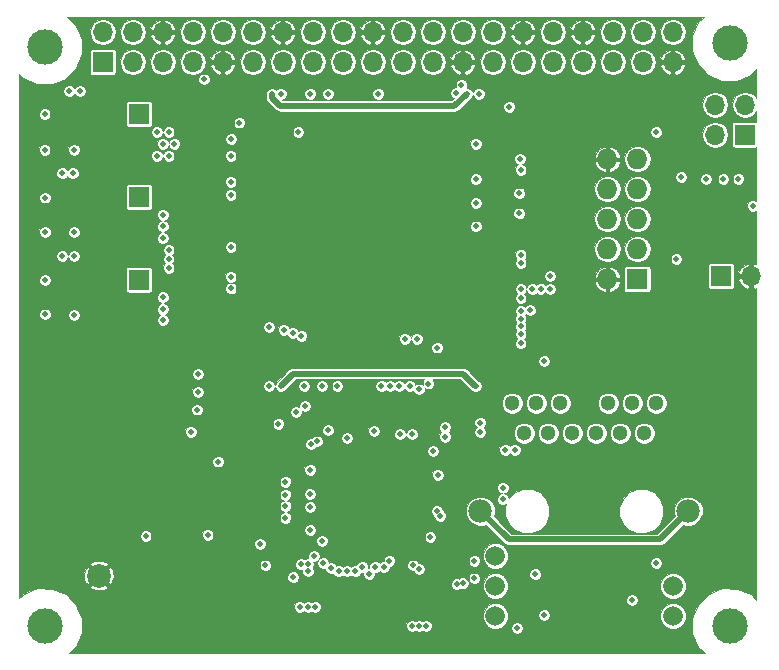
<source format=gbr>
G04 #@! TF.FileFunction,Copper,L2,Inr,Plane*
%FSLAX45Y45*%
G04 Gerber Fmt 4.5, Leading zero omitted, Abs format (unit mm)*
G04 Created by KiCad (PCBNEW 4.0.7) date 07/31/18 15:54:45*
%MOMM*%
%LPD*%
G01*
G04 APERTURE LIST*
%ADD10C,0.100000*%
%ADD11C,2.000000*%
%ADD12R,1.700000X1.700000*%
%ADD13O,1.700000X1.700000*%
%ADD14R,1.727200X1.727200*%
%ADD15O,1.727200X1.727200*%
%ADD16C,3.000000*%
%ADD17C,1.300000*%
%ADD18C,1.670000*%
%ADD19C,1.970000*%
%ADD20C,0.500000*%
%ADD21C,0.500000*%
G04 APERTURE END LIST*
D10*
D11*
X8660000Y-10905000D03*
D12*
X9000000Y-7700000D03*
X9000000Y-8400000D03*
X9000000Y-7000000D03*
X13926000Y-8370000D03*
D13*
X14180000Y-8370000D03*
D12*
X8692000Y-6559000D03*
D13*
X8692000Y-6305000D03*
X8946000Y-6559000D03*
X8946000Y-6305000D03*
X9200000Y-6559000D03*
X9200000Y-6305000D03*
X9454000Y-6559000D03*
X9454000Y-6305000D03*
X9708000Y-6559000D03*
X9708000Y-6305000D03*
X9962000Y-6559000D03*
X9962000Y-6305000D03*
X10216000Y-6559000D03*
X10216000Y-6305000D03*
X10470000Y-6559000D03*
X10470000Y-6305000D03*
X10724000Y-6559000D03*
X10724000Y-6305000D03*
X10978000Y-6559000D03*
X10978000Y-6305000D03*
X11232000Y-6559000D03*
X11232000Y-6305000D03*
X11486000Y-6559000D03*
X11486000Y-6305000D03*
X11740000Y-6559000D03*
X11740000Y-6305000D03*
X11994000Y-6559000D03*
X11994000Y-6305000D03*
X12248000Y-6559000D03*
X12248000Y-6305000D03*
X12502000Y-6559000D03*
X12502000Y-6305000D03*
X12756000Y-6559000D03*
X12756000Y-6305000D03*
X13010000Y-6559000D03*
X13010000Y-6305000D03*
X13264000Y-6559000D03*
X13264000Y-6305000D03*
X13518000Y-6559000D03*
X13518000Y-6305000D03*
D12*
X14131000Y-7172000D03*
D13*
X13877000Y-7172000D03*
X14131000Y-6918000D03*
X13877000Y-6918000D03*
D14*
X13219000Y-8397000D03*
D15*
X12965000Y-8397000D03*
X13219000Y-8143000D03*
X12965000Y-8143000D03*
X13219000Y-7889000D03*
X12965000Y-7889000D03*
X13219000Y-7635000D03*
X12965000Y-7635000D03*
X13219000Y-7381000D03*
X12965000Y-7381000D03*
D16*
X8200000Y-6430000D03*
X14000000Y-6400000D03*
X8200000Y-11330000D03*
X14000000Y-11330000D03*
D17*
X13278000Y-9700000D03*
X13075000Y-9700000D03*
X12872000Y-9700000D03*
X12668000Y-9700000D03*
X12465000Y-9700000D03*
X12262000Y-9700000D03*
X13380000Y-9446000D03*
X13177000Y-9446000D03*
X12974000Y-9446000D03*
X12566000Y-9446000D03*
X12363000Y-9446000D03*
X12160000Y-9446000D03*
D18*
X13522000Y-10995000D03*
X13522000Y-11249000D03*
X12018000Y-10741000D03*
X12018000Y-10995000D03*
X12018000Y-11249000D03*
D19*
X11891000Y-10360000D03*
X13649000Y-10360000D03*
D20*
X11570000Y-10200000D03*
X13970000Y-10540000D03*
X10775000Y-6777501D03*
X10674754Y-6777210D03*
X10875000Y-6777501D03*
X13510000Y-7775000D03*
X14180000Y-7955000D03*
X13950000Y-8100000D03*
X13820000Y-8100000D03*
X13590000Y-8000000D03*
X13835000Y-8230000D03*
X10070000Y-11000000D03*
X8200000Y-9295000D03*
X8200000Y-9000000D03*
X8450000Y-10480000D03*
X8450000Y-9880000D03*
X9215000Y-6895000D03*
X12520000Y-9840000D03*
X13420000Y-9700000D03*
X11430000Y-10650000D03*
X8110000Y-8570000D03*
X8105000Y-7175000D03*
X8105000Y-7875000D03*
X8300000Y-8545000D03*
X8300000Y-7150000D03*
X8300000Y-7850000D03*
X8100000Y-7800000D03*
X8100000Y-8500000D03*
X8100000Y-7100000D03*
X8300000Y-8700000D03*
X8300000Y-8400000D03*
X8300000Y-8000000D03*
X8300000Y-7700000D03*
X8250000Y-6800000D03*
X8300000Y-7000000D03*
X8300000Y-7300000D03*
X9509999Y-10230000D03*
X9415001Y-10570000D03*
X10090000Y-10420000D03*
X11450000Y-8900000D03*
X12430000Y-7870000D03*
X12305000Y-7870000D03*
X10100000Y-7950000D03*
X10150000Y-8000000D03*
X10200000Y-8050000D03*
X10700000Y-8350000D03*
X11300000Y-8350000D03*
X11300000Y-7750000D03*
X10700000Y-7750000D03*
X11000000Y-7750000D03*
X11000000Y-8350000D03*
X11300000Y-8050000D03*
X10700001Y-8050000D03*
X11000000Y-8050000D03*
X10100000Y-7724999D03*
X10100000Y-8150000D03*
X10375000Y-8975000D03*
X10100000Y-7600000D03*
X10100000Y-8525000D03*
X10100000Y-8430000D03*
X10100000Y-7350000D03*
X9850000Y-6920000D03*
X10100000Y-7225000D03*
X10145000Y-7145000D03*
X10450000Y-7150000D03*
X10600000Y-7150000D03*
X10725000Y-6825000D03*
X10825000Y-6825000D03*
X12300000Y-8100000D03*
X12450000Y-8100000D03*
X11000000Y-7150000D03*
X11750000Y-7150000D03*
X11650000Y-7150000D03*
X11850000Y-7150000D03*
X10900000Y-9300000D03*
X11900000Y-8525000D03*
X11900000Y-8225000D03*
X11900000Y-7665000D03*
X11900000Y-7850000D03*
X11925000Y-8925000D03*
X11875000Y-8975000D03*
X11725000Y-8975000D03*
X10180000Y-8975000D03*
X10625000Y-8975000D03*
X10475000Y-8975000D03*
X11175000Y-8975000D03*
X10925000Y-8975000D03*
X11025000Y-8974998D03*
X10980000Y-9300000D03*
X11910000Y-7420000D03*
X12340000Y-9200000D03*
X11111875Y-10331875D03*
X10928125Y-10331875D03*
X10928125Y-10148125D03*
X11111875Y-10148125D03*
X12430000Y-11240000D03*
X12355000Y-10895000D03*
X13175000Y-11115000D03*
X9550000Y-6705000D03*
X14195000Y-7775000D03*
X13590000Y-7529999D03*
X13550000Y-8225000D03*
X9437500Y-9687500D03*
X10070000Y-10820000D03*
X11430000Y-11330000D03*
X11310000Y-11330000D03*
X11370000Y-11330000D03*
X9300000Y-7250000D03*
X9250000Y-7350000D03*
X9150000Y-7350000D03*
X9250000Y-7150000D03*
X9150000Y-7150000D03*
X9200000Y-7250000D03*
X10360000Y-11170000D03*
X10490000Y-11170000D03*
X10430000Y-11170000D03*
X9580000Y-10560000D03*
X9055000Y-10570000D03*
X9670000Y-9940000D03*
X13380000Y-7150000D03*
X9775000Y-7679999D03*
X9775000Y-8475000D03*
X9775000Y-8125000D03*
X9775000Y-7350000D03*
X10600000Y-6825000D03*
X12225001Y-7375000D03*
X11125000Y-9300000D03*
X10550000Y-9300000D03*
X12220000Y-7840000D03*
X12230000Y-8260000D03*
X12230000Y-8480000D03*
X11025000Y-6825000D03*
X10025000Y-10635000D03*
X8500000Y-6803000D03*
X8410000Y-6803000D03*
X8200000Y-6999828D03*
X8205000Y-7705000D03*
X8205000Y-8405000D03*
X8350000Y-7500000D03*
X8437500Y-7500000D03*
X8350000Y-8200000D03*
X8450000Y-8200000D03*
X12230000Y-8665001D03*
X11000001Y-10830000D03*
X10240000Y-10420000D03*
X10240000Y-10320000D03*
X10240000Y-10220000D03*
X10240000Y-10110000D03*
X10305000Y-10920000D03*
X12480000Y-8370000D03*
X10480000Y-10740000D03*
X12480000Y-8480000D03*
X10760000Y-10870000D03*
X12230000Y-8860005D03*
X10559999Y-10800000D03*
X12400000Y-8476000D03*
X10624195Y-10844195D03*
X12330000Y-8480000D03*
X12310000Y-8660000D03*
X10690000Y-10870000D03*
X13380000Y-10800000D03*
X12200000Y-11350000D03*
X13800000Y-7550000D03*
X11840000Y-10930000D03*
X11840000Y-10780000D03*
X10180000Y-9620000D03*
X9200000Y-8743000D03*
X9250000Y-8150000D03*
X9250000Y-8225000D03*
X9250000Y-8300000D03*
X9200000Y-8550000D03*
X9200000Y-8650000D03*
X12430000Y-9090000D03*
X12135000Y-6935000D03*
X10330000Y-9520000D03*
X10405000Y-9470000D03*
X11890000Y-9610000D03*
X11890000Y-9690000D03*
X10680001Y-9300000D03*
X9775000Y-7569999D03*
X11685000Y-6820000D03*
X12230000Y-7470000D03*
X12230000Y-8555000D03*
X9780001Y-7209999D03*
X10100000Y-8800000D03*
X9775000Y-8375000D03*
X10200000Y-6825000D03*
X10450000Y-6825000D03*
X10400000Y-9300000D03*
X11525000Y-8975000D03*
X12220000Y-7670000D03*
X12230000Y-8190000D03*
X9200000Y-7850000D03*
X9200000Y-8050000D03*
X9200000Y-7950000D03*
X10125000Y-6824999D03*
X11775000Y-6825000D03*
X10200000Y-9300000D03*
X11850000Y-9300000D03*
X9850000Y-7070000D03*
X8205000Y-7995000D03*
X8200000Y-7300000D03*
X8205000Y-8695000D03*
X12080000Y-10160000D03*
X12080000Y-10260000D03*
X12100000Y-9840000D03*
X12180000Y-9840000D03*
X11200000Y-9299999D03*
X11250000Y-8900000D03*
X11350000Y-8900000D03*
X11690000Y-10980000D03*
X11740000Y-10970000D03*
X11120000Y-10780004D03*
X11529240Y-10052772D03*
X11520000Y-10360000D03*
X11550000Y-10400000D03*
X11590000Y-9650000D03*
X11590000Y-9730000D03*
X10889849Y-10830836D03*
X10990000Y-9680000D03*
X10505000Y-9770000D03*
X10455000Y-9795000D03*
X10450000Y-10325000D03*
X10450000Y-10010000D03*
X11210000Y-9710000D03*
X11467411Y-10579462D03*
X11320000Y-10820000D03*
X11370000Y-10850000D03*
X11490000Y-9850000D03*
X8450000Y-8000000D03*
X8450000Y-7300000D03*
X8450000Y-8700000D03*
X12230000Y-8795004D03*
X10830000Y-10870001D03*
X10550000Y-10610000D03*
X11290000Y-9300000D03*
X11370000Y-9330001D03*
X10600000Y-9675000D03*
X11072374Y-10830474D03*
X11450000Y-9280000D03*
X14075000Y-7545000D03*
X13948000Y-7548000D03*
X11850000Y-7550000D03*
X11850000Y-7950000D03*
X11850000Y-7750000D03*
X11850000Y-7250000D03*
X10950000Y-10889999D03*
X12230000Y-8730003D03*
X10760000Y-9740000D03*
X10449430Y-10518575D03*
X10369999Y-10810000D03*
X10430000Y-10810000D03*
X10430000Y-10870000D03*
X10445000Y-10215000D03*
X11310000Y-9710000D03*
X12230000Y-8940000D03*
X11875000Y-6825000D03*
X10100000Y-9300000D03*
X10350000Y-7150000D03*
X11050000Y-9300000D03*
X9500000Y-9200000D03*
X10225000Y-8825000D03*
X9500000Y-9350000D03*
X10300000Y-8850000D03*
X9490000Y-9500000D03*
X10375000Y-8875000D03*
X11730000Y-6750000D03*
D21*
X11850000Y-9300000D02*
X11847000Y-9300000D01*
X11847000Y-9300000D02*
X11742000Y-9195000D01*
X11742000Y-9195000D02*
X10305000Y-9195000D01*
X10305000Y-9195000D02*
X10200000Y-9300000D01*
X11775000Y-6825000D02*
X11670000Y-6930000D01*
X11670000Y-6930000D02*
X10194646Y-6930000D01*
X10125000Y-6860354D02*
X10125000Y-6824999D01*
X10194646Y-6930000D02*
X10125000Y-6860354D01*
X12131000Y-10600000D02*
X13409000Y-10600000D01*
X13409000Y-10600000D02*
X13649000Y-10360000D01*
X11891000Y-10360000D02*
X12131000Y-10600000D01*
D10*
G36*
X13733112Y-6221334D02*
X13685055Y-6337068D01*
X13684945Y-6462382D01*
X13732800Y-6578200D01*
X13821334Y-6666888D01*
X13937068Y-6714945D01*
X14062382Y-6715054D01*
X14178200Y-6667200D01*
X14225000Y-6620481D01*
X14225000Y-6861265D01*
X14210937Y-6840218D01*
X14175250Y-6816373D01*
X14133155Y-6808000D01*
X14128845Y-6808000D01*
X14086750Y-6816373D01*
X14051063Y-6840218D01*
X14027218Y-6875905D01*
X14018845Y-6918000D01*
X14027218Y-6960095D01*
X14051063Y-6995782D01*
X14086750Y-7019627D01*
X14128845Y-7028000D01*
X14133155Y-7028000D01*
X14175250Y-7019627D01*
X14210937Y-6995782D01*
X14225000Y-6974734D01*
X14225000Y-7063333D01*
X14216000Y-7061510D01*
X14046000Y-7061510D01*
X14036736Y-7063253D01*
X14028227Y-7068729D01*
X14022518Y-7077083D01*
X14020510Y-7087000D01*
X14020510Y-7257000D01*
X14022253Y-7266264D01*
X14027729Y-7274773D01*
X14036083Y-7280481D01*
X14046000Y-7282490D01*
X14216000Y-7282490D01*
X14225000Y-7280796D01*
X14225000Y-7734280D01*
X14223360Y-7732637D01*
X14204989Y-7725009D01*
X14185098Y-7724991D01*
X14166714Y-7732587D01*
X14152637Y-7746640D01*
X14145009Y-7765011D01*
X14144991Y-7784902D01*
X14152587Y-7803286D01*
X14166640Y-7817363D01*
X14185011Y-7824991D01*
X14204902Y-7825009D01*
X14223286Y-7817413D01*
X14225000Y-7815701D01*
X14225000Y-8270156D01*
X14211862Y-8264716D01*
X14195000Y-8267340D01*
X14195000Y-8355000D01*
X14197000Y-8355000D01*
X14197000Y-8385000D01*
X14195000Y-8385000D01*
X14195000Y-8472660D01*
X14211862Y-8475284D01*
X14225000Y-8469844D01*
X14225000Y-11109527D01*
X14178666Y-11063112D01*
X14062932Y-11015055D01*
X13937617Y-11014946D01*
X13821800Y-11062800D01*
X13733112Y-11151334D01*
X13685055Y-11267068D01*
X13684945Y-11392382D01*
X13732800Y-11508200D01*
X13789501Y-11565000D01*
X8410456Y-11565000D01*
X8466888Y-11508666D01*
X8514945Y-11392932D01*
X8514991Y-11339902D01*
X11259991Y-11339902D01*
X11267587Y-11358286D01*
X11281640Y-11372363D01*
X11300011Y-11379991D01*
X11319902Y-11380009D01*
X11338286Y-11372413D01*
X11339991Y-11370711D01*
X11341640Y-11372363D01*
X11360011Y-11379991D01*
X11379902Y-11380009D01*
X11398286Y-11372413D01*
X11399991Y-11370711D01*
X11401640Y-11372363D01*
X11420011Y-11379991D01*
X11439902Y-11380009D01*
X11458286Y-11372413D01*
X11470818Y-11359902D01*
X12149991Y-11359902D01*
X12157587Y-11378286D01*
X12171640Y-11392363D01*
X12190011Y-11399991D01*
X12209902Y-11400009D01*
X12228286Y-11392413D01*
X12242363Y-11378360D01*
X12249991Y-11359989D01*
X12250009Y-11340098D01*
X12242413Y-11321714D01*
X12228360Y-11307637D01*
X12209989Y-11300009D01*
X12190098Y-11299991D01*
X12171714Y-11307587D01*
X12157637Y-11321640D01*
X12150009Y-11340011D01*
X12149991Y-11359902D01*
X11470818Y-11359902D01*
X11472363Y-11358360D01*
X11479991Y-11339989D01*
X11480009Y-11320098D01*
X11472413Y-11301714D01*
X11458360Y-11287637D01*
X11439989Y-11280009D01*
X11420098Y-11279991D01*
X11401714Y-11287587D01*
X11400009Y-11289289D01*
X11398360Y-11287637D01*
X11379989Y-11280009D01*
X11360098Y-11279991D01*
X11341714Y-11287587D01*
X11340009Y-11289289D01*
X11338360Y-11287637D01*
X11319989Y-11280009D01*
X11300098Y-11279991D01*
X11281714Y-11287587D01*
X11267637Y-11301640D01*
X11260009Y-11320011D01*
X11259991Y-11339902D01*
X8514991Y-11339902D01*
X8515052Y-11270487D01*
X11909481Y-11270487D01*
X11925965Y-11310380D01*
X11956459Y-11340928D01*
X11996323Y-11357481D01*
X12039487Y-11357519D01*
X12079380Y-11341035D01*
X12109928Y-11310540D01*
X12126481Y-11270677D01*
X12126499Y-11249902D01*
X12379991Y-11249902D01*
X12387587Y-11268286D01*
X12401640Y-11282363D01*
X12420011Y-11289991D01*
X12439902Y-11290009D01*
X12458286Y-11282413D01*
X12470232Y-11270487D01*
X13413481Y-11270487D01*
X13429965Y-11310380D01*
X13460459Y-11340928D01*
X13500323Y-11357481D01*
X13543487Y-11357519D01*
X13583380Y-11341035D01*
X13613928Y-11310540D01*
X13630481Y-11270677D01*
X13630519Y-11227513D01*
X13614035Y-11187620D01*
X13583540Y-11157072D01*
X13543677Y-11140519D01*
X13500513Y-11140481D01*
X13460620Y-11156965D01*
X13430072Y-11187459D01*
X13413519Y-11227323D01*
X13413481Y-11270487D01*
X12470232Y-11270487D01*
X12472363Y-11268360D01*
X12479991Y-11249989D01*
X12480009Y-11230098D01*
X12472413Y-11211714D01*
X12458360Y-11197637D01*
X12439989Y-11190009D01*
X12420098Y-11189991D01*
X12401714Y-11197587D01*
X12387637Y-11211640D01*
X12380009Y-11230011D01*
X12379991Y-11249902D01*
X12126499Y-11249902D01*
X12126519Y-11227513D01*
X12110035Y-11187620D01*
X12079540Y-11157072D01*
X12039677Y-11140519D01*
X11996513Y-11140481D01*
X11956620Y-11156965D01*
X11926072Y-11187459D01*
X11909519Y-11227323D01*
X11909481Y-11270487D01*
X8515052Y-11270487D01*
X8515055Y-11267617D01*
X8478811Y-11179902D01*
X10309991Y-11179902D01*
X10317587Y-11198286D01*
X10331640Y-11212363D01*
X10350011Y-11219991D01*
X10369902Y-11220009D01*
X10388286Y-11212413D01*
X10394999Y-11205711D01*
X10401640Y-11212363D01*
X10420011Y-11219991D01*
X10439902Y-11220009D01*
X10458286Y-11212413D01*
X10459991Y-11210711D01*
X10461640Y-11212363D01*
X10480011Y-11219991D01*
X10499902Y-11220009D01*
X10518286Y-11212413D01*
X10532363Y-11198360D01*
X10539991Y-11179989D01*
X10540009Y-11160098D01*
X10532413Y-11141714D01*
X10518360Y-11127637D01*
X10511774Y-11124902D01*
X13124991Y-11124902D01*
X13132587Y-11143286D01*
X13146640Y-11157363D01*
X13165011Y-11164991D01*
X13184902Y-11165009D01*
X13203286Y-11157413D01*
X13217363Y-11143360D01*
X13224991Y-11124989D01*
X13225009Y-11105098D01*
X13217413Y-11086714D01*
X13203360Y-11072637D01*
X13184989Y-11065009D01*
X13165098Y-11064991D01*
X13146714Y-11072587D01*
X13132637Y-11086640D01*
X13125009Y-11105011D01*
X13124991Y-11124902D01*
X10511774Y-11124902D01*
X10499989Y-11120009D01*
X10480098Y-11119991D01*
X10461714Y-11127587D01*
X10460009Y-11129289D01*
X10458360Y-11127637D01*
X10439989Y-11120009D01*
X10420098Y-11119991D01*
X10401714Y-11127587D01*
X10395001Y-11134289D01*
X10388360Y-11127637D01*
X10369989Y-11120009D01*
X10350098Y-11119991D01*
X10331714Y-11127587D01*
X10317637Y-11141640D01*
X10310009Y-11160011D01*
X10309991Y-11179902D01*
X8478811Y-11179902D01*
X8467200Y-11151800D01*
X8378666Y-11063112D01*
X8262932Y-11015055D01*
X8137617Y-11014946D01*
X8021800Y-11062800D01*
X7985000Y-11099536D01*
X7985000Y-11000648D01*
X8585565Y-11000648D01*
X8597743Y-11016209D01*
X8645040Y-11031568D01*
X8694614Y-11027658D01*
X8722257Y-11016209D01*
X8734435Y-11000648D01*
X8723689Y-10989902D01*
X11639991Y-10989902D01*
X11647587Y-11008286D01*
X11661640Y-11022363D01*
X11680011Y-11029991D01*
X11699902Y-11030009D01*
X11718286Y-11022413D01*
X11723443Y-11017264D01*
X11730011Y-11019991D01*
X11749902Y-11020009D01*
X11758424Y-11016487D01*
X11909481Y-11016487D01*
X11925965Y-11056380D01*
X11956459Y-11086928D01*
X11996323Y-11103481D01*
X12039487Y-11103519D01*
X12079380Y-11087035D01*
X12109928Y-11056541D01*
X12126481Y-11016677D01*
X12126481Y-11016487D01*
X13413481Y-11016487D01*
X13429965Y-11056380D01*
X13460459Y-11086928D01*
X13500323Y-11103481D01*
X13543487Y-11103519D01*
X13583380Y-11087035D01*
X13613928Y-11056541D01*
X13630481Y-11016677D01*
X13630519Y-10973513D01*
X13614035Y-10933620D01*
X13583540Y-10903072D01*
X13543677Y-10886519D01*
X13500513Y-10886481D01*
X13460620Y-10902965D01*
X13430072Y-10933460D01*
X13413519Y-10973323D01*
X13413481Y-11016487D01*
X12126481Y-11016487D01*
X12126519Y-10973513D01*
X12110035Y-10933620D01*
X12081368Y-10904902D01*
X12304991Y-10904902D01*
X12312587Y-10923286D01*
X12326640Y-10937363D01*
X12345011Y-10944991D01*
X12364902Y-10945009D01*
X12383286Y-10937413D01*
X12397363Y-10923360D01*
X12404991Y-10904989D01*
X12405009Y-10885098D01*
X12397413Y-10866714D01*
X12383360Y-10852637D01*
X12364989Y-10845009D01*
X12345098Y-10844991D01*
X12326714Y-10852587D01*
X12312637Y-10866640D01*
X12305009Y-10885011D01*
X12304991Y-10904902D01*
X12081368Y-10904902D01*
X12079540Y-10903072D01*
X12039677Y-10886519D01*
X11996513Y-10886481D01*
X11956620Y-10902965D01*
X11926072Y-10933460D01*
X11909519Y-10973323D01*
X11909481Y-11016487D01*
X11758424Y-11016487D01*
X11768286Y-11012413D01*
X11782363Y-10998360D01*
X11789991Y-10979989D01*
X11790009Y-10960098D01*
X11782413Y-10941714D01*
X11780604Y-10939902D01*
X11789991Y-10939902D01*
X11797587Y-10958286D01*
X11811640Y-10972363D01*
X11830011Y-10979991D01*
X11849902Y-10980009D01*
X11868286Y-10972413D01*
X11882363Y-10958360D01*
X11889991Y-10939989D01*
X11890009Y-10920098D01*
X11882413Y-10901714D01*
X11868360Y-10887637D01*
X11849989Y-10880009D01*
X11830098Y-10879991D01*
X11811714Y-10887587D01*
X11797637Y-10901640D01*
X11790009Y-10920011D01*
X11789991Y-10939902D01*
X11780604Y-10939902D01*
X11768360Y-10927637D01*
X11749989Y-10920009D01*
X11730098Y-10919991D01*
X11711714Y-10927587D01*
X11706557Y-10932736D01*
X11699989Y-10930009D01*
X11680098Y-10929991D01*
X11661714Y-10937587D01*
X11647637Y-10951640D01*
X11640009Y-10970011D01*
X11639991Y-10989902D01*
X8723689Y-10989902D01*
X8660000Y-10926213D01*
X8585565Y-11000648D01*
X7985000Y-11000648D01*
X7985000Y-10890040D01*
X8533432Y-10890040D01*
X8537342Y-10939614D01*
X8548792Y-10967257D01*
X8564352Y-10979435D01*
X8638787Y-10905000D01*
X8681213Y-10905000D01*
X8755648Y-10979435D01*
X8771209Y-10967257D01*
X8783339Y-10929902D01*
X10254992Y-10929902D01*
X10262588Y-10948286D01*
X10276641Y-10962363D01*
X10295011Y-10969991D01*
X10314902Y-10970009D01*
X10333286Y-10962413D01*
X10347364Y-10948360D01*
X10354992Y-10929989D01*
X10355009Y-10910098D01*
X10347413Y-10891714D01*
X10333360Y-10877637D01*
X10314990Y-10870009D01*
X10295098Y-10869991D01*
X10276715Y-10877587D01*
X10262637Y-10891640D01*
X10255009Y-10910011D01*
X10254992Y-10929902D01*
X8783339Y-10929902D01*
X8786568Y-10919960D01*
X8782658Y-10870386D01*
X8771209Y-10842743D01*
X8755648Y-10830565D01*
X8681213Y-10905000D01*
X8638787Y-10905000D01*
X8564352Y-10830565D01*
X8548792Y-10842743D01*
X8533432Y-10890040D01*
X7985000Y-10890040D01*
X7985000Y-10809352D01*
X8585565Y-10809352D01*
X8660000Y-10883787D01*
X8713885Y-10829902D01*
X10019991Y-10829902D01*
X10027587Y-10848286D01*
X10041640Y-10862363D01*
X10060011Y-10869991D01*
X10079902Y-10870009D01*
X10098286Y-10862413D01*
X10112363Y-10848360D01*
X10119991Y-10829989D01*
X10120000Y-10819902D01*
X10319991Y-10819902D01*
X10327587Y-10838286D01*
X10341640Y-10852363D01*
X10360010Y-10859991D01*
X10379901Y-10860009D01*
X10380032Y-10859955D01*
X10380009Y-10860011D01*
X10379991Y-10879902D01*
X10387587Y-10898286D01*
X10401640Y-10912363D01*
X10420011Y-10919991D01*
X10439902Y-10920009D01*
X10458286Y-10912413D01*
X10472363Y-10898360D01*
X10479991Y-10879989D01*
X10480009Y-10860098D01*
X10472413Y-10841714D01*
X10470711Y-10840009D01*
X10472363Y-10838360D01*
X10479991Y-10819989D01*
X10480009Y-10800098D01*
X10475835Y-10789996D01*
X10489902Y-10790009D01*
X10508286Y-10782413D01*
X10516616Y-10774097D01*
X10510008Y-10790011D01*
X10509991Y-10809902D01*
X10517587Y-10828286D01*
X10531640Y-10842363D01*
X10550010Y-10849991D01*
X10569901Y-10850009D01*
X10574191Y-10848236D01*
X10574186Y-10854097D01*
X10581782Y-10872481D01*
X10595835Y-10886558D01*
X10614206Y-10894186D01*
X10634097Y-10894204D01*
X10644179Y-10890038D01*
X10647587Y-10898286D01*
X10661640Y-10912363D01*
X10680011Y-10919991D01*
X10699902Y-10920009D01*
X10718286Y-10912413D01*
X10724999Y-10905711D01*
X10731640Y-10912363D01*
X10750011Y-10919991D01*
X10769902Y-10920009D01*
X10788286Y-10912413D01*
X10794999Y-10905711D01*
X10801640Y-10912364D01*
X10820011Y-10919992D01*
X10839902Y-10920009D01*
X10858286Y-10912413D01*
X10872363Y-10898360D01*
X10879675Y-10880751D01*
X10879860Y-10880828D01*
X10899751Y-10880845D01*
X10900008Y-10880739D01*
X10899991Y-10899901D01*
X10907587Y-10918285D01*
X10921640Y-10932363D01*
X10940011Y-10939991D01*
X10959902Y-10940008D01*
X10978286Y-10932412D01*
X10992363Y-10918359D01*
X10999991Y-10899989D01*
X11000009Y-10880097D01*
X10999969Y-10880000D01*
X11009903Y-10880009D01*
X11028286Y-10872413D01*
X11035952Y-10864761D01*
X11044014Y-10872838D01*
X11062385Y-10880466D01*
X11082276Y-10880483D01*
X11100660Y-10872887D01*
X11114737Y-10858834D01*
X11122365Y-10840464D01*
X11122374Y-10830006D01*
X11129902Y-10830013D01*
X11130170Y-10829902D01*
X11269991Y-10829902D01*
X11277587Y-10848286D01*
X11291640Y-10862363D01*
X11310011Y-10869991D01*
X11324165Y-10870004D01*
X11327587Y-10878286D01*
X11341640Y-10892363D01*
X11360011Y-10899991D01*
X11379902Y-10900009D01*
X11398286Y-10892413D01*
X11412363Y-10878360D01*
X11419991Y-10859989D01*
X11420009Y-10840098D01*
X11412413Y-10821714D01*
X11398360Y-10807637D01*
X11379989Y-10800009D01*
X11365835Y-10799996D01*
X11362413Y-10791714D01*
X11360604Y-10789902D01*
X11789991Y-10789902D01*
X11797587Y-10808286D01*
X11811640Y-10822363D01*
X11830011Y-10829991D01*
X11849902Y-10830009D01*
X11868286Y-10822413D01*
X11882363Y-10808360D01*
X11889991Y-10789989D01*
X11890009Y-10770098D01*
X11886864Y-10762487D01*
X11909481Y-10762487D01*
X11925965Y-10802380D01*
X11956459Y-10832928D01*
X11996323Y-10849481D01*
X12039487Y-10849519D01*
X12079380Y-10833035D01*
X12102554Y-10809902D01*
X13329991Y-10809902D01*
X13337587Y-10828286D01*
X13351640Y-10842363D01*
X13370011Y-10849991D01*
X13389902Y-10850009D01*
X13408286Y-10842413D01*
X13422363Y-10828360D01*
X13429991Y-10809989D01*
X13430009Y-10790098D01*
X13422413Y-10771714D01*
X13408360Y-10757637D01*
X13389989Y-10750009D01*
X13370098Y-10749991D01*
X13351714Y-10757587D01*
X13337637Y-10771640D01*
X13330009Y-10790011D01*
X13329991Y-10809902D01*
X12102554Y-10809902D01*
X12109928Y-10802541D01*
X12126481Y-10762677D01*
X12126519Y-10719513D01*
X12110035Y-10679620D01*
X12079540Y-10649072D01*
X12039677Y-10632519D01*
X11996513Y-10632481D01*
X11956620Y-10648965D01*
X11926072Y-10679460D01*
X11909519Y-10719323D01*
X11909481Y-10762487D01*
X11886864Y-10762487D01*
X11882413Y-10751714D01*
X11868360Y-10737637D01*
X11849989Y-10730009D01*
X11830098Y-10729991D01*
X11811714Y-10737587D01*
X11797637Y-10751640D01*
X11790009Y-10770011D01*
X11789991Y-10789902D01*
X11360604Y-10789902D01*
X11348360Y-10777637D01*
X11329989Y-10770009D01*
X11310098Y-10769991D01*
X11291714Y-10777587D01*
X11277637Y-10791640D01*
X11270009Y-10810011D01*
X11269991Y-10829902D01*
X11130170Y-10829902D01*
X11148286Y-10822417D01*
X11162363Y-10808364D01*
X11169991Y-10789993D01*
X11170009Y-10770102D01*
X11162413Y-10751718D01*
X11148360Y-10737641D01*
X11129989Y-10730013D01*
X11110098Y-10729995D01*
X11091714Y-10737591D01*
X11077637Y-10751644D01*
X11070009Y-10770015D01*
X11070000Y-10780472D01*
X11062472Y-10780466D01*
X11044088Y-10788062D01*
X11036423Y-10795714D01*
X11028360Y-10787637D01*
X11009990Y-10780009D01*
X10990099Y-10779991D01*
X10971715Y-10787587D01*
X10957637Y-10801640D01*
X10950009Y-10820011D01*
X10949992Y-10839902D01*
X10950032Y-10839999D01*
X10940098Y-10839991D01*
X10939841Y-10840097D01*
X10939858Y-10820934D01*
X10932262Y-10802551D01*
X10918209Y-10788473D01*
X10899838Y-10780845D01*
X10879947Y-10780828D01*
X10861563Y-10788424D01*
X10847486Y-10802477D01*
X10840174Y-10820086D01*
X10839989Y-10820009D01*
X10820098Y-10819992D01*
X10801714Y-10827588D01*
X10795001Y-10834290D01*
X10788360Y-10827637D01*
X10769989Y-10820009D01*
X10750098Y-10819991D01*
X10731714Y-10827587D01*
X10725001Y-10834289D01*
X10718360Y-10827637D01*
X10699989Y-10820009D01*
X10680098Y-10819991D01*
X10670016Y-10824157D01*
X10666608Y-10815909D01*
X10652555Y-10801832D01*
X10634184Y-10794204D01*
X10614293Y-10794186D01*
X10610003Y-10795959D01*
X10610008Y-10790098D01*
X10602412Y-10771714D01*
X10588359Y-10757637D01*
X10569989Y-10750009D01*
X10550097Y-10749991D01*
X10531714Y-10757587D01*
X10523383Y-10765903D01*
X10529991Y-10749989D01*
X10530009Y-10730098D01*
X10522413Y-10711714D01*
X10508360Y-10697637D01*
X10489989Y-10690009D01*
X10470098Y-10689991D01*
X10451714Y-10697587D01*
X10437637Y-10711640D01*
X10430009Y-10730011D01*
X10429991Y-10749902D01*
X10434165Y-10760004D01*
X10420098Y-10759991D01*
X10401714Y-10767587D01*
X10400009Y-10769290D01*
X10398359Y-10767637D01*
X10379989Y-10760009D01*
X10360097Y-10759991D01*
X10341714Y-10767587D01*
X10327636Y-10781640D01*
X10320008Y-10800011D01*
X10319991Y-10819902D01*
X10120000Y-10819902D01*
X10120009Y-10810098D01*
X10112413Y-10791714D01*
X10098360Y-10777637D01*
X10079989Y-10770009D01*
X10060098Y-10769991D01*
X10041714Y-10777587D01*
X10027637Y-10791640D01*
X10020009Y-10810011D01*
X10019991Y-10829902D01*
X8713885Y-10829902D01*
X8734435Y-10809352D01*
X8722257Y-10793792D01*
X8674960Y-10778432D01*
X8625386Y-10782342D01*
X8597743Y-10793792D01*
X8585565Y-10809352D01*
X7985000Y-10809352D01*
X7985000Y-10644902D01*
X9974991Y-10644902D01*
X9982587Y-10663286D01*
X9996640Y-10677363D01*
X10015011Y-10684991D01*
X10034902Y-10685009D01*
X10053286Y-10677413D01*
X10067363Y-10663360D01*
X10074991Y-10644989D01*
X10075009Y-10625098D01*
X10072862Y-10619902D01*
X10499991Y-10619902D01*
X10507587Y-10638286D01*
X10521640Y-10652363D01*
X10540011Y-10659991D01*
X10559902Y-10660009D01*
X10578286Y-10652413D01*
X10592363Y-10638360D01*
X10599991Y-10619989D01*
X10600009Y-10600098D01*
X10595574Y-10589364D01*
X11417403Y-10589364D01*
X11424999Y-10607748D01*
X11439052Y-10621825D01*
X11457422Y-10629453D01*
X11477313Y-10629471D01*
X11495697Y-10621875D01*
X11509775Y-10607822D01*
X11517403Y-10589451D01*
X11517420Y-10569560D01*
X11509824Y-10551176D01*
X11495771Y-10537099D01*
X11477401Y-10529471D01*
X11457509Y-10529453D01*
X11439126Y-10537049D01*
X11425048Y-10551102D01*
X11417420Y-10569473D01*
X11417403Y-10589364D01*
X10595574Y-10589364D01*
X10592413Y-10581714D01*
X10578360Y-10567637D01*
X10559989Y-10560009D01*
X10540098Y-10559991D01*
X10521714Y-10567587D01*
X10507637Y-10581640D01*
X10500009Y-10600011D01*
X10499991Y-10619902D01*
X10072862Y-10619902D01*
X10067413Y-10606714D01*
X10053360Y-10592637D01*
X10034989Y-10585009D01*
X10015098Y-10584991D01*
X9996714Y-10592587D01*
X9982637Y-10606640D01*
X9975009Y-10625011D01*
X9974991Y-10644902D01*
X7985000Y-10644902D01*
X7985000Y-10579902D01*
X9004991Y-10579902D01*
X9012587Y-10598286D01*
X9026640Y-10612363D01*
X9045011Y-10619991D01*
X9064902Y-10620009D01*
X9083286Y-10612413D01*
X9097363Y-10598360D01*
X9104991Y-10579989D01*
X9105000Y-10569902D01*
X9529991Y-10569902D01*
X9537587Y-10588286D01*
X9551640Y-10602363D01*
X9570011Y-10609991D01*
X9589902Y-10610009D01*
X9608286Y-10602413D01*
X9622363Y-10588360D01*
X9629991Y-10569989D01*
X9630009Y-10550098D01*
X9622413Y-10531714D01*
X9619181Y-10528477D01*
X10399421Y-10528477D01*
X10407017Y-10546861D01*
X10421070Y-10560939D01*
X10439441Y-10568567D01*
X10459332Y-10568584D01*
X10477716Y-10560988D01*
X10491793Y-10546935D01*
X10499421Y-10528565D01*
X10499439Y-10508673D01*
X10491843Y-10490290D01*
X10477790Y-10476212D01*
X10459419Y-10468584D01*
X10439528Y-10468567D01*
X10421144Y-10476163D01*
X10407067Y-10490216D01*
X10399439Y-10508586D01*
X10399421Y-10528477D01*
X9619181Y-10528477D01*
X9608360Y-10517637D01*
X9589989Y-10510009D01*
X9570098Y-10509991D01*
X9551714Y-10517587D01*
X9537637Y-10531640D01*
X9530009Y-10550011D01*
X9529991Y-10569902D01*
X9105000Y-10569902D01*
X9105009Y-10560098D01*
X9097413Y-10541714D01*
X9083360Y-10527637D01*
X9064989Y-10520009D01*
X9045098Y-10519991D01*
X9026714Y-10527587D01*
X9012637Y-10541640D01*
X9005009Y-10560011D01*
X9004991Y-10579902D01*
X7985000Y-10579902D01*
X7985000Y-10329902D01*
X10189991Y-10329902D01*
X10197587Y-10348286D01*
X10211640Y-10362363D01*
X10230010Y-10369991D01*
X10230098Y-10369991D01*
X10211714Y-10377587D01*
X10197637Y-10391640D01*
X10190009Y-10410011D01*
X10189991Y-10429902D01*
X10197587Y-10448286D01*
X10211640Y-10462363D01*
X10230011Y-10469991D01*
X10249902Y-10470009D01*
X10268286Y-10462413D01*
X10282363Y-10448360D01*
X10289991Y-10429989D01*
X10290009Y-10410098D01*
X10282413Y-10391714D01*
X10268360Y-10377637D01*
X10249989Y-10370009D01*
X10249902Y-10370009D01*
X10268285Y-10362413D01*
X10282363Y-10348360D01*
X10287951Y-10334902D01*
X10399991Y-10334902D01*
X10407587Y-10353285D01*
X10421640Y-10367363D01*
X10440011Y-10374991D01*
X10459902Y-10375008D01*
X10472261Y-10369902D01*
X11469991Y-10369902D01*
X11477587Y-10388286D01*
X11491640Y-10402363D01*
X11499995Y-10405832D01*
X11499991Y-10409902D01*
X11507587Y-10428286D01*
X11521640Y-10442363D01*
X11540011Y-10449991D01*
X11559902Y-10450009D01*
X11578286Y-10442413D01*
X11592363Y-10428360D01*
X11599991Y-10409989D01*
X11600009Y-10390098D01*
X11597678Y-10384458D01*
X11767479Y-10384458D01*
X11786241Y-10429866D01*
X11820951Y-10464637D01*
X11866327Y-10483479D01*
X11915458Y-10483521D01*
X11935521Y-10475232D01*
X12095645Y-10635355D01*
X12105369Y-10641853D01*
X12111866Y-10646194D01*
X12131000Y-10650000D01*
X13409000Y-10650000D01*
X13428134Y-10646194D01*
X13444355Y-10635355D01*
X13604475Y-10475236D01*
X13624327Y-10483479D01*
X13673458Y-10483521D01*
X13718866Y-10464759D01*
X13753637Y-10430049D01*
X13772478Y-10384673D01*
X13772521Y-10335542D01*
X13753759Y-10290134D01*
X13719048Y-10255363D01*
X13673673Y-10236522D01*
X13624542Y-10236479D01*
X13579134Y-10255241D01*
X13544363Y-10289952D01*
X13525521Y-10335327D01*
X13525479Y-10384458D01*
X13533768Y-10404521D01*
X13388289Y-10550000D01*
X12151711Y-10550000D01*
X12006235Y-10404525D01*
X12014478Y-10384673D01*
X12014521Y-10335542D01*
X11995759Y-10290134D01*
X11961048Y-10255363D01*
X11915673Y-10236522D01*
X11866542Y-10236479D01*
X11821134Y-10255241D01*
X11786363Y-10289952D01*
X11767521Y-10335327D01*
X11767479Y-10384458D01*
X11597678Y-10384458D01*
X11592413Y-10371714D01*
X11578360Y-10357637D01*
X11570005Y-10354168D01*
X11570009Y-10350098D01*
X11562413Y-10331714D01*
X11548360Y-10317637D01*
X11529989Y-10310009D01*
X11510098Y-10309991D01*
X11491714Y-10317587D01*
X11477637Y-10331640D01*
X11470009Y-10350011D01*
X11469991Y-10369902D01*
X10472261Y-10369902D01*
X10478286Y-10367412D01*
X10492363Y-10353359D01*
X10499991Y-10334989D01*
X10500009Y-10315098D01*
X10492413Y-10296714D01*
X10478360Y-10282636D01*
X10459989Y-10275008D01*
X10440098Y-10274991D01*
X10421714Y-10282587D01*
X10407637Y-10296640D01*
X10400009Y-10315010D01*
X10399991Y-10334902D01*
X10287951Y-10334902D01*
X10289991Y-10329989D01*
X10290008Y-10310098D01*
X10282412Y-10291714D01*
X10268359Y-10277637D01*
X10249989Y-10270009D01*
X10249902Y-10270009D01*
X10268286Y-10262413D01*
X10282363Y-10248360D01*
X10289991Y-10229989D01*
X10289996Y-10224902D01*
X10394991Y-10224902D01*
X10402587Y-10243286D01*
X10416640Y-10257363D01*
X10435011Y-10264991D01*
X10454902Y-10265009D01*
X10473286Y-10257413D01*
X10487363Y-10243360D01*
X10494991Y-10224989D01*
X10495009Y-10205098D01*
X10487413Y-10186714D01*
X10473360Y-10172637D01*
X10466774Y-10169902D01*
X12029991Y-10169902D01*
X12037587Y-10188286D01*
X12051640Y-10202363D01*
X12070011Y-10209991D01*
X12070098Y-10209991D01*
X12051714Y-10217587D01*
X12037637Y-10231640D01*
X12030009Y-10250011D01*
X12029991Y-10269902D01*
X12037587Y-10288286D01*
X12051640Y-10302363D01*
X12070011Y-10309991D01*
X12089902Y-10310009D01*
X12108286Y-10302413D01*
X12109389Y-10301311D01*
X12100533Y-10322640D01*
X12100468Y-10397033D01*
X12128877Y-10465789D01*
X12181435Y-10518438D01*
X12250140Y-10546967D01*
X12324533Y-10547032D01*
X12393289Y-10518623D01*
X12445938Y-10466065D01*
X12474467Y-10397360D01*
X12474468Y-10397033D01*
X13065468Y-10397033D01*
X13093877Y-10465789D01*
X13146435Y-10518438D01*
X13215140Y-10546967D01*
X13289533Y-10547032D01*
X13358289Y-10518623D01*
X13410938Y-10466065D01*
X13439467Y-10397360D01*
X13439532Y-10322967D01*
X13411123Y-10254211D01*
X13358565Y-10201562D01*
X13289860Y-10173033D01*
X13215467Y-10172968D01*
X13146711Y-10201377D01*
X13094062Y-10253935D01*
X13065533Y-10322640D01*
X13065468Y-10397033D01*
X12474468Y-10397033D01*
X12474532Y-10322967D01*
X12446123Y-10254211D01*
X12393565Y-10201562D01*
X12324860Y-10173033D01*
X12250467Y-10172968D01*
X12181711Y-10201377D01*
X12130006Y-10252992D01*
X12130009Y-10250098D01*
X12122413Y-10231714D01*
X12108360Y-10217637D01*
X12089989Y-10210009D01*
X12089902Y-10210009D01*
X12108286Y-10202413D01*
X12122363Y-10188360D01*
X12129991Y-10169989D01*
X12130009Y-10150098D01*
X12122413Y-10131714D01*
X12108360Y-10117637D01*
X12089989Y-10110009D01*
X12070098Y-10109991D01*
X12051714Y-10117587D01*
X12037637Y-10131640D01*
X12030009Y-10150011D01*
X12029991Y-10169902D01*
X10466774Y-10169902D01*
X10454989Y-10165009D01*
X10435098Y-10164991D01*
X10416714Y-10172587D01*
X10402637Y-10186640D01*
X10395009Y-10205011D01*
X10394991Y-10224902D01*
X10289996Y-10224902D01*
X10290009Y-10210098D01*
X10282413Y-10191714D01*
X10268360Y-10177637D01*
X10249989Y-10170009D01*
X10230098Y-10169991D01*
X10211714Y-10177587D01*
X10197637Y-10191640D01*
X10190009Y-10210011D01*
X10189991Y-10229902D01*
X10197587Y-10248286D01*
X10211640Y-10262363D01*
X10230011Y-10269991D01*
X10230097Y-10269991D01*
X10211714Y-10277587D01*
X10197636Y-10291640D01*
X10190008Y-10310011D01*
X10189991Y-10329902D01*
X7985000Y-10329902D01*
X7985000Y-10119902D01*
X10189991Y-10119902D01*
X10197587Y-10138286D01*
X10211640Y-10152363D01*
X10230011Y-10159991D01*
X10249902Y-10160009D01*
X10268286Y-10152413D01*
X10282363Y-10138360D01*
X10289991Y-10119989D01*
X10290009Y-10100098D01*
X10282413Y-10081714D01*
X10268360Y-10067637D01*
X10256407Y-10062674D01*
X11479232Y-10062674D01*
X11486828Y-10081057D01*
X11500881Y-10095135D01*
X11519251Y-10102763D01*
X11539142Y-10102780D01*
X11557526Y-10095184D01*
X11571604Y-10081131D01*
X11579232Y-10062761D01*
X11579249Y-10042870D01*
X11571653Y-10024486D01*
X11557600Y-10010408D01*
X11539230Y-10002780D01*
X11519338Y-10002763D01*
X11500955Y-10010359D01*
X11486877Y-10024412D01*
X11479249Y-10042782D01*
X11479232Y-10062674D01*
X10256407Y-10062674D01*
X10249989Y-10060009D01*
X10230098Y-10059991D01*
X10211714Y-10067587D01*
X10197637Y-10081640D01*
X10190009Y-10100011D01*
X10189991Y-10119902D01*
X7985000Y-10119902D01*
X7985000Y-10019902D01*
X10399991Y-10019902D01*
X10407587Y-10038286D01*
X10421640Y-10052363D01*
X10440011Y-10059991D01*
X10459902Y-10060009D01*
X10478286Y-10052413D01*
X10492363Y-10038360D01*
X10499991Y-10019989D01*
X10500009Y-10000098D01*
X10492413Y-9981714D01*
X10478360Y-9967637D01*
X10459989Y-9960009D01*
X10440098Y-9959991D01*
X10421714Y-9967587D01*
X10407637Y-9981640D01*
X10400009Y-10000011D01*
X10399991Y-10019902D01*
X7985000Y-10019902D01*
X7985000Y-9949902D01*
X9619991Y-9949902D01*
X9627587Y-9968286D01*
X9641640Y-9982363D01*
X9660011Y-9989991D01*
X9679902Y-9990009D01*
X9698286Y-9982413D01*
X9712363Y-9968360D01*
X9719991Y-9949989D01*
X9720009Y-9930098D01*
X9712413Y-9911714D01*
X9698360Y-9897637D01*
X9679989Y-9890009D01*
X9660098Y-9889991D01*
X9641714Y-9897587D01*
X9627637Y-9911640D01*
X9620009Y-9930011D01*
X9619991Y-9949902D01*
X7985000Y-9949902D01*
X7985000Y-9859902D01*
X11439991Y-9859902D01*
X11447587Y-9878286D01*
X11461640Y-9892363D01*
X11480011Y-9899991D01*
X11499902Y-9900009D01*
X11518286Y-9892413D01*
X11532363Y-9878360D01*
X11539991Y-9859989D01*
X11540000Y-9849902D01*
X12049991Y-9849902D01*
X12057587Y-9868286D01*
X12071640Y-9882364D01*
X12090011Y-9889992D01*
X12109902Y-9890009D01*
X12128286Y-9882413D01*
X12140008Y-9870711D01*
X12151640Y-9882363D01*
X12170011Y-9889991D01*
X12189902Y-9890009D01*
X12208286Y-9882413D01*
X12222363Y-9868360D01*
X12229991Y-9849989D01*
X12230009Y-9830098D01*
X12222413Y-9811714D01*
X12208360Y-9797637D01*
X12189989Y-9790009D01*
X12170098Y-9789991D01*
X12151714Y-9797587D01*
X12139992Y-9809289D01*
X12128360Y-9797637D01*
X12109989Y-9790009D01*
X12090098Y-9789992D01*
X12071714Y-9797588D01*
X12057637Y-9811641D01*
X12050009Y-9830011D01*
X12049991Y-9849902D01*
X11540000Y-9849902D01*
X11540009Y-9840098D01*
X11532413Y-9821714D01*
X11518360Y-9807637D01*
X11499989Y-9800009D01*
X11480098Y-9799991D01*
X11461714Y-9807587D01*
X11447637Y-9821640D01*
X11440009Y-9840011D01*
X11439991Y-9859902D01*
X7985000Y-9859902D01*
X7985000Y-9804902D01*
X10404991Y-9804902D01*
X10412587Y-9823286D01*
X10426640Y-9837363D01*
X10445011Y-9844991D01*
X10464902Y-9845009D01*
X10483286Y-9837413D01*
X10497363Y-9823360D01*
X10498761Y-9819995D01*
X10514902Y-9820009D01*
X10533286Y-9812413D01*
X10547363Y-9798360D01*
X10554991Y-9779989D01*
X10555009Y-9760098D01*
X10550796Y-9749902D01*
X10709991Y-9749902D01*
X10717587Y-9768286D01*
X10731640Y-9782363D01*
X10750011Y-9789991D01*
X10769902Y-9790009D01*
X10788286Y-9782413D01*
X10802363Y-9768360D01*
X10809991Y-9749989D01*
X10810009Y-9730098D01*
X10802413Y-9711714D01*
X10788360Y-9697637D01*
X10769989Y-9690009D01*
X10750098Y-9689991D01*
X10731714Y-9697587D01*
X10717637Y-9711640D01*
X10710009Y-9730011D01*
X10709991Y-9749902D01*
X10550796Y-9749902D01*
X10547413Y-9741714D01*
X10533360Y-9727637D01*
X10514989Y-9720009D01*
X10495098Y-9719991D01*
X10476714Y-9727587D01*
X10462637Y-9741640D01*
X10461239Y-9745005D01*
X10445098Y-9744991D01*
X10426714Y-9752587D01*
X10412637Y-9766640D01*
X10405009Y-9785011D01*
X10404991Y-9804902D01*
X7985000Y-9804902D01*
X7985000Y-9697402D01*
X9387491Y-9697402D01*
X9395087Y-9715786D01*
X9409140Y-9729863D01*
X9427511Y-9737491D01*
X9447402Y-9737509D01*
X9465786Y-9729913D01*
X9479863Y-9715860D01*
X9487491Y-9697489D01*
X9487502Y-9684902D01*
X10549991Y-9684902D01*
X10557587Y-9703286D01*
X10571640Y-9717363D01*
X10590011Y-9724991D01*
X10609902Y-9725009D01*
X10628286Y-9717413D01*
X10642363Y-9703360D01*
X10647951Y-9689902D01*
X10939991Y-9689902D01*
X10947587Y-9708286D01*
X10961640Y-9722363D01*
X10980011Y-9729991D01*
X10999902Y-9730009D01*
X11018286Y-9722413D01*
X11020801Y-9719902D01*
X11159991Y-9719902D01*
X11167587Y-9738286D01*
X11181640Y-9752363D01*
X11200011Y-9759991D01*
X11219902Y-9760009D01*
X11238286Y-9752413D01*
X11252363Y-9738360D01*
X11259991Y-9719989D01*
X11259991Y-9719902D01*
X11267587Y-9738286D01*
X11281640Y-9752363D01*
X11300011Y-9759991D01*
X11319902Y-9760009D01*
X11338286Y-9752413D01*
X11352363Y-9738360D01*
X11359991Y-9719989D01*
X11360009Y-9700098D01*
X11352413Y-9681714D01*
X11338360Y-9667637D01*
X11319989Y-9660009D01*
X11300098Y-9659991D01*
X11281714Y-9667587D01*
X11267637Y-9681640D01*
X11260009Y-9700011D01*
X11260009Y-9700098D01*
X11252413Y-9681714D01*
X11238360Y-9667637D01*
X11219989Y-9660009D01*
X11200098Y-9659991D01*
X11181714Y-9667587D01*
X11167637Y-9681640D01*
X11160009Y-9700011D01*
X11159991Y-9719902D01*
X11020801Y-9719902D01*
X11032363Y-9708360D01*
X11039991Y-9689989D01*
X11040009Y-9670098D01*
X11035796Y-9659902D01*
X11539991Y-9659902D01*
X11547587Y-9678286D01*
X11559289Y-9690008D01*
X11547637Y-9701640D01*
X11540009Y-9720011D01*
X11539991Y-9739902D01*
X11547587Y-9758286D01*
X11561640Y-9772363D01*
X11580011Y-9779991D01*
X11599902Y-9780009D01*
X11618286Y-9772413D01*
X11632363Y-9758360D01*
X11639991Y-9739989D01*
X11640009Y-9720098D01*
X11632413Y-9701714D01*
X11620711Y-9689992D01*
X11632363Y-9678360D01*
X11639991Y-9659989D01*
X11640009Y-9640098D01*
X11632413Y-9621714D01*
X11630604Y-9619902D01*
X11839991Y-9619902D01*
X11847587Y-9638286D01*
X11859289Y-9650008D01*
X11847637Y-9661640D01*
X11840009Y-9680011D01*
X11839991Y-9699902D01*
X11847587Y-9718286D01*
X11861640Y-9732363D01*
X11880011Y-9739991D01*
X11899902Y-9740009D01*
X11918286Y-9732413D01*
X11932363Y-9718360D01*
X11932586Y-9717824D01*
X12171984Y-9717824D01*
X12185657Y-9750914D01*
X12210952Y-9776254D01*
X12244019Y-9789984D01*
X12279824Y-9790016D01*
X12312914Y-9776343D01*
X12338254Y-9751048D01*
X12351984Y-9717981D01*
X12351984Y-9717824D01*
X12374984Y-9717824D01*
X12388657Y-9750914D01*
X12413952Y-9776254D01*
X12447019Y-9789984D01*
X12482824Y-9790016D01*
X12515914Y-9776343D01*
X12541254Y-9751048D01*
X12554984Y-9717981D01*
X12554984Y-9717824D01*
X12577984Y-9717824D01*
X12591657Y-9750914D01*
X12616952Y-9776254D01*
X12650019Y-9789984D01*
X12685824Y-9790016D01*
X12718914Y-9776343D01*
X12744254Y-9751048D01*
X12757984Y-9717981D01*
X12757984Y-9717824D01*
X12781984Y-9717824D01*
X12795657Y-9750914D01*
X12820952Y-9776254D01*
X12854019Y-9789984D01*
X12889824Y-9790016D01*
X12922914Y-9776343D01*
X12948254Y-9751048D01*
X12961984Y-9717981D01*
X12961984Y-9717824D01*
X12984984Y-9717824D01*
X12998657Y-9750914D01*
X13023952Y-9776254D01*
X13057019Y-9789984D01*
X13092824Y-9790016D01*
X13125914Y-9776343D01*
X13151254Y-9751048D01*
X13164984Y-9717981D01*
X13164984Y-9717824D01*
X13187984Y-9717824D01*
X13201657Y-9750914D01*
X13226952Y-9776254D01*
X13260019Y-9789984D01*
X13295824Y-9790016D01*
X13328914Y-9776343D01*
X13354254Y-9751048D01*
X13367984Y-9717981D01*
X13368016Y-9682176D01*
X13354343Y-9649086D01*
X13329047Y-9623746D01*
X13295981Y-9610016D01*
X13260176Y-9609984D01*
X13227086Y-9623657D01*
X13201746Y-9648953D01*
X13188016Y-9682019D01*
X13187984Y-9717824D01*
X13164984Y-9717824D01*
X13165016Y-9682176D01*
X13151343Y-9649086D01*
X13126047Y-9623746D01*
X13092981Y-9610016D01*
X13057176Y-9609984D01*
X13024086Y-9623657D01*
X12998746Y-9648953D01*
X12985016Y-9682019D01*
X12984984Y-9717824D01*
X12961984Y-9717824D01*
X12962016Y-9682176D01*
X12948343Y-9649086D01*
X12923047Y-9623746D01*
X12889981Y-9610016D01*
X12854176Y-9609984D01*
X12821086Y-9623657D01*
X12795746Y-9648953D01*
X12782016Y-9682019D01*
X12781984Y-9717824D01*
X12757984Y-9717824D01*
X12758016Y-9682176D01*
X12744343Y-9649086D01*
X12719047Y-9623746D01*
X12685981Y-9610016D01*
X12650176Y-9609984D01*
X12617086Y-9623657D01*
X12591746Y-9648953D01*
X12578016Y-9682019D01*
X12577984Y-9717824D01*
X12554984Y-9717824D01*
X12555016Y-9682176D01*
X12541343Y-9649086D01*
X12516047Y-9623746D01*
X12482981Y-9610016D01*
X12447176Y-9609984D01*
X12414086Y-9623657D01*
X12388746Y-9648953D01*
X12375016Y-9682019D01*
X12374984Y-9717824D01*
X12351984Y-9717824D01*
X12352016Y-9682176D01*
X12338343Y-9649086D01*
X12313047Y-9623746D01*
X12279981Y-9610016D01*
X12244176Y-9609984D01*
X12211086Y-9623657D01*
X12185746Y-9648953D01*
X12172016Y-9682019D01*
X12171984Y-9717824D01*
X11932586Y-9717824D01*
X11939991Y-9699989D01*
X11940009Y-9680098D01*
X11932413Y-9661714D01*
X11920711Y-9649992D01*
X11932363Y-9638360D01*
X11939991Y-9619989D01*
X11940009Y-9600098D01*
X11932413Y-9581714D01*
X11918360Y-9567637D01*
X11899989Y-9560009D01*
X11880098Y-9559991D01*
X11861714Y-9567587D01*
X11847637Y-9581640D01*
X11840009Y-9600011D01*
X11839991Y-9619902D01*
X11630604Y-9619902D01*
X11618360Y-9607637D01*
X11599989Y-9600009D01*
X11580098Y-9599991D01*
X11561714Y-9607587D01*
X11547637Y-9621640D01*
X11540009Y-9640011D01*
X11539991Y-9659902D01*
X11035796Y-9659902D01*
X11032413Y-9651714D01*
X11018360Y-9637637D01*
X10999989Y-9630009D01*
X10980098Y-9629991D01*
X10961714Y-9637587D01*
X10947637Y-9651640D01*
X10940009Y-9670011D01*
X10939991Y-9689902D01*
X10647951Y-9689902D01*
X10649991Y-9684989D01*
X10650009Y-9665098D01*
X10642413Y-9646714D01*
X10628360Y-9632637D01*
X10609989Y-9625009D01*
X10590098Y-9624991D01*
X10571714Y-9632587D01*
X10557637Y-9646640D01*
X10550009Y-9665011D01*
X10549991Y-9684902D01*
X9487502Y-9684902D01*
X9487509Y-9677598D01*
X9479913Y-9659214D01*
X9465860Y-9645137D01*
X9447489Y-9637509D01*
X9427598Y-9637491D01*
X9409214Y-9645087D01*
X9395137Y-9659140D01*
X9387509Y-9677511D01*
X9387491Y-9697402D01*
X7985000Y-9697402D01*
X7985000Y-9629902D01*
X10129991Y-9629902D01*
X10137587Y-9648286D01*
X10151640Y-9662363D01*
X10170011Y-9669991D01*
X10189902Y-9670009D01*
X10208286Y-9662413D01*
X10222363Y-9648360D01*
X10229991Y-9629989D01*
X10230009Y-9610098D01*
X10222413Y-9591714D01*
X10208360Y-9577637D01*
X10189989Y-9570009D01*
X10170098Y-9569991D01*
X10151714Y-9577587D01*
X10137637Y-9591640D01*
X10130009Y-9610011D01*
X10129991Y-9629902D01*
X7985000Y-9629902D01*
X7985000Y-9509902D01*
X9439991Y-9509902D01*
X9447587Y-9528286D01*
X9461640Y-9542363D01*
X9480011Y-9549991D01*
X9499902Y-9550009D01*
X9518286Y-9542413D01*
X9530818Y-9529902D01*
X10279991Y-9529902D01*
X10287587Y-9548286D01*
X10301640Y-9562363D01*
X10320011Y-9569991D01*
X10339902Y-9570009D01*
X10358286Y-9562413D01*
X10372363Y-9548360D01*
X10379991Y-9529989D01*
X10380006Y-9513761D01*
X10395011Y-9519991D01*
X10414902Y-9520009D01*
X10433286Y-9512413D01*
X10447363Y-9498360D01*
X10454991Y-9479989D01*
X10455005Y-9463824D01*
X12069984Y-9463824D01*
X12083657Y-9496914D01*
X12108952Y-9522254D01*
X12142019Y-9535984D01*
X12177824Y-9536016D01*
X12210914Y-9522343D01*
X12236254Y-9497048D01*
X12249984Y-9463981D01*
X12249984Y-9463824D01*
X12272984Y-9463824D01*
X12286657Y-9496914D01*
X12311952Y-9522254D01*
X12345019Y-9535984D01*
X12380824Y-9536016D01*
X12413914Y-9522343D01*
X12439254Y-9497048D01*
X12452984Y-9463981D01*
X12452984Y-9463824D01*
X12475984Y-9463824D01*
X12489657Y-9496914D01*
X12514952Y-9522254D01*
X12548019Y-9535984D01*
X12583824Y-9536016D01*
X12616914Y-9522343D01*
X12642254Y-9497048D01*
X12655984Y-9463981D01*
X12655984Y-9463824D01*
X12883984Y-9463824D01*
X12897657Y-9496914D01*
X12922952Y-9522254D01*
X12956019Y-9535984D01*
X12991824Y-9536016D01*
X13024914Y-9522343D01*
X13050254Y-9497048D01*
X13063984Y-9463981D01*
X13063984Y-9463824D01*
X13086984Y-9463824D01*
X13100657Y-9496914D01*
X13125952Y-9522254D01*
X13159019Y-9535984D01*
X13194824Y-9536016D01*
X13227914Y-9522343D01*
X13253254Y-9497048D01*
X13266984Y-9463981D01*
X13266984Y-9463824D01*
X13289984Y-9463824D01*
X13303657Y-9496914D01*
X13328952Y-9522254D01*
X13362019Y-9535984D01*
X13397824Y-9536016D01*
X13430914Y-9522343D01*
X13456254Y-9497048D01*
X13469984Y-9463981D01*
X13470016Y-9428176D01*
X13456343Y-9395086D01*
X13431047Y-9369746D01*
X13397981Y-9356016D01*
X13362176Y-9355984D01*
X13329086Y-9369657D01*
X13303746Y-9394953D01*
X13290016Y-9428019D01*
X13289984Y-9463824D01*
X13266984Y-9463824D01*
X13267016Y-9428176D01*
X13253343Y-9395086D01*
X13228047Y-9369746D01*
X13194981Y-9356016D01*
X13159176Y-9355984D01*
X13126086Y-9369657D01*
X13100746Y-9394953D01*
X13087016Y-9428019D01*
X13086984Y-9463824D01*
X13063984Y-9463824D01*
X13064016Y-9428176D01*
X13050343Y-9395086D01*
X13025047Y-9369746D01*
X12991981Y-9356016D01*
X12956176Y-9355984D01*
X12923086Y-9369657D01*
X12897746Y-9394953D01*
X12884016Y-9428019D01*
X12883984Y-9463824D01*
X12655984Y-9463824D01*
X12656016Y-9428176D01*
X12642343Y-9395086D01*
X12617047Y-9369746D01*
X12583981Y-9356016D01*
X12548176Y-9355984D01*
X12515086Y-9369657D01*
X12489746Y-9394953D01*
X12476016Y-9428019D01*
X12475984Y-9463824D01*
X12452984Y-9463824D01*
X12453016Y-9428176D01*
X12439343Y-9395086D01*
X12414047Y-9369746D01*
X12380981Y-9356016D01*
X12345176Y-9355984D01*
X12312086Y-9369657D01*
X12286746Y-9394953D01*
X12273016Y-9428019D01*
X12272984Y-9463824D01*
X12249984Y-9463824D01*
X12250016Y-9428176D01*
X12236343Y-9395086D01*
X12211047Y-9369746D01*
X12177981Y-9356016D01*
X12142176Y-9355984D01*
X12109086Y-9369657D01*
X12083746Y-9394953D01*
X12070016Y-9428019D01*
X12069984Y-9463824D01*
X10455005Y-9463824D01*
X10455009Y-9460098D01*
X10447413Y-9441714D01*
X10433360Y-9427637D01*
X10414989Y-9420009D01*
X10395098Y-9419991D01*
X10376714Y-9427587D01*
X10362637Y-9441640D01*
X10355009Y-9460011D01*
X10354995Y-9476239D01*
X10339989Y-9470009D01*
X10320098Y-9469991D01*
X10301714Y-9477587D01*
X10287637Y-9491640D01*
X10280009Y-9510011D01*
X10279991Y-9529902D01*
X9530818Y-9529902D01*
X9532363Y-9528360D01*
X9539991Y-9509989D01*
X9540009Y-9490098D01*
X9532413Y-9471714D01*
X9518360Y-9457637D01*
X9499989Y-9450009D01*
X9480098Y-9449991D01*
X9461714Y-9457587D01*
X9447637Y-9471640D01*
X9440009Y-9490011D01*
X9439991Y-9509902D01*
X7985000Y-9509902D01*
X7985000Y-9359902D01*
X9449991Y-9359902D01*
X9457587Y-9378286D01*
X9471640Y-9392363D01*
X9490011Y-9399991D01*
X9509902Y-9400009D01*
X9528286Y-9392413D01*
X9542363Y-9378360D01*
X9549991Y-9359989D01*
X9550009Y-9340098D01*
X9542413Y-9321714D01*
X9530621Y-9309902D01*
X10049991Y-9309902D01*
X10057587Y-9328286D01*
X10071640Y-9342363D01*
X10090011Y-9349991D01*
X10109902Y-9350009D01*
X10128286Y-9342413D01*
X10142363Y-9328360D01*
X10149991Y-9309989D01*
X10149991Y-9309902D01*
X10157587Y-9328286D01*
X10171640Y-9342363D01*
X10190011Y-9349991D01*
X10209902Y-9350009D01*
X10228286Y-9342413D01*
X10242363Y-9328360D01*
X10242372Y-9328339D01*
X10260809Y-9309902D01*
X10349991Y-9309902D01*
X10357587Y-9328286D01*
X10371640Y-9342363D01*
X10390011Y-9349991D01*
X10409902Y-9350009D01*
X10428286Y-9342413D01*
X10442363Y-9328360D01*
X10449991Y-9309989D01*
X10449991Y-9309902D01*
X10499991Y-9309902D01*
X10507587Y-9328286D01*
X10521640Y-9342363D01*
X10540010Y-9349991D01*
X10559902Y-9350009D01*
X10578285Y-9342413D01*
X10592363Y-9328360D01*
X10599991Y-9309989D01*
X10599991Y-9309902D01*
X10629992Y-9309902D01*
X10637588Y-9328286D01*
X10651641Y-9342363D01*
X10670012Y-9349991D01*
X10689903Y-9350009D01*
X10708287Y-9342413D01*
X10722364Y-9328360D01*
X10729992Y-9309989D01*
X10730010Y-9290098D01*
X10722414Y-9271714D01*
X10708361Y-9257637D01*
X10689990Y-9250009D01*
X10670099Y-9249991D01*
X10651715Y-9257587D01*
X10637638Y-9271640D01*
X10630010Y-9290011D01*
X10629992Y-9309902D01*
X10599991Y-9309902D01*
X10600008Y-9290098D01*
X10592412Y-9271714D01*
X10578359Y-9257637D01*
X10559989Y-9250009D01*
X10540098Y-9249991D01*
X10521714Y-9257587D01*
X10507636Y-9271640D01*
X10500008Y-9290011D01*
X10499991Y-9309902D01*
X10449991Y-9309902D01*
X10450009Y-9290098D01*
X10442413Y-9271714D01*
X10428360Y-9257637D01*
X10409989Y-9250009D01*
X10390098Y-9249991D01*
X10371714Y-9257587D01*
X10357637Y-9271640D01*
X10350009Y-9290011D01*
X10349991Y-9309902D01*
X10260809Y-9309902D01*
X10325711Y-9245000D01*
X11414289Y-9245000D01*
X11407637Y-9251640D01*
X11400009Y-9270011D01*
X11399992Y-9289273D01*
X11398360Y-9287638D01*
X11379989Y-9280010D01*
X11360098Y-9279992D01*
X11341714Y-9287588D01*
X11339773Y-9289527D01*
X11332413Y-9271714D01*
X11318360Y-9257637D01*
X11299989Y-9250009D01*
X11280098Y-9249991D01*
X11261714Y-9257587D01*
X11247637Y-9271640D01*
X11245003Y-9277983D01*
X11242413Y-9271714D01*
X11228360Y-9257636D01*
X11209989Y-9250008D01*
X11190098Y-9249991D01*
X11171714Y-9257587D01*
X11162496Y-9266789D01*
X11153360Y-9257637D01*
X11134989Y-9250009D01*
X11115098Y-9249991D01*
X11096714Y-9257587D01*
X11087496Y-9266789D01*
X11078360Y-9257637D01*
X11059989Y-9250009D01*
X11040098Y-9249991D01*
X11021714Y-9257587D01*
X11007637Y-9271640D01*
X11000009Y-9290011D01*
X10999991Y-9309902D01*
X11007587Y-9328286D01*
X11021640Y-9342363D01*
X11040011Y-9349991D01*
X11059902Y-9350009D01*
X11078286Y-9342413D01*
X11087504Y-9333211D01*
X11096640Y-9342363D01*
X11115011Y-9349991D01*
X11134902Y-9350009D01*
X11153286Y-9342413D01*
X11162504Y-9333211D01*
X11171640Y-9342363D01*
X11190011Y-9349991D01*
X11209902Y-9350008D01*
X11228286Y-9342412D01*
X11242363Y-9328359D01*
X11244997Y-9322017D01*
X11247587Y-9328286D01*
X11261640Y-9342363D01*
X11280011Y-9349991D01*
X11299902Y-9350009D01*
X11318286Y-9342413D01*
X11320227Y-9340474D01*
X11327587Y-9358287D01*
X11341640Y-9372364D01*
X11360011Y-9379992D01*
X11379902Y-9380010D01*
X11398286Y-9372414D01*
X11412363Y-9358361D01*
X11419991Y-9339990D01*
X11420008Y-9320728D01*
X11421640Y-9322363D01*
X11440011Y-9329991D01*
X11459902Y-9330009D01*
X11478286Y-9322413D01*
X11492363Y-9308360D01*
X11499991Y-9289989D01*
X11500009Y-9270098D01*
X11492413Y-9251714D01*
X11485710Y-9245000D01*
X11721289Y-9245000D01*
X11811645Y-9335355D01*
X11820654Y-9341375D01*
X11821640Y-9342363D01*
X11822941Y-9342904D01*
X11827866Y-9346194D01*
X11833624Y-9347339D01*
X11840011Y-9349991D01*
X11846987Y-9349997D01*
X11847000Y-9350000D01*
X11849956Y-9350000D01*
X11859902Y-9350009D01*
X11878286Y-9342413D01*
X11892363Y-9328360D01*
X11899991Y-9309989D01*
X11900009Y-9290098D01*
X11892413Y-9271714D01*
X11878360Y-9257637D01*
X11873208Y-9255498D01*
X11777355Y-9159645D01*
X11761134Y-9148806D01*
X11742000Y-9145000D01*
X10305000Y-9145000D01*
X10285866Y-9148806D01*
X10269645Y-9159645D01*
X10164733Y-9264557D01*
X10157637Y-9271640D01*
X10150009Y-9290011D01*
X10150009Y-9290098D01*
X10142413Y-9271714D01*
X10128360Y-9257637D01*
X10109989Y-9250009D01*
X10090098Y-9249991D01*
X10071714Y-9257587D01*
X10057637Y-9271640D01*
X10050009Y-9290011D01*
X10049991Y-9309902D01*
X9530621Y-9309902D01*
X9528360Y-9307637D01*
X9509989Y-9300009D01*
X9490098Y-9299991D01*
X9471714Y-9307587D01*
X9457637Y-9321640D01*
X9450009Y-9340011D01*
X9449991Y-9359902D01*
X7985000Y-9359902D01*
X7985000Y-9209902D01*
X9449991Y-9209902D01*
X9457587Y-9228286D01*
X9471640Y-9242363D01*
X9490011Y-9249991D01*
X9509902Y-9250009D01*
X9528286Y-9242413D01*
X9542363Y-9228360D01*
X9549991Y-9209989D01*
X9550009Y-9190098D01*
X9542413Y-9171714D01*
X9528360Y-9157637D01*
X9509989Y-9150009D01*
X9490098Y-9149991D01*
X9471714Y-9157587D01*
X9457637Y-9171640D01*
X9450009Y-9190011D01*
X9449991Y-9209902D01*
X7985000Y-9209902D01*
X7985000Y-9099902D01*
X12379991Y-9099902D01*
X12387587Y-9118286D01*
X12401640Y-9132363D01*
X12420011Y-9139991D01*
X12439902Y-9140009D01*
X12458286Y-9132413D01*
X12472363Y-9118360D01*
X12479991Y-9099989D01*
X12480009Y-9080098D01*
X12472413Y-9061714D01*
X12458360Y-9047637D01*
X12439989Y-9040009D01*
X12420098Y-9039991D01*
X12401714Y-9047587D01*
X12387637Y-9061640D01*
X12380009Y-9080011D01*
X12379991Y-9099902D01*
X7985000Y-9099902D01*
X7985000Y-8984902D01*
X11474991Y-8984902D01*
X11482587Y-9003286D01*
X11496640Y-9017363D01*
X11515011Y-9024991D01*
X11534902Y-9025009D01*
X11553286Y-9017413D01*
X11567363Y-9003360D01*
X11574991Y-8984989D01*
X11575009Y-8965098D01*
X11567413Y-8946714D01*
X11553360Y-8932637D01*
X11534989Y-8925009D01*
X11515098Y-8924991D01*
X11496714Y-8932587D01*
X11482637Y-8946640D01*
X11475009Y-8965011D01*
X11474991Y-8984902D01*
X7985000Y-8984902D01*
X7985000Y-8809902D01*
X10049991Y-8809902D01*
X10057587Y-8828286D01*
X10071640Y-8842363D01*
X10090011Y-8849991D01*
X10109902Y-8850009D01*
X10128286Y-8842413D01*
X10135810Y-8834902D01*
X10174992Y-8834902D01*
X10182588Y-8853286D01*
X10196641Y-8867363D01*
X10215011Y-8874991D01*
X10234902Y-8875009D01*
X10253123Y-8867480D01*
X10257588Y-8878286D01*
X10271641Y-8892363D01*
X10290011Y-8899991D01*
X10309902Y-8900009D01*
X10328123Y-8892480D01*
X10332587Y-8903286D01*
X10346640Y-8917363D01*
X10365011Y-8924991D01*
X10384902Y-8925009D01*
X10403286Y-8917413D01*
X10410810Y-8909902D01*
X11199991Y-8909902D01*
X11207587Y-8928286D01*
X11221640Y-8942363D01*
X11240011Y-8949991D01*
X11259902Y-8950009D01*
X11278286Y-8942413D01*
X11292363Y-8928360D01*
X11299991Y-8909989D01*
X11299991Y-8909902D01*
X11307587Y-8928286D01*
X11321640Y-8942363D01*
X11340011Y-8949991D01*
X11359902Y-8950009D01*
X11378286Y-8942413D01*
X11392363Y-8928360D01*
X11399991Y-8909989D01*
X11400009Y-8890098D01*
X11392413Y-8871714D01*
X11378360Y-8857637D01*
X11359989Y-8850009D01*
X11340098Y-8849991D01*
X11321714Y-8857587D01*
X11307637Y-8871640D01*
X11300009Y-8890011D01*
X11300009Y-8890098D01*
X11292413Y-8871714D01*
X11278360Y-8857637D01*
X11259989Y-8850009D01*
X11240098Y-8849991D01*
X11221714Y-8857587D01*
X11207637Y-8871640D01*
X11200009Y-8890011D01*
X11199991Y-8909902D01*
X10410810Y-8909902D01*
X10417363Y-8903360D01*
X10424991Y-8884989D01*
X10425009Y-8865098D01*
X10417413Y-8846714D01*
X10403360Y-8832637D01*
X10384989Y-8825009D01*
X10365098Y-8824991D01*
X10346878Y-8832520D01*
X10342413Y-8821714D01*
X10328360Y-8807637D01*
X10309990Y-8800009D01*
X10290098Y-8799991D01*
X10271878Y-8807520D01*
X10267413Y-8796714D01*
X10253360Y-8782637D01*
X10234990Y-8775009D01*
X10215098Y-8774991D01*
X10196715Y-8782587D01*
X10182637Y-8796640D01*
X10175009Y-8815011D01*
X10174992Y-8834902D01*
X10135810Y-8834902D01*
X10142363Y-8828360D01*
X10149991Y-8809989D01*
X10150009Y-8790098D01*
X10142413Y-8771714D01*
X10128360Y-8757637D01*
X10109989Y-8750009D01*
X10090098Y-8749991D01*
X10071714Y-8757587D01*
X10057637Y-8771640D01*
X10050009Y-8790011D01*
X10049991Y-8809902D01*
X7985000Y-8809902D01*
X7985000Y-8704902D01*
X8154991Y-8704902D01*
X8162587Y-8723286D01*
X8176640Y-8737363D01*
X8195011Y-8744991D01*
X8214902Y-8745009D01*
X8233286Y-8737413D01*
X8247363Y-8723360D01*
X8252951Y-8709902D01*
X8399991Y-8709902D01*
X8407587Y-8728286D01*
X8421640Y-8742363D01*
X8440011Y-8749991D01*
X8459902Y-8750009D01*
X8478286Y-8742413D01*
X8492363Y-8728360D01*
X8499991Y-8709989D01*
X8500009Y-8690098D01*
X8492413Y-8671714D01*
X8478360Y-8657637D01*
X8459989Y-8650009D01*
X8440098Y-8649991D01*
X8421714Y-8657587D01*
X8407637Y-8671640D01*
X8400009Y-8690011D01*
X8399991Y-8709902D01*
X8252951Y-8709902D01*
X8254991Y-8704989D01*
X8255009Y-8685098D01*
X8247413Y-8666714D01*
X8233360Y-8652637D01*
X8214989Y-8645009D01*
X8195098Y-8644991D01*
X8176714Y-8652587D01*
X8162637Y-8666640D01*
X8155009Y-8685011D01*
X8154991Y-8704902D01*
X7985000Y-8704902D01*
X7985000Y-8559902D01*
X9149991Y-8559902D01*
X9157587Y-8578286D01*
X9171640Y-8592363D01*
X9190011Y-8599991D01*
X9190098Y-8599991D01*
X9171714Y-8607587D01*
X9157637Y-8621640D01*
X9150009Y-8640011D01*
X9149991Y-8659902D01*
X9157587Y-8678286D01*
X9171640Y-8692363D01*
X9181605Y-8696501D01*
X9171714Y-8700587D01*
X9157637Y-8714640D01*
X9150009Y-8733011D01*
X9149991Y-8752902D01*
X9157587Y-8771286D01*
X9171640Y-8785363D01*
X9190011Y-8792991D01*
X9209902Y-8793009D01*
X9228286Y-8785413D01*
X9242363Y-8771360D01*
X9249991Y-8752989D01*
X9250009Y-8733098D01*
X9242413Y-8714714D01*
X9228360Y-8700637D01*
X9218396Y-8696499D01*
X9228286Y-8692413D01*
X9242363Y-8678360D01*
X9243799Y-8674903D01*
X12179991Y-8674903D01*
X12187587Y-8693287D01*
X12191790Y-8697497D01*
X12187637Y-8701643D01*
X12180009Y-8720013D01*
X12179991Y-8739905D01*
X12187587Y-8758288D01*
X12191790Y-8762498D01*
X12187637Y-8766644D01*
X12180009Y-8785015D01*
X12179991Y-8804906D01*
X12187587Y-8823290D01*
X12191790Y-8827500D01*
X12187637Y-8831645D01*
X12180009Y-8850016D01*
X12179991Y-8869907D01*
X12187587Y-8888291D01*
X12199287Y-8900011D01*
X12187637Y-8911640D01*
X12180009Y-8930011D01*
X12179991Y-8949902D01*
X12187587Y-8968286D01*
X12201640Y-8982363D01*
X12220011Y-8989991D01*
X12239902Y-8990009D01*
X12258286Y-8982413D01*
X12272363Y-8968360D01*
X12279991Y-8949989D01*
X12280009Y-8930098D01*
X12272413Y-8911714D01*
X12260713Y-8899994D01*
X12272363Y-8888365D01*
X12279991Y-8869994D01*
X12280009Y-8850103D01*
X12272413Y-8831719D01*
X12268210Y-8827509D01*
X12272363Y-8823364D01*
X12279991Y-8804993D01*
X12280009Y-8785102D01*
X12272413Y-8766718D01*
X12268210Y-8762508D01*
X12272363Y-8758362D01*
X12279991Y-8739992D01*
X12280009Y-8720101D01*
X12272413Y-8701717D01*
X12268210Y-8697507D01*
X12272363Y-8693361D01*
X12272449Y-8693156D01*
X12281640Y-8702363D01*
X12300011Y-8709991D01*
X12319902Y-8710009D01*
X12338286Y-8702413D01*
X12352363Y-8688360D01*
X12359991Y-8669989D01*
X12360009Y-8650098D01*
X12352413Y-8631714D01*
X12338360Y-8617637D01*
X12319989Y-8610009D01*
X12300098Y-8609991D01*
X12281714Y-8617587D01*
X12267637Y-8631640D01*
X12267551Y-8631846D01*
X12258360Y-8622638D01*
X12239989Y-8615010D01*
X12220098Y-8614993D01*
X12201714Y-8622589D01*
X12187637Y-8636642D01*
X12180009Y-8655012D01*
X12179991Y-8674903D01*
X9243799Y-8674903D01*
X9249991Y-8659989D01*
X9250009Y-8640098D01*
X9242413Y-8621714D01*
X9228360Y-8607637D01*
X9209989Y-8600009D01*
X9209902Y-8600009D01*
X9228286Y-8592413D01*
X9242363Y-8578360D01*
X9249991Y-8559989D01*
X9250009Y-8540098D01*
X9242413Y-8521714D01*
X9228360Y-8507637D01*
X9209989Y-8500009D01*
X9190098Y-8499991D01*
X9171714Y-8507587D01*
X9157637Y-8521640D01*
X9150009Y-8540011D01*
X9149991Y-8559902D01*
X7985000Y-8559902D01*
X7985000Y-8414902D01*
X8154991Y-8414902D01*
X8162587Y-8433286D01*
X8176640Y-8447363D01*
X8195011Y-8454991D01*
X8214902Y-8455009D01*
X8233286Y-8447413D01*
X8247363Y-8433360D01*
X8254991Y-8414989D01*
X8255009Y-8395098D01*
X8247413Y-8376714D01*
X8233360Y-8362637D01*
X8214989Y-8355009D01*
X8195098Y-8354991D01*
X8176714Y-8362587D01*
X8162637Y-8376640D01*
X8155009Y-8395011D01*
X8154991Y-8414902D01*
X7985000Y-8414902D01*
X7985000Y-8315000D01*
X8889510Y-8315000D01*
X8889510Y-8485000D01*
X8891254Y-8494264D01*
X8896729Y-8502773D01*
X8905083Y-8508482D01*
X8915000Y-8510490D01*
X9085000Y-8510490D01*
X9094264Y-8508747D01*
X9102773Y-8503271D01*
X9108482Y-8494917D01*
X9110490Y-8485000D01*
X9110490Y-8484902D01*
X9724991Y-8484902D01*
X9732587Y-8503286D01*
X9746640Y-8517363D01*
X9765011Y-8524991D01*
X9784902Y-8525009D01*
X9803286Y-8517413D01*
X9817363Y-8503360D01*
X9822951Y-8489902D01*
X12179991Y-8489902D01*
X12187587Y-8508286D01*
X12196789Y-8517504D01*
X12187637Y-8526640D01*
X12180009Y-8545011D01*
X12179991Y-8564902D01*
X12187587Y-8583286D01*
X12201640Y-8597363D01*
X12220011Y-8604991D01*
X12239902Y-8605009D01*
X12258286Y-8597413D01*
X12272363Y-8583360D01*
X12279991Y-8564989D01*
X12280009Y-8545098D01*
X12272413Y-8526714D01*
X12263211Y-8517496D01*
X12272363Y-8508360D01*
X12279991Y-8489989D01*
X12279991Y-8489902D01*
X12287587Y-8508286D01*
X12301640Y-8522363D01*
X12320011Y-8529991D01*
X12339902Y-8530009D01*
X12358286Y-8522413D01*
X12366999Y-8513714D01*
X12371640Y-8518363D01*
X12390011Y-8525991D01*
X12409902Y-8526009D01*
X12428286Y-8518413D01*
X12438008Y-8508707D01*
X12451640Y-8522363D01*
X12470011Y-8529991D01*
X12489902Y-8530009D01*
X12508286Y-8522413D01*
X12522363Y-8508360D01*
X12529991Y-8489989D01*
X12530009Y-8470098D01*
X12522413Y-8451714D01*
X12508360Y-8437637D01*
X12489989Y-8430009D01*
X12470098Y-8429991D01*
X12451714Y-8437587D01*
X12441992Y-8447293D01*
X12428360Y-8433637D01*
X12417379Y-8429077D01*
X12858360Y-8429077D01*
X12866911Y-8449725D01*
X12894554Y-8483249D01*
X12932923Y-8503642D01*
X12950000Y-8501097D01*
X12950000Y-8412000D01*
X12980000Y-8412000D01*
X12980000Y-8501097D01*
X12997077Y-8503642D01*
X13035446Y-8483249D01*
X13063089Y-8449725D01*
X13071640Y-8429077D01*
X13069034Y-8412000D01*
X12980000Y-8412000D01*
X12950000Y-8412000D01*
X12860966Y-8412000D01*
X12858360Y-8429077D01*
X12417379Y-8429077D01*
X12409989Y-8426009D01*
X12390098Y-8425991D01*
X12371714Y-8433587D01*
X12363000Y-8442286D01*
X12358360Y-8437637D01*
X12339989Y-8430009D01*
X12320098Y-8429991D01*
X12301714Y-8437587D01*
X12287637Y-8451640D01*
X12280009Y-8470011D01*
X12280009Y-8470098D01*
X12272413Y-8451714D01*
X12258360Y-8437637D01*
X12239989Y-8430009D01*
X12220098Y-8429991D01*
X12201714Y-8437587D01*
X12187637Y-8451640D01*
X12180009Y-8470011D01*
X12179991Y-8489902D01*
X9822951Y-8489902D01*
X9824991Y-8484989D01*
X9825009Y-8465098D01*
X9817413Y-8446714D01*
X9803360Y-8432637D01*
X9784989Y-8425009D01*
X9765098Y-8424991D01*
X9746714Y-8432587D01*
X9732637Y-8446640D01*
X9725009Y-8465011D01*
X9724991Y-8484902D01*
X9110490Y-8484902D01*
X9110490Y-8384902D01*
X9724991Y-8384902D01*
X9732587Y-8403285D01*
X9746640Y-8417363D01*
X9765011Y-8424991D01*
X9784902Y-8425008D01*
X9803286Y-8417412D01*
X9817363Y-8403359D01*
X9824991Y-8384989D01*
X9824996Y-8379902D01*
X12429991Y-8379902D01*
X12437587Y-8398286D01*
X12451640Y-8412363D01*
X12470011Y-8419991D01*
X12489902Y-8420009D01*
X12508286Y-8412413D01*
X12522363Y-8398360D01*
X12529991Y-8379989D01*
X12530004Y-8364923D01*
X12858360Y-8364923D01*
X12860966Y-8382000D01*
X12950000Y-8382000D01*
X12950000Y-8292903D01*
X12980000Y-8292903D01*
X12980000Y-8382000D01*
X13069034Y-8382000D01*
X13071640Y-8364923D01*
X13063089Y-8344275D01*
X13035446Y-8310751D01*
X13035236Y-8310640D01*
X13107150Y-8310640D01*
X13107150Y-8483360D01*
X13108893Y-8492624D01*
X13114369Y-8501133D01*
X13122723Y-8506842D01*
X13132640Y-8508850D01*
X13305360Y-8508850D01*
X13314624Y-8507107D01*
X13323133Y-8501631D01*
X13328841Y-8493277D01*
X13330850Y-8483360D01*
X13330850Y-8310640D01*
X13329106Y-8301376D01*
X13323631Y-8292867D01*
X13315277Y-8287158D01*
X13305360Y-8285150D01*
X13132640Y-8285150D01*
X13123376Y-8286893D01*
X13114867Y-8292369D01*
X13109158Y-8300723D01*
X13107150Y-8310640D01*
X13035236Y-8310640D01*
X12997077Y-8290358D01*
X12980000Y-8292903D01*
X12950000Y-8292903D01*
X12932923Y-8290358D01*
X12894554Y-8310751D01*
X12866911Y-8344275D01*
X12858360Y-8364923D01*
X12530004Y-8364923D01*
X12530009Y-8360098D01*
X12522413Y-8341714D01*
X12508360Y-8327637D01*
X12489989Y-8320009D01*
X12470098Y-8319991D01*
X12451714Y-8327587D01*
X12437637Y-8341640D01*
X12430009Y-8360011D01*
X12429991Y-8379902D01*
X9824996Y-8379902D01*
X9825009Y-8365098D01*
X9817413Y-8346714D01*
X9803360Y-8332636D01*
X9784989Y-8325008D01*
X9765098Y-8324991D01*
X9746714Y-8332587D01*
X9732637Y-8346640D01*
X9725009Y-8365010D01*
X9724991Y-8384902D01*
X9110490Y-8384902D01*
X9110490Y-8315000D01*
X9108747Y-8305736D01*
X9103271Y-8297227D01*
X9094917Y-8291518D01*
X9085000Y-8289510D01*
X8915000Y-8289510D01*
X8905736Y-8291253D01*
X8897227Y-8296729D01*
X8891519Y-8305083D01*
X8889510Y-8315000D01*
X7985000Y-8315000D01*
X7985000Y-8209902D01*
X8299991Y-8209902D01*
X8307587Y-8228286D01*
X8321640Y-8242363D01*
X8340011Y-8249991D01*
X8359902Y-8250009D01*
X8378286Y-8242413D01*
X8392363Y-8228360D01*
X8399991Y-8209989D01*
X8399991Y-8209902D01*
X8407587Y-8228286D01*
X8421640Y-8242363D01*
X8440011Y-8249991D01*
X8459902Y-8250009D01*
X8478286Y-8242413D01*
X8492363Y-8228360D01*
X8499991Y-8209989D01*
X8500009Y-8190098D01*
X8492413Y-8171714D01*
X8480621Y-8159902D01*
X9199991Y-8159902D01*
X9207587Y-8178286D01*
X9216789Y-8187504D01*
X9207637Y-8196640D01*
X9200009Y-8215011D01*
X9199991Y-8234902D01*
X9207587Y-8253286D01*
X9216789Y-8262504D01*
X9207637Y-8271640D01*
X9200009Y-8290011D01*
X9199991Y-8309902D01*
X9207587Y-8328286D01*
X9221640Y-8342363D01*
X9240011Y-8349991D01*
X9259902Y-8350009D01*
X9278286Y-8342413D01*
X9292363Y-8328360D01*
X9299991Y-8309989D01*
X9300009Y-8290098D01*
X9292413Y-8271714D01*
X9283211Y-8262496D01*
X9292363Y-8253360D01*
X9299991Y-8234989D01*
X9300009Y-8215098D01*
X9293730Y-8199902D01*
X12179991Y-8199902D01*
X12187587Y-8218286D01*
X12194289Y-8224999D01*
X12187637Y-8231640D01*
X12180009Y-8250011D01*
X12179991Y-8269902D01*
X12187587Y-8288286D01*
X12201640Y-8302363D01*
X12220011Y-8309991D01*
X12239902Y-8310009D01*
X12258286Y-8302413D01*
X12272363Y-8288360D01*
X12273758Y-8285000D01*
X13815510Y-8285000D01*
X13815510Y-8455000D01*
X13817253Y-8464264D01*
X13822729Y-8472773D01*
X13831083Y-8478482D01*
X13841000Y-8480490D01*
X14011000Y-8480490D01*
X14020264Y-8478747D01*
X14028773Y-8473271D01*
X14034481Y-8464917D01*
X14036490Y-8455000D01*
X14036490Y-8401863D01*
X14074714Y-8401863D01*
X14094922Y-8439728D01*
X14128082Y-8466979D01*
X14148138Y-8475284D01*
X14165000Y-8472660D01*
X14165000Y-8385000D01*
X14077276Y-8385000D01*
X14074714Y-8401863D01*
X14036490Y-8401863D01*
X14036490Y-8338137D01*
X14074714Y-8338137D01*
X14077276Y-8355000D01*
X14165000Y-8355000D01*
X14165000Y-8267340D01*
X14148138Y-8264716D01*
X14128082Y-8273021D01*
X14094922Y-8300272D01*
X14074714Y-8338137D01*
X14036490Y-8338137D01*
X14036490Y-8285000D01*
X14034746Y-8275736D01*
X14029271Y-8267227D01*
X14020917Y-8261518D01*
X14011000Y-8259510D01*
X13841000Y-8259510D01*
X13831736Y-8261253D01*
X13823227Y-8266729D01*
X13817518Y-8275083D01*
X13815510Y-8285000D01*
X12273758Y-8285000D01*
X12279991Y-8269989D01*
X12280009Y-8250098D01*
X12272413Y-8231714D01*
X12265711Y-8225001D01*
X12272363Y-8218360D01*
X12279991Y-8199989D01*
X12280009Y-8180098D01*
X12272413Y-8161714D01*
X12258360Y-8147637D01*
X12247193Y-8143000D01*
X12851458Y-8143000D01*
X12859935Y-8185616D01*
X12884075Y-8221743D01*
X12920203Y-8245883D01*
X12962818Y-8254360D01*
X12967182Y-8254360D01*
X13009797Y-8245883D01*
X13045925Y-8221743D01*
X13070065Y-8185616D01*
X13078542Y-8143000D01*
X13105458Y-8143000D01*
X13113935Y-8185616D01*
X13138075Y-8221743D01*
X13174203Y-8245883D01*
X13216818Y-8254360D01*
X13221182Y-8254360D01*
X13263797Y-8245883D01*
X13280232Y-8234902D01*
X13499991Y-8234902D01*
X13507587Y-8253286D01*
X13521640Y-8267363D01*
X13540011Y-8274991D01*
X13559902Y-8275009D01*
X13578286Y-8267413D01*
X13592363Y-8253360D01*
X13599991Y-8234989D01*
X13600009Y-8215098D01*
X13592413Y-8196714D01*
X13578360Y-8182637D01*
X13559989Y-8175009D01*
X13540098Y-8174991D01*
X13521714Y-8182587D01*
X13507637Y-8196640D01*
X13500009Y-8215011D01*
X13499991Y-8234902D01*
X13280232Y-8234902D01*
X13299925Y-8221743D01*
X13324065Y-8185616D01*
X13332542Y-8143000D01*
X13324065Y-8100384D01*
X13299925Y-8064257D01*
X13263797Y-8040117D01*
X13221182Y-8031640D01*
X13216818Y-8031640D01*
X13174203Y-8040117D01*
X13138075Y-8064257D01*
X13113935Y-8100384D01*
X13105458Y-8143000D01*
X13078542Y-8143000D01*
X13070065Y-8100384D01*
X13045925Y-8064257D01*
X13009797Y-8040117D01*
X12967182Y-8031640D01*
X12962818Y-8031640D01*
X12920203Y-8040117D01*
X12884075Y-8064257D01*
X12859935Y-8100384D01*
X12851458Y-8143000D01*
X12247193Y-8143000D01*
X12239989Y-8140009D01*
X12220098Y-8139991D01*
X12201714Y-8147587D01*
X12187637Y-8161640D01*
X12180009Y-8180011D01*
X12179991Y-8199902D01*
X9293730Y-8199902D01*
X9292413Y-8196714D01*
X9283211Y-8187496D01*
X9292363Y-8178360D01*
X9299991Y-8159989D01*
X9300009Y-8140098D01*
X9297862Y-8134902D01*
X9724991Y-8134902D01*
X9732587Y-8153286D01*
X9746640Y-8167363D01*
X9765011Y-8174991D01*
X9784902Y-8175009D01*
X9803286Y-8167413D01*
X9817363Y-8153360D01*
X9824991Y-8134989D01*
X9825009Y-8115098D01*
X9817413Y-8096714D01*
X9803360Y-8082637D01*
X9784989Y-8075009D01*
X9765098Y-8074991D01*
X9746714Y-8082587D01*
X9732637Y-8096640D01*
X9725009Y-8115011D01*
X9724991Y-8134902D01*
X9297862Y-8134902D01*
X9292413Y-8121714D01*
X9278360Y-8107637D01*
X9259989Y-8100009D01*
X9240098Y-8099991D01*
X9221714Y-8107587D01*
X9207637Y-8121640D01*
X9200009Y-8140011D01*
X9199991Y-8159902D01*
X8480621Y-8159902D01*
X8478360Y-8157637D01*
X8459989Y-8150009D01*
X8440098Y-8149991D01*
X8421714Y-8157587D01*
X8407637Y-8171640D01*
X8400009Y-8190011D01*
X8400009Y-8190098D01*
X8392413Y-8171714D01*
X8378360Y-8157637D01*
X8359989Y-8150009D01*
X8340098Y-8149991D01*
X8321714Y-8157587D01*
X8307637Y-8171640D01*
X8300009Y-8190011D01*
X8299991Y-8209902D01*
X7985000Y-8209902D01*
X7985000Y-8004902D01*
X8154991Y-8004902D01*
X8162587Y-8023286D01*
X8176640Y-8037363D01*
X8195011Y-8044991D01*
X8214902Y-8045009D01*
X8233286Y-8037413D01*
X8247363Y-8023360D01*
X8252951Y-8009902D01*
X8399991Y-8009902D01*
X8407587Y-8028286D01*
X8421640Y-8042363D01*
X8440011Y-8049991D01*
X8459902Y-8050009D01*
X8478286Y-8042413D01*
X8492363Y-8028360D01*
X8499991Y-8009989D01*
X8500009Y-7990098D01*
X8492413Y-7971714D01*
X8478360Y-7957637D01*
X8459989Y-7950009D01*
X8440098Y-7949991D01*
X8421714Y-7957587D01*
X8407637Y-7971640D01*
X8400009Y-7990011D01*
X8399991Y-8009902D01*
X8252951Y-8009902D01*
X8254991Y-8004989D01*
X8255009Y-7985098D01*
X8247413Y-7966714D01*
X8233360Y-7952637D01*
X8214989Y-7945009D01*
X8195098Y-7944991D01*
X8176714Y-7952587D01*
X8162637Y-7966640D01*
X8155009Y-7985011D01*
X8154991Y-8004902D01*
X7985000Y-8004902D01*
X7985000Y-7859902D01*
X9149991Y-7859902D01*
X9157587Y-7878286D01*
X9171640Y-7892363D01*
X9190011Y-7899991D01*
X9190098Y-7899991D01*
X9171714Y-7907587D01*
X9157637Y-7921640D01*
X9150009Y-7940011D01*
X9149991Y-7959902D01*
X9157587Y-7978286D01*
X9171640Y-7992363D01*
X9190011Y-7999991D01*
X9190098Y-7999991D01*
X9171714Y-8007587D01*
X9157637Y-8021640D01*
X9150009Y-8040011D01*
X9149991Y-8059902D01*
X9157587Y-8078286D01*
X9171640Y-8092363D01*
X9190011Y-8099991D01*
X9209902Y-8100009D01*
X9228286Y-8092413D01*
X9242363Y-8078360D01*
X9249991Y-8059989D01*
X9250009Y-8040098D01*
X9242413Y-8021714D01*
X9228360Y-8007637D01*
X9209989Y-8000009D01*
X9209902Y-8000009D01*
X9228286Y-7992413D01*
X9242363Y-7978360D01*
X9249991Y-7959989D01*
X9249991Y-7959902D01*
X11799991Y-7959902D01*
X11807587Y-7978286D01*
X11821640Y-7992363D01*
X11840011Y-7999991D01*
X11859902Y-8000009D01*
X11878286Y-7992413D01*
X11892363Y-7978360D01*
X11899991Y-7959989D01*
X11900009Y-7940098D01*
X11892413Y-7921714D01*
X11878360Y-7907637D01*
X11859989Y-7900009D01*
X11840098Y-7899991D01*
X11821714Y-7907587D01*
X11807637Y-7921640D01*
X11800009Y-7940011D01*
X11799991Y-7959902D01*
X9249991Y-7959902D01*
X9250009Y-7940098D01*
X9242413Y-7921714D01*
X9228360Y-7907637D01*
X9209989Y-7900009D01*
X9209902Y-7900009D01*
X9228286Y-7892413D01*
X9242363Y-7878360D01*
X9249991Y-7859989D01*
X9250000Y-7849902D01*
X12169991Y-7849902D01*
X12177587Y-7868286D01*
X12191640Y-7882363D01*
X12210011Y-7889991D01*
X12229902Y-7890009D01*
X12232343Y-7889000D01*
X12851458Y-7889000D01*
X12859935Y-7931616D01*
X12884075Y-7967743D01*
X12920203Y-7991883D01*
X12962818Y-8000360D01*
X12967182Y-8000360D01*
X13009797Y-7991883D01*
X13045925Y-7967743D01*
X13070065Y-7931616D01*
X13078542Y-7889000D01*
X13105458Y-7889000D01*
X13113935Y-7931616D01*
X13138075Y-7967743D01*
X13174203Y-7991883D01*
X13216818Y-8000360D01*
X13221182Y-8000360D01*
X13263797Y-7991883D01*
X13299925Y-7967743D01*
X13324065Y-7931616D01*
X13332542Y-7889000D01*
X13324065Y-7846384D01*
X13299925Y-7810257D01*
X13263797Y-7786117D01*
X13221182Y-7777640D01*
X13216818Y-7777640D01*
X13174203Y-7786117D01*
X13138075Y-7810257D01*
X13113935Y-7846384D01*
X13105458Y-7889000D01*
X13078542Y-7889000D01*
X13070065Y-7846384D01*
X13045925Y-7810257D01*
X13009797Y-7786117D01*
X12967182Y-7777640D01*
X12962818Y-7777640D01*
X12920203Y-7786117D01*
X12884075Y-7810257D01*
X12859935Y-7846384D01*
X12851458Y-7889000D01*
X12232343Y-7889000D01*
X12248286Y-7882413D01*
X12262363Y-7868360D01*
X12269991Y-7849989D01*
X12270009Y-7830098D01*
X12262413Y-7811714D01*
X12248360Y-7797637D01*
X12229989Y-7790009D01*
X12210098Y-7789991D01*
X12191714Y-7797587D01*
X12177637Y-7811640D01*
X12170009Y-7830011D01*
X12169991Y-7849902D01*
X9250000Y-7849902D01*
X9250009Y-7840098D01*
X9242413Y-7821714D01*
X9228360Y-7807637D01*
X9209989Y-7800009D01*
X9190098Y-7799991D01*
X9171714Y-7807587D01*
X9157637Y-7821640D01*
X9150009Y-7840011D01*
X9149991Y-7859902D01*
X7985000Y-7859902D01*
X7985000Y-7714902D01*
X8154991Y-7714902D01*
X8162587Y-7733286D01*
X8176640Y-7747363D01*
X8195011Y-7754991D01*
X8214902Y-7755009D01*
X8233286Y-7747413D01*
X8247363Y-7733360D01*
X8254991Y-7714989D01*
X8255009Y-7695098D01*
X8247413Y-7676714D01*
X8233360Y-7662637D01*
X8214989Y-7655009D01*
X8195098Y-7654991D01*
X8176714Y-7662587D01*
X8162637Y-7676640D01*
X8155009Y-7695011D01*
X8154991Y-7714902D01*
X7985000Y-7714902D01*
X7985000Y-7615000D01*
X8889510Y-7615000D01*
X8889510Y-7785000D01*
X8891254Y-7794264D01*
X8896729Y-7802773D01*
X8905083Y-7808481D01*
X8915000Y-7810490D01*
X9085000Y-7810490D01*
X9094264Y-7808746D01*
X9102773Y-7803271D01*
X9108482Y-7794917D01*
X9110490Y-7785000D01*
X9110490Y-7759902D01*
X11799991Y-7759902D01*
X11807587Y-7778286D01*
X11821640Y-7792363D01*
X11840011Y-7799991D01*
X11859902Y-7800009D01*
X11878286Y-7792413D01*
X11892363Y-7778360D01*
X11899991Y-7759989D01*
X11900009Y-7740098D01*
X11892413Y-7721714D01*
X11878360Y-7707637D01*
X11859989Y-7700009D01*
X11840098Y-7699991D01*
X11821714Y-7707587D01*
X11807637Y-7721640D01*
X11800009Y-7740011D01*
X11799991Y-7759902D01*
X9110490Y-7759902D01*
X9110490Y-7689901D01*
X9724991Y-7689901D01*
X9732587Y-7708285D01*
X9746640Y-7722363D01*
X9765011Y-7729991D01*
X9784902Y-7730008D01*
X9803286Y-7722412D01*
X9817363Y-7708359D01*
X9824991Y-7689989D01*
X9825000Y-7679902D01*
X12169991Y-7679902D01*
X12177587Y-7698286D01*
X12191640Y-7712363D01*
X12210011Y-7719991D01*
X12229902Y-7720009D01*
X12248286Y-7712413D01*
X12262363Y-7698360D01*
X12269991Y-7679989D01*
X12270009Y-7660098D01*
X12262413Y-7641714D01*
X12255710Y-7635000D01*
X12851458Y-7635000D01*
X12859935Y-7677616D01*
X12884075Y-7713743D01*
X12920203Y-7737883D01*
X12962818Y-7746360D01*
X12967182Y-7746360D01*
X13009797Y-7737883D01*
X13045925Y-7713743D01*
X13070065Y-7677616D01*
X13078542Y-7635000D01*
X13105458Y-7635000D01*
X13113935Y-7677616D01*
X13138075Y-7713743D01*
X13174203Y-7737883D01*
X13216818Y-7746360D01*
X13221182Y-7746360D01*
X13263797Y-7737883D01*
X13299925Y-7713743D01*
X13324065Y-7677616D01*
X13332542Y-7635000D01*
X13324065Y-7592384D01*
X13299925Y-7556257D01*
X13275448Y-7539901D01*
X13539991Y-7539901D01*
X13547587Y-7558285D01*
X13561640Y-7572363D01*
X13580011Y-7579991D01*
X13599902Y-7580008D01*
X13618286Y-7572412D01*
X13630818Y-7559902D01*
X13749991Y-7559902D01*
X13757587Y-7578286D01*
X13771640Y-7592363D01*
X13790011Y-7599991D01*
X13809902Y-7600009D01*
X13828286Y-7592413D01*
X13842363Y-7578360D01*
X13849991Y-7559989D01*
X13849993Y-7557902D01*
X13897991Y-7557902D01*
X13905587Y-7576286D01*
X13919640Y-7590363D01*
X13938011Y-7597991D01*
X13957902Y-7598009D01*
X13976286Y-7590413D01*
X13990363Y-7576360D01*
X13997991Y-7557989D01*
X13997994Y-7554902D01*
X14024991Y-7554902D01*
X14032587Y-7573286D01*
X14046640Y-7587363D01*
X14065011Y-7594991D01*
X14084902Y-7595009D01*
X14103286Y-7587413D01*
X14117363Y-7573360D01*
X14124991Y-7554989D01*
X14125009Y-7535098D01*
X14117413Y-7516714D01*
X14103360Y-7502637D01*
X14084989Y-7495009D01*
X14065098Y-7494991D01*
X14046714Y-7502587D01*
X14032637Y-7516640D01*
X14025009Y-7535011D01*
X14024991Y-7554902D01*
X13997994Y-7554902D01*
X13998009Y-7538098D01*
X13990413Y-7519714D01*
X13976360Y-7505637D01*
X13957989Y-7498009D01*
X13938098Y-7497991D01*
X13919714Y-7505587D01*
X13905637Y-7519640D01*
X13898009Y-7538011D01*
X13897991Y-7557902D01*
X13849993Y-7557902D01*
X13850009Y-7540098D01*
X13842413Y-7521714D01*
X13828360Y-7507637D01*
X13809989Y-7500009D01*
X13790098Y-7499991D01*
X13771714Y-7507587D01*
X13757637Y-7521640D01*
X13750009Y-7540011D01*
X13749991Y-7559902D01*
X13630818Y-7559902D01*
X13632363Y-7558359D01*
X13639991Y-7539989D01*
X13640009Y-7520097D01*
X13632413Y-7501714D01*
X13618360Y-7487636D01*
X13599989Y-7480008D01*
X13580098Y-7479991D01*
X13561714Y-7487587D01*
X13547637Y-7501640D01*
X13540009Y-7520010D01*
X13539991Y-7539901D01*
X13275448Y-7539901D01*
X13263797Y-7532117D01*
X13221182Y-7523640D01*
X13216818Y-7523640D01*
X13174203Y-7532117D01*
X13138075Y-7556257D01*
X13113935Y-7592384D01*
X13105458Y-7635000D01*
X13078542Y-7635000D01*
X13070065Y-7592384D01*
X13045925Y-7556257D01*
X13009797Y-7532117D01*
X12967182Y-7523640D01*
X12962818Y-7523640D01*
X12920203Y-7532117D01*
X12884075Y-7556257D01*
X12859935Y-7592384D01*
X12851458Y-7635000D01*
X12255710Y-7635000D01*
X12248360Y-7627637D01*
X12229989Y-7620009D01*
X12210098Y-7619991D01*
X12191714Y-7627587D01*
X12177637Y-7641640D01*
X12170009Y-7660011D01*
X12169991Y-7679902D01*
X9825000Y-7679902D01*
X9825009Y-7670097D01*
X9817413Y-7651714D01*
X9803360Y-7637636D01*
X9784989Y-7630008D01*
X9765098Y-7629991D01*
X9746714Y-7637587D01*
X9732637Y-7651640D01*
X9725009Y-7670010D01*
X9724991Y-7689901D01*
X9110490Y-7689901D01*
X9110490Y-7615000D01*
X9108747Y-7605736D01*
X9103271Y-7597227D01*
X9094917Y-7591518D01*
X9085000Y-7589510D01*
X8915000Y-7589510D01*
X8905736Y-7591253D01*
X8897227Y-7596729D01*
X8891519Y-7605083D01*
X8889510Y-7615000D01*
X7985000Y-7615000D01*
X7985000Y-7579901D01*
X9724991Y-7579901D01*
X9732587Y-7598285D01*
X9746640Y-7612363D01*
X9765011Y-7619991D01*
X9784902Y-7620008D01*
X9803286Y-7612412D01*
X9817363Y-7598359D01*
X9824991Y-7579989D01*
X9825009Y-7560097D01*
X9824928Y-7559902D01*
X11799991Y-7559902D01*
X11807587Y-7578286D01*
X11821640Y-7592363D01*
X11840011Y-7599991D01*
X11859902Y-7600009D01*
X11878286Y-7592413D01*
X11892363Y-7578360D01*
X11899991Y-7559989D01*
X11900009Y-7540098D01*
X11892413Y-7521714D01*
X11878360Y-7507637D01*
X11859989Y-7500009D01*
X11840098Y-7499991D01*
X11821714Y-7507587D01*
X11807637Y-7521640D01*
X11800009Y-7540011D01*
X11799991Y-7559902D01*
X9824928Y-7559902D01*
X9817413Y-7541714D01*
X9803360Y-7527636D01*
X9784989Y-7520008D01*
X9765098Y-7519991D01*
X9746714Y-7527587D01*
X9732637Y-7541640D01*
X9725009Y-7560010D01*
X9724991Y-7579901D01*
X7985000Y-7579901D01*
X7985000Y-7509902D01*
X8299991Y-7509902D01*
X8307587Y-7528286D01*
X8321640Y-7542363D01*
X8340011Y-7549991D01*
X8359902Y-7550009D01*
X8378286Y-7542413D01*
X8392363Y-7528360D01*
X8393744Y-7525035D01*
X8395087Y-7528286D01*
X8409140Y-7542363D01*
X8427511Y-7549991D01*
X8447402Y-7550009D01*
X8465786Y-7542413D01*
X8479863Y-7528360D01*
X8487491Y-7509989D01*
X8487509Y-7490098D01*
X8479913Y-7471714D01*
X8465860Y-7457637D01*
X8447489Y-7450009D01*
X8427598Y-7449991D01*
X8409214Y-7457587D01*
X8395137Y-7471640D01*
X8393756Y-7474965D01*
X8392413Y-7471714D01*
X8378360Y-7457637D01*
X8359989Y-7450009D01*
X8340098Y-7449991D01*
X8321714Y-7457587D01*
X8307637Y-7471640D01*
X8300009Y-7490011D01*
X8299991Y-7509902D01*
X7985000Y-7509902D01*
X7985000Y-7359902D01*
X9099991Y-7359902D01*
X9107587Y-7378286D01*
X9121640Y-7392363D01*
X9140011Y-7399991D01*
X9159902Y-7400009D01*
X9178286Y-7392413D01*
X9192363Y-7378360D01*
X9199991Y-7359989D01*
X9199991Y-7359902D01*
X9207587Y-7378286D01*
X9221640Y-7392363D01*
X9240011Y-7399991D01*
X9259902Y-7400009D01*
X9278286Y-7392413D01*
X9292363Y-7378360D01*
X9299991Y-7359989D01*
X9299991Y-7359902D01*
X9724991Y-7359902D01*
X9732587Y-7378286D01*
X9746640Y-7392363D01*
X9765011Y-7399991D01*
X9784902Y-7400009D01*
X9803286Y-7392413D01*
X9810810Y-7384902D01*
X12174992Y-7384902D01*
X12182588Y-7403286D01*
X12196641Y-7417363D01*
X12211513Y-7423539D01*
X12201714Y-7427587D01*
X12187637Y-7441640D01*
X12180009Y-7460011D01*
X12179991Y-7479902D01*
X12187587Y-7498286D01*
X12201640Y-7512363D01*
X12220011Y-7519991D01*
X12239902Y-7520009D01*
X12258286Y-7512413D01*
X12272363Y-7498360D01*
X12279991Y-7479989D01*
X12280009Y-7460098D01*
X12272413Y-7441714D01*
X12258360Y-7427637D01*
X12243488Y-7421461D01*
X12253286Y-7417413D01*
X12257629Y-7413077D01*
X12858360Y-7413077D01*
X12866911Y-7433725D01*
X12894554Y-7467248D01*
X12932923Y-7487642D01*
X12950000Y-7485097D01*
X12950000Y-7396000D01*
X12980000Y-7396000D01*
X12980000Y-7485097D01*
X12997077Y-7487642D01*
X13035446Y-7467248D01*
X13063089Y-7433725D01*
X13071640Y-7413077D01*
X13069034Y-7396000D01*
X12980000Y-7396000D01*
X12950000Y-7396000D01*
X12860966Y-7396000D01*
X12858360Y-7413077D01*
X12257629Y-7413077D01*
X12267364Y-7403360D01*
X12274992Y-7384989D01*
X12274995Y-7381000D01*
X13105458Y-7381000D01*
X13113935Y-7423616D01*
X13138075Y-7459743D01*
X13174203Y-7483883D01*
X13216818Y-7492360D01*
X13221182Y-7492360D01*
X13263797Y-7483883D01*
X13299925Y-7459743D01*
X13324065Y-7423616D01*
X13332542Y-7381000D01*
X13324065Y-7338384D01*
X13299925Y-7302257D01*
X13263797Y-7278117D01*
X13221182Y-7269640D01*
X13216818Y-7269640D01*
X13174203Y-7278117D01*
X13138075Y-7302257D01*
X13113935Y-7338384D01*
X13105458Y-7381000D01*
X12274995Y-7381000D01*
X12275009Y-7365098D01*
X12268326Y-7348923D01*
X12858360Y-7348923D01*
X12860966Y-7366000D01*
X12950000Y-7366000D01*
X12950000Y-7276903D01*
X12980000Y-7276903D01*
X12980000Y-7366000D01*
X13069034Y-7366000D01*
X13071640Y-7348923D01*
X13063089Y-7328275D01*
X13035446Y-7294751D01*
X12997077Y-7274358D01*
X12980000Y-7276903D01*
X12950000Y-7276903D01*
X12932923Y-7274358D01*
X12894554Y-7294751D01*
X12866911Y-7328275D01*
X12858360Y-7348923D01*
X12268326Y-7348923D01*
X12267413Y-7346714D01*
X12253360Y-7332637D01*
X12234990Y-7325009D01*
X12215099Y-7324991D01*
X12196715Y-7332587D01*
X12182637Y-7346640D01*
X12175009Y-7365011D01*
X12174992Y-7384902D01*
X9810810Y-7384902D01*
X9817363Y-7378360D01*
X9824991Y-7359989D01*
X9825009Y-7340098D01*
X9817413Y-7321714D01*
X9803360Y-7307637D01*
X9784989Y-7300009D01*
X9765098Y-7299991D01*
X9746714Y-7307587D01*
X9732637Y-7321640D01*
X9725009Y-7340011D01*
X9724991Y-7359902D01*
X9299991Y-7359902D01*
X9300009Y-7340098D01*
X9292413Y-7321714D01*
X9278360Y-7307637D01*
X9259989Y-7300009D01*
X9240098Y-7299991D01*
X9221714Y-7307587D01*
X9207637Y-7321640D01*
X9200009Y-7340011D01*
X9200009Y-7340098D01*
X9192413Y-7321714D01*
X9178360Y-7307637D01*
X9159989Y-7300009D01*
X9140098Y-7299991D01*
X9121714Y-7307587D01*
X9107637Y-7321640D01*
X9100009Y-7340011D01*
X9099991Y-7359902D01*
X7985000Y-7359902D01*
X7985000Y-7309902D01*
X8149991Y-7309902D01*
X8157587Y-7328286D01*
X8171640Y-7342363D01*
X8190011Y-7349991D01*
X8209902Y-7350009D01*
X8228286Y-7342413D01*
X8242363Y-7328360D01*
X8249991Y-7309989D01*
X8249991Y-7309902D01*
X8399991Y-7309902D01*
X8407587Y-7328286D01*
X8421640Y-7342363D01*
X8440011Y-7349991D01*
X8459902Y-7350009D01*
X8478286Y-7342413D01*
X8492363Y-7328360D01*
X8499991Y-7309989D01*
X8500009Y-7290098D01*
X8492413Y-7271714D01*
X8480621Y-7259902D01*
X9149991Y-7259902D01*
X9157587Y-7278286D01*
X9171640Y-7292363D01*
X9190011Y-7299991D01*
X9209902Y-7300009D01*
X9228286Y-7292413D01*
X9242363Y-7278360D01*
X9249991Y-7259989D01*
X9249991Y-7259902D01*
X9257587Y-7278286D01*
X9271640Y-7292363D01*
X9290011Y-7299991D01*
X9309902Y-7300009D01*
X9328286Y-7292413D01*
X9342363Y-7278360D01*
X9349991Y-7259989D01*
X9350009Y-7240098D01*
X9342413Y-7221714D01*
X9340602Y-7219901D01*
X9729992Y-7219901D01*
X9737588Y-7238284D01*
X9751641Y-7252362D01*
X9770012Y-7259990D01*
X9789903Y-7260007D01*
X9790158Y-7259902D01*
X11799991Y-7259902D01*
X11807587Y-7278286D01*
X11821640Y-7292363D01*
X11840011Y-7299991D01*
X11859902Y-7300009D01*
X11878286Y-7292413D01*
X11892363Y-7278360D01*
X11899991Y-7259989D01*
X11900009Y-7240098D01*
X11892413Y-7221714D01*
X11878360Y-7207637D01*
X11859989Y-7200009D01*
X11840098Y-7199991D01*
X11821714Y-7207587D01*
X11807637Y-7221640D01*
X11800009Y-7240011D01*
X11799991Y-7259902D01*
X9790158Y-7259902D01*
X9808287Y-7252411D01*
X9822364Y-7238358D01*
X9829992Y-7219988D01*
X9830010Y-7200097D01*
X9822414Y-7181713D01*
X9808361Y-7167635D01*
X9789990Y-7160007D01*
X9770099Y-7159990D01*
X9751715Y-7167586D01*
X9737638Y-7181639D01*
X9730010Y-7200009D01*
X9729992Y-7219901D01*
X9340602Y-7219901D01*
X9328360Y-7207637D01*
X9309989Y-7200009D01*
X9290098Y-7199991D01*
X9271714Y-7207587D01*
X9257637Y-7221640D01*
X9250009Y-7240011D01*
X9250009Y-7240098D01*
X9242413Y-7221714D01*
X9228360Y-7207637D01*
X9209989Y-7200009D01*
X9190098Y-7199991D01*
X9171714Y-7207587D01*
X9157637Y-7221640D01*
X9150009Y-7240011D01*
X9149991Y-7259902D01*
X8480621Y-7259902D01*
X8478360Y-7257637D01*
X8459989Y-7250009D01*
X8440098Y-7249991D01*
X8421714Y-7257587D01*
X8407637Y-7271640D01*
X8400009Y-7290011D01*
X8399991Y-7309902D01*
X8249991Y-7309902D01*
X8250009Y-7290098D01*
X8242413Y-7271714D01*
X8228360Y-7257637D01*
X8209989Y-7250009D01*
X8190098Y-7249991D01*
X8171714Y-7257587D01*
X8157637Y-7271640D01*
X8150009Y-7290011D01*
X8149991Y-7309902D01*
X7985000Y-7309902D01*
X7985000Y-7159902D01*
X9099991Y-7159902D01*
X9107587Y-7178286D01*
X9121640Y-7192363D01*
X9140011Y-7199991D01*
X9159902Y-7200009D01*
X9178286Y-7192413D01*
X9192363Y-7178360D01*
X9199991Y-7159989D01*
X9199991Y-7159902D01*
X9207587Y-7178286D01*
X9221640Y-7192363D01*
X9240011Y-7199991D01*
X9259902Y-7200009D01*
X9278286Y-7192413D01*
X9292363Y-7178360D01*
X9299991Y-7159989D01*
X9299991Y-7159902D01*
X10299991Y-7159902D01*
X10307587Y-7178286D01*
X10321640Y-7192363D01*
X10340011Y-7199991D01*
X10359902Y-7200009D01*
X10378286Y-7192413D01*
X10392363Y-7178360D01*
X10399991Y-7159989D01*
X10399991Y-7159902D01*
X13329991Y-7159902D01*
X13337587Y-7178286D01*
X13351640Y-7192363D01*
X13370011Y-7199991D01*
X13389902Y-7200009D01*
X13408286Y-7192413D01*
X13422363Y-7178360D01*
X13425004Y-7172000D01*
X13764845Y-7172000D01*
X13773218Y-7214095D01*
X13797063Y-7249782D01*
X13832750Y-7273627D01*
X13874845Y-7282000D01*
X13879155Y-7282000D01*
X13921250Y-7273627D01*
X13956937Y-7249782D01*
X13980782Y-7214095D01*
X13989155Y-7172000D01*
X13980782Y-7129905D01*
X13956937Y-7094218D01*
X13921250Y-7070373D01*
X13879155Y-7062000D01*
X13874845Y-7062000D01*
X13832750Y-7070373D01*
X13797063Y-7094218D01*
X13773218Y-7129905D01*
X13764845Y-7172000D01*
X13425004Y-7172000D01*
X13429991Y-7159989D01*
X13430009Y-7140098D01*
X13422413Y-7121714D01*
X13408360Y-7107637D01*
X13389989Y-7100009D01*
X13370098Y-7099991D01*
X13351714Y-7107587D01*
X13337637Y-7121640D01*
X13330009Y-7140011D01*
X13329991Y-7159902D01*
X10399991Y-7159902D01*
X10400009Y-7140098D01*
X10392413Y-7121714D01*
X10378360Y-7107637D01*
X10359989Y-7100009D01*
X10340098Y-7099991D01*
X10321714Y-7107587D01*
X10307637Y-7121640D01*
X10300009Y-7140011D01*
X10299991Y-7159902D01*
X9299991Y-7159902D01*
X9300009Y-7140098D01*
X9292413Y-7121714D01*
X9278360Y-7107637D01*
X9259989Y-7100009D01*
X9240098Y-7099991D01*
X9221714Y-7107587D01*
X9207637Y-7121640D01*
X9200009Y-7140011D01*
X9200009Y-7140098D01*
X9192413Y-7121714D01*
X9178360Y-7107637D01*
X9159989Y-7100009D01*
X9140098Y-7099991D01*
X9121714Y-7107587D01*
X9107637Y-7121640D01*
X9100009Y-7140011D01*
X9099991Y-7159902D01*
X7985000Y-7159902D01*
X7985000Y-7009730D01*
X8149991Y-7009730D01*
X8157587Y-7028113D01*
X8171640Y-7042191D01*
X8190011Y-7049819D01*
X8209902Y-7049836D01*
X8228286Y-7042240D01*
X8242363Y-7028187D01*
X8249991Y-7009817D01*
X8250009Y-6989926D01*
X8242413Y-6971542D01*
X8228360Y-6957464D01*
X8209989Y-6949836D01*
X8190098Y-6949819D01*
X8171714Y-6957415D01*
X8157637Y-6971468D01*
X8150009Y-6989838D01*
X8149991Y-7009730D01*
X7985000Y-7009730D01*
X7985000Y-6915000D01*
X8889510Y-6915000D01*
X8889510Y-7085000D01*
X8891254Y-7094264D01*
X8896729Y-7102773D01*
X8905083Y-7108481D01*
X8915000Y-7110490D01*
X9085000Y-7110490D01*
X9094264Y-7108746D01*
X9102773Y-7103271D01*
X9108482Y-7094917D01*
X9110490Y-7085000D01*
X9110490Y-7079902D01*
X9799991Y-7079902D01*
X9807587Y-7098286D01*
X9821640Y-7112363D01*
X9840011Y-7119991D01*
X9859902Y-7120009D01*
X9878286Y-7112413D01*
X9892363Y-7098360D01*
X9899991Y-7079989D01*
X9900009Y-7060098D01*
X9892413Y-7041714D01*
X9878360Y-7027637D01*
X9859989Y-7020009D01*
X9840098Y-7019991D01*
X9821714Y-7027587D01*
X9807637Y-7041640D01*
X9800009Y-7060011D01*
X9799991Y-7079902D01*
X9110490Y-7079902D01*
X9110490Y-6915000D01*
X9108747Y-6905736D01*
X9103271Y-6897227D01*
X9094917Y-6891518D01*
X9085000Y-6889510D01*
X8915000Y-6889510D01*
X8905736Y-6891253D01*
X8897227Y-6896729D01*
X8891519Y-6905083D01*
X8889510Y-6915000D01*
X7985000Y-6915000D01*
X7985000Y-6812902D01*
X8359991Y-6812902D01*
X8367587Y-6831286D01*
X8381640Y-6845363D01*
X8400011Y-6852991D01*
X8419902Y-6853009D01*
X8438286Y-6845413D01*
X8452363Y-6831360D01*
X8454997Y-6825017D01*
X8457587Y-6831286D01*
X8471640Y-6845363D01*
X8490011Y-6852991D01*
X8509902Y-6853009D01*
X8528286Y-6845413D01*
X8538816Y-6834901D01*
X10074991Y-6834901D01*
X10075000Y-6834922D01*
X10075000Y-6860354D01*
X10077911Y-6874990D01*
X10078806Y-6879489D01*
X10089645Y-6895710D01*
X10159290Y-6965355D01*
X10175511Y-6976194D01*
X10194646Y-6980000D01*
X11670000Y-6980000D01*
X11689134Y-6976194D01*
X11705355Y-6965355D01*
X11725809Y-6944902D01*
X12084991Y-6944902D01*
X12092587Y-6963286D01*
X12106640Y-6977363D01*
X12125011Y-6984991D01*
X12144902Y-6985009D01*
X12163286Y-6977413D01*
X12177363Y-6963360D01*
X12184991Y-6944989D01*
X12185009Y-6925098D01*
X12182076Y-6918000D01*
X13764845Y-6918000D01*
X13773218Y-6960095D01*
X13797063Y-6995782D01*
X13832750Y-7019627D01*
X13874845Y-7028000D01*
X13879155Y-7028000D01*
X13921250Y-7019627D01*
X13956937Y-6995782D01*
X13980782Y-6960095D01*
X13989155Y-6918000D01*
X13980782Y-6875905D01*
X13956937Y-6840218D01*
X13921250Y-6816373D01*
X13879155Y-6808000D01*
X13874845Y-6808000D01*
X13832750Y-6816373D01*
X13797063Y-6840218D01*
X13773218Y-6875905D01*
X13764845Y-6918000D01*
X12182076Y-6918000D01*
X12177413Y-6906714D01*
X12163360Y-6892637D01*
X12144989Y-6885009D01*
X12125098Y-6884991D01*
X12106714Y-6892587D01*
X12092637Y-6906640D01*
X12085009Y-6925011D01*
X12084991Y-6944902D01*
X11725809Y-6944902D01*
X11810325Y-6860386D01*
X11817363Y-6853360D01*
X11824991Y-6834989D01*
X11824992Y-6834903D01*
X11832587Y-6853286D01*
X11846640Y-6867363D01*
X11865011Y-6874991D01*
X11884902Y-6875009D01*
X11903286Y-6867413D01*
X11917363Y-6853360D01*
X11924991Y-6834989D01*
X11925009Y-6815098D01*
X11917413Y-6796714D01*
X11903360Y-6782637D01*
X11884989Y-6775009D01*
X11865098Y-6774991D01*
X11846714Y-6782587D01*
X11832637Y-6796640D01*
X11825009Y-6815011D01*
X11825009Y-6815097D01*
X11817413Y-6796714D01*
X11803360Y-6782637D01*
X11784989Y-6775009D01*
X11773759Y-6774999D01*
X11779991Y-6759989D01*
X11780009Y-6740098D01*
X11772413Y-6721714D01*
X11758360Y-6707637D01*
X11739989Y-6700009D01*
X11720098Y-6699991D01*
X11701714Y-6707587D01*
X11687637Y-6721640D01*
X11680009Y-6740011D01*
X11679991Y-6759902D01*
X11684163Y-6769999D01*
X11675098Y-6769991D01*
X11656714Y-6777587D01*
X11642637Y-6791640D01*
X11635009Y-6810011D01*
X11634991Y-6829902D01*
X11642587Y-6848286D01*
X11656640Y-6862363D01*
X11663908Y-6865381D01*
X11649290Y-6880000D01*
X10215356Y-6880000D01*
X10210230Y-6874873D01*
X10228286Y-6867413D01*
X10242363Y-6853360D01*
X10249991Y-6834989D01*
X10249991Y-6834902D01*
X10399991Y-6834902D01*
X10407587Y-6853286D01*
X10421640Y-6867363D01*
X10440011Y-6874991D01*
X10459902Y-6875009D01*
X10478286Y-6867413D01*
X10492363Y-6853360D01*
X10499991Y-6834989D01*
X10499991Y-6834902D01*
X10549991Y-6834902D01*
X10557587Y-6853286D01*
X10571640Y-6867363D01*
X10590011Y-6874991D01*
X10609902Y-6875009D01*
X10628286Y-6867413D01*
X10642363Y-6853360D01*
X10649991Y-6834989D01*
X10649991Y-6834902D01*
X10974991Y-6834902D01*
X10982587Y-6853286D01*
X10996640Y-6867363D01*
X11015011Y-6874991D01*
X11034902Y-6875009D01*
X11053286Y-6867413D01*
X11067363Y-6853360D01*
X11074991Y-6834989D01*
X11075009Y-6815098D01*
X11067413Y-6796714D01*
X11053360Y-6782637D01*
X11034989Y-6775009D01*
X11015098Y-6774991D01*
X10996714Y-6782587D01*
X10982637Y-6796640D01*
X10975009Y-6815011D01*
X10974991Y-6834902D01*
X10649991Y-6834902D01*
X10650009Y-6815098D01*
X10642413Y-6796714D01*
X10628360Y-6782637D01*
X10609989Y-6775009D01*
X10590098Y-6774991D01*
X10571714Y-6782587D01*
X10557637Y-6796640D01*
X10550009Y-6815011D01*
X10549991Y-6834902D01*
X10499991Y-6834902D01*
X10500009Y-6815098D01*
X10492413Y-6796714D01*
X10478360Y-6782637D01*
X10459989Y-6775009D01*
X10440098Y-6774991D01*
X10421714Y-6782587D01*
X10407637Y-6796640D01*
X10400009Y-6815011D01*
X10399991Y-6834902D01*
X10249991Y-6834902D01*
X10250009Y-6815098D01*
X10242413Y-6796714D01*
X10228360Y-6782637D01*
X10209989Y-6775009D01*
X10190098Y-6774991D01*
X10171714Y-6782587D01*
X10162497Y-6791789D01*
X10153360Y-6782636D01*
X10134989Y-6775008D01*
X10115098Y-6774990D01*
X10096714Y-6782586D01*
X10082637Y-6796639D01*
X10075009Y-6815010D01*
X10074991Y-6834901D01*
X8538816Y-6834901D01*
X8542363Y-6831360D01*
X8549991Y-6812989D01*
X8550009Y-6793098D01*
X8542413Y-6774714D01*
X8528360Y-6760637D01*
X8509989Y-6753009D01*
X8490098Y-6752991D01*
X8471714Y-6760587D01*
X8457637Y-6774640D01*
X8455003Y-6780983D01*
X8452413Y-6774714D01*
X8438360Y-6760637D01*
X8419989Y-6753009D01*
X8400098Y-6752991D01*
X8381714Y-6760587D01*
X8367637Y-6774640D01*
X8360009Y-6793011D01*
X8359991Y-6812902D01*
X7985000Y-6812902D01*
X7985000Y-6660491D01*
X8021334Y-6696888D01*
X8137068Y-6744945D01*
X8262382Y-6745054D01*
X8335358Y-6714902D01*
X9499991Y-6714902D01*
X9507587Y-6733285D01*
X9521640Y-6747363D01*
X9540011Y-6754991D01*
X9559902Y-6755008D01*
X9578286Y-6747412D01*
X9592363Y-6733359D01*
X9599991Y-6714989D01*
X9600009Y-6695098D01*
X9592413Y-6676714D01*
X9578360Y-6662636D01*
X9559989Y-6655008D01*
X9540098Y-6654991D01*
X9521714Y-6662587D01*
X9507637Y-6676640D01*
X9500009Y-6695010D01*
X9499991Y-6714902D01*
X8335358Y-6714902D01*
X8378200Y-6697200D01*
X8466888Y-6608666D01*
X8514945Y-6492932D01*
X8514962Y-6474000D01*
X8581510Y-6474000D01*
X8581510Y-6644000D01*
X8583254Y-6653264D01*
X8588729Y-6661773D01*
X8597083Y-6667481D01*
X8607000Y-6669490D01*
X8777000Y-6669490D01*
X8786264Y-6667746D01*
X8794773Y-6662271D01*
X8800482Y-6653917D01*
X8802490Y-6644000D01*
X8802490Y-6556845D01*
X8836000Y-6556845D01*
X8836000Y-6561155D01*
X8844373Y-6603250D01*
X8868218Y-6638937D01*
X8903905Y-6662782D01*
X8946000Y-6671155D01*
X8988095Y-6662782D01*
X9023782Y-6638937D01*
X9047627Y-6603250D01*
X9056000Y-6561155D01*
X9056000Y-6556845D01*
X9090000Y-6556845D01*
X9090000Y-6561155D01*
X9098373Y-6603250D01*
X9122218Y-6638937D01*
X9157905Y-6662782D01*
X9200000Y-6671155D01*
X9242095Y-6662782D01*
X9277782Y-6638937D01*
X9301627Y-6603250D01*
X9310000Y-6561155D01*
X9310000Y-6556845D01*
X9344000Y-6556845D01*
X9344000Y-6561155D01*
X9352373Y-6603250D01*
X9376218Y-6638937D01*
X9411905Y-6662782D01*
X9454000Y-6671155D01*
X9496095Y-6662782D01*
X9531782Y-6638937D01*
X9555627Y-6603250D01*
X9558091Y-6590863D01*
X9602714Y-6590863D01*
X9622922Y-6628728D01*
X9656082Y-6655978D01*
X9676138Y-6664284D01*
X9693000Y-6661660D01*
X9693000Y-6574000D01*
X9723000Y-6574000D01*
X9723000Y-6661660D01*
X9739862Y-6664284D01*
X9759918Y-6655978D01*
X9793078Y-6628728D01*
X9813286Y-6590863D01*
X9810724Y-6574000D01*
X9723000Y-6574000D01*
X9693000Y-6574000D01*
X9605276Y-6574000D01*
X9602714Y-6590863D01*
X9558091Y-6590863D01*
X9564000Y-6561155D01*
X9564000Y-6556845D01*
X9852000Y-6556845D01*
X9852000Y-6561155D01*
X9860373Y-6603250D01*
X9884218Y-6638937D01*
X9919905Y-6662782D01*
X9962000Y-6671155D01*
X10004095Y-6662782D01*
X10039782Y-6638937D01*
X10063627Y-6603250D01*
X10072000Y-6561155D01*
X10072000Y-6556845D01*
X10106000Y-6556845D01*
X10106000Y-6561155D01*
X10114373Y-6603250D01*
X10138218Y-6638937D01*
X10173905Y-6662782D01*
X10216000Y-6671155D01*
X10258095Y-6662782D01*
X10293782Y-6638937D01*
X10317627Y-6603250D01*
X10326000Y-6561155D01*
X10326000Y-6556845D01*
X10360000Y-6556845D01*
X10360000Y-6561155D01*
X10368373Y-6603250D01*
X10392218Y-6638937D01*
X10427905Y-6662782D01*
X10470000Y-6671155D01*
X10512095Y-6662782D01*
X10547782Y-6638937D01*
X10571627Y-6603250D01*
X10580000Y-6561155D01*
X10580000Y-6556845D01*
X10614000Y-6556845D01*
X10614000Y-6561155D01*
X10622373Y-6603250D01*
X10646218Y-6638937D01*
X10681905Y-6662782D01*
X10724000Y-6671155D01*
X10766095Y-6662782D01*
X10801782Y-6638937D01*
X10825627Y-6603250D01*
X10834000Y-6561155D01*
X10834000Y-6556845D01*
X10868000Y-6556845D01*
X10868000Y-6561155D01*
X10876373Y-6603250D01*
X10900218Y-6638937D01*
X10935905Y-6662782D01*
X10978000Y-6671155D01*
X11020095Y-6662782D01*
X11055782Y-6638937D01*
X11079627Y-6603250D01*
X11088000Y-6561155D01*
X11088000Y-6556845D01*
X11122000Y-6556845D01*
X11122000Y-6561155D01*
X11130373Y-6603250D01*
X11154218Y-6638937D01*
X11189905Y-6662782D01*
X11232000Y-6671155D01*
X11274095Y-6662782D01*
X11309782Y-6638937D01*
X11333627Y-6603250D01*
X11342000Y-6561155D01*
X11342000Y-6556845D01*
X11376000Y-6556845D01*
X11376000Y-6561155D01*
X11384373Y-6603250D01*
X11408218Y-6638937D01*
X11443905Y-6662782D01*
X11486000Y-6671155D01*
X11528095Y-6662782D01*
X11563782Y-6638937D01*
X11587627Y-6603250D01*
X11590091Y-6590863D01*
X11634714Y-6590863D01*
X11654922Y-6628728D01*
X11688082Y-6655978D01*
X11708138Y-6664284D01*
X11725000Y-6661660D01*
X11725000Y-6574000D01*
X11755000Y-6574000D01*
X11755000Y-6661660D01*
X11771862Y-6664284D01*
X11791918Y-6655978D01*
X11825078Y-6628728D01*
X11845286Y-6590863D01*
X11842724Y-6574000D01*
X11755000Y-6574000D01*
X11725000Y-6574000D01*
X11637276Y-6574000D01*
X11634714Y-6590863D01*
X11590091Y-6590863D01*
X11596000Y-6561155D01*
X11596000Y-6556845D01*
X11884000Y-6556845D01*
X11884000Y-6561155D01*
X11892373Y-6603250D01*
X11916218Y-6638937D01*
X11951905Y-6662782D01*
X11994000Y-6671155D01*
X12036095Y-6662782D01*
X12071782Y-6638937D01*
X12095627Y-6603250D01*
X12104000Y-6561155D01*
X12104000Y-6556845D01*
X12138000Y-6556845D01*
X12138000Y-6561155D01*
X12146373Y-6603250D01*
X12170218Y-6638937D01*
X12205905Y-6662782D01*
X12248000Y-6671155D01*
X12290095Y-6662782D01*
X12325782Y-6638937D01*
X12349627Y-6603250D01*
X12358000Y-6561155D01*
X12358000Y-6556845D01*
X12392000Y-6556845D01*
X12392000Y-6561155D01*
X12400373Y-6603250D01*
X12424218Y-6638937D01*
X12459905Y-6662782D01*
X12502000Y-6671155D01*
X12544095Y-6662782D01*
X12579782Y-6638937D01*
X12603627Y-6603250D01*
X12612000Y-6561155D01*
X12612000Y-6556845D01*
X12646000Y-6556845D01*
X12646000Y-6561155D01*
X12654373Y-6603250D01*
X12678218Y-6638937D01*
X12713905Y-6662782D01*
X12756000Y-6671155D01*
X12798095Y-6662782D01*
X12833782Y-6638937D01*
X12857627Y-6603250D01*
X12866000Y-6561155D01*
X12866000Y-6556845D01*
X12900000Y-6556845D01*
X12900000Y-6561155D01*
X12908373Y-6603250D01*
X12932218Y-6638937D01*
X12967905Y-6662782D01*
X13010000Y-6671155D01*
X13052095Y-6662782D01*
X13087782Y-6638937D01*
X13111627Y-6603250D01*
X13120000Y-6561155D01*
X13120000Y-6556845D01*
X13154000Y-6556845D01*
X13154000Y-6561155D01*
X13162373Y-6603250D01*
X13186218Y-6638937D01*
X13221905Y-6662782D01*
X13264000Y-6671155D01*
X13306095Y-6662782D01*
X13341782Y-6638937D01*
X13365627Y-6603250D01*
X13368091Y-6590863D01*
X13412714Y-6590863D01*
X13432922Y-6628728D01*
X13466082Y-6655978D01*
X13486138Y-6664284D01*
X13503000Y-6661660D01*
X13503000Y-6574000D01*
X13533000Y-6574000D01*
X13533000Y-6661660D01*
X13549862Y-6664284D01*
X13569918Y-6655978D01*
X13603078Y-6628728D01*
X13623286Y-6590863D01*
X13620724Y-6574000D01*
X13533000Y-6574000D01*
X13503000Y-6574000D01*
X13415276Y-6574000D01*
X13412714Y-6590863D01*
X13368091Y-6590863D01*
X13374000Y-6561155D01*
X13374000Y-6556845D01*
X13368091Y-6527137D01*
X13412714Y-6527137D01*
X13415276Y-6544000D01*
X13503000Y-6544000D01*
X13503000Y-6456340D01*
X13533000Y-6456340D01*
X13533000Y-6544000D01*
X13620724Y-6544000D01*
X13623286Y-6527137D01*
X13603078Y-6489272D01*
X13569918Y-6462021D01*
X13549862Y-6453716D01*
X13533000Y-6456340D01*
X13503000Y-6456340D01*
X13486138Y-6453716D01*
X13466082Y-6462021D01*
X13432922Y-6489272D01*
X13412714Y-6527137D01*
X13368091Y-6527137D01*
X13365627Y-6514750D01*
X13341782Y-6479063D01*
X13306095Y-6455218D01*
X13264000Y-6446845D01*
X13221905Y-6455218D01*
X13186218Y-6479063D01*
X13162373Y-6514750D01*
X13154000Y-6556845D01*
X13120000Y-6556845D01*
X13111627Y-6514750D01*
X13087782Y-6479063D01*
X13052095Y-6455218D01*
X13010000Y-6446845D01*
X12967905Y-6455218D01*
X12932218Y-6479063D01*
X12908373Y-6514750D01*
X12900000Y-6556845D01*
X12866000Y-6556845D01*
X12857627Y-6514750D01*
X12833782Y-6479063D01*
X12798095Y-6455218D01*
X12756000Y-6446845D01*
X12713905Y-6455218D01*
X12678218Y-6479063D01*
X12654373Y-6514750D01*
X12646000Y-6556845D01*
X12612000Y-6556845D01*
X12603627Y-6514750D01*
X12579782Y-6479063D01*
X12544095Y-6455218D01*
X12502000Y-6446845D01*
X12459905Y-6455218D01*
X12424218Y-6479063D01*
X12400373Y-6514750D01*
X12392000Y-6556845D01*
X12358000Y-6556845D01*
X12349627Y-6514750D01*
X12325782Y-6479063D01*
X12290095Y-6455218D01*
X12248000Y-6446845D01*
X12205905Y-6455218D01*
X12170218Y-6479063D01*
X12146373Y-6514750D01*
X12138000Y-6556845D01*
X12104000Y-6556845D01*
X12095627Y-6514750D01*
X12071782Y-6479063D01*
X12036095Y-6455218D01*
X11994000Y-6446845D01*
X11951905Y-6455218D01*
X11916218Y-6479063D01*
X11892373Y-6514750D01*
X11884000Y-6556845D01*
X11596000Y-6556845D01*
X11590091Y-6527137D01*
X11634714Y-6527137D01*
X11637276Y-6544000D01*
X11725000Y-6544000D01*
X11725000Y-6456340D01*
X11755000Y-6456340D01*
X11755000Y-6544000D01*
X11842724Y-6544000D01*
X11845286Y-6527137D01*
X11825078Y-6489272D01*
X11791918Y-6462021D01*
X11771862Y-6453716D01*
X11755000Y-6456340D01*
X11725000Y-6456340D01*
X11708138Y-6453716D01*
X11688082Y-6462021D01*
X11654922Y-6489272D01*
X11634714Y-6527137D01*
X11590091Y-6527137D01*
X11587627Y-6514750D01*
X11563782Y-6479063D01*
X11528095Y-6455218D01*
X11486000Y-6446845D01*
X11443905Y-6455218D01*
X11408218Y-6479063D01*
X11384373Y-6514750D01*
X11376000Y-6556845D01*
X11342000Y-6556845D01*
X11333627Y-6514750D01*
X11309782Y-6479063D01*
X11274095Y-6455218D01*
X11232000Y-6446845D01*
X11189905Y-6455218D01*
X11154218Y-6479063D01*
X11130373Y-6514750D01*
X11122000Y-6556845D01*
X11088000Y-6556845D01*
X11079627Y-6514750D01*
X11055782Y-6479063D01*
X11020095Y-6455218D01*
X10978000Y-6446845D01*
X10935905Y-6455218D01*
X10900218Y-6479063D01*
X10876373Y-6514750D01*
X10868000Y-6556845D01*
X10834000Y-6556845D01*
X10825627Y-6514750D01*
X10801782Y-6479063D01*
X10766095Y-6455218D01*
X10724000Y-6446845D01*
X10681905Y-6455218D01*
X10646218Y-6479063D01*
X10622373Y-6514750D01*
X10614000Y-6556845D01*
X10580000Y-6556845D01*
X10571627Y-6514750D01*
X10547782Y-6479063D01*
X10512095Y-6455218D01*
X10470000Y-6446845D01*
X10427905Y-6455218D01*
X10392218Y-6479063D01*
X10368373Y-6514750D01*
X10360000Y-6556845D01*
X10326000Y-6556845D01*
X10317627Y-6514750D01*
X10293782Y-6479063D01*
X10258095Y-6455218D01*
X10216000Y-6446845D01*
X10173905Y-6455218D01*
X10138218Y-6479063D01*
X10114373Y-6514750D01*
X10106000Y-6556845D01*
X10072000Y-6556845D01*
X10063627Y-6514750D01*
X10039782Y-6479063D01*
X10004095Y-6455218D01*
X9962000Y-6446845D01*
X9919905Y-6455218D01*
X9884218Y-6479063D01*
X9860373Y-6514750D01*
X9852000Y-6556845D01*
X9564000Y-6556845D01*
X9558091Y-6527137D01*
X9602714Y-6527137D01*
X9605276Y-6544000D01*
X9693000Y-6544000D01*
X9693000Y-6456340D01*
X9723000Y-6456340D01*
X9723000Y-6544000D01*
X9810724Y-6544000D01*
X9813286Y-6527137D01*
X9793078Y-6489272D01*
X9759918Y-6462021D01*
X9739862Y-6453716D01*
X9723000Y-6456340D01*
X9693000Y-6456340D01*
X9676138Y-6453716D01*
X9656082Y-6462021D01*
X9622922Y-6489272D01*
X9602714Y-6527137D01*
X9558091Y-6527137D01*
X9555627Y-6514750D01*
X9531782Y-6479063D01*
X9496095Y-6455218D01*
X9454000Y-6446845D01*
X9411905Y-6455218D01*
X9376218Y-6479063D01*
X9352373Y-6514750D01*
X9344000Y-6556845D01*
X9310000Y-6556845D01*
X9301627Y-6514750D01*
X9277782Y-6479063D01*
X9242095Y-6455218D01*
X9200000Y-6446845D01*
X9157905Y-6455218D01*
X9122218Y-6479063D01*
X9098373Y-6514750D01*
X9090000Y-6556845D01*
X9056000Y-6556845D01*
X9047627Y-6514750D01*
X9023782Y-6479063D01*
X8988095Y-6455218D01*
X8946000Y-6446845D01*
X8903905Y-6455218D01*
X8868218Y-6479063D01*
X8844373Y-6514750D01*
X8836000Y-6556845D01*
X8802490Y-6556845D01*
X8802490Y-6474000D01*
X8800747Y-6464736D01*
X8795271Y-6456227D01*
X8786917Y-6450518D01*
X8777000Y-6448510D01*
X8607000Y-6448510D01*
X8597736Y-6450253D01*
X8589227Y-6455729D01*
X8583519Y-6464083D01*
X8581510Y-6474000D01*
X8514962Y-6474000D01*
X8515055Y-6367617D01*
X8488291Y-6302845D01*
X8582000Y-6302845D01*
X8582000Y-6307155D01*
X8590373Y-6349250D01*
X8614218Y-6384937D01*
X8649905Y-6408782D01*
X8692000Y-6417155D01*
X8734095Y-6408782D01*
X8769782Y-6384937D01*
X8793627Y-6349250D01*
X8802000Y-6307155D01*
X8802000Y-6302845D01*
X8836000Y-6302845D01*
X8836000Y-6307155D01*
X8844373Y-6349250D01*
X8868218Y-6384937D01*
X8903905Y-6408782D01*
X8946000Y-6417155D01*
X8988095Y-6408782D01*
X9023782Y-6384937D01*
X9047627Y-6349250D01*
X9050091Y-6336863D01*
X9094714Y-6336863D01*
X9114922Y-6374728D01*
X9148082Y-6401978D01*
X9168138Y-6410284D01*
X9185000Y-6407660D01*
X9185000Y-6320000D01*
X9215000Y-6320000D01*
X9215000Y-6407660D01*
X9231862Y-6410284D01*
X9251918Y-6401978D01*
X9285078Y-6374728D01*
X9305286Y-6336863D01*
X9302724Y-6320000D01*
X9215000Y-6320000D01*
X9185000Y-6320000D01*
X9097276Y-6320000D01*
X9094714Y-6336863D01*
X9050091Y-6336863D01*
X9056000Y-6307155D01*
X9056000Y-6302845D01*
X9344000Y-6302845D01*
X9344000Y-6307155D01*
X9352373Y-6349250D01*
X9376218Y-6384937D01*
X9411905Y-6408782D01*
X9454000Y-6417155D01*
X9496095Y-6408782D01*
X9531782Y-6384937D01*
X9555627Y-6349250D01*
X9564000Y-6307155D01*
X9564000Y-6302845D01*
X9598000Y-6302845D01*
X9598000Y-6307155D01*
X9606373Y-6349250D01*
X9630218Y-6384937D01*
X9665905Y-6408782D01*
X9708000Y-6417155D01*
X9750095Y-6408782D01*
X9785782Y-6384937D01*
X9809627Y-6349250D01*
X9818000Y-6307155D01*
X9818000Y-6302845D01*
X9852000Y-6302845D01*
X9852000Y-6307155D01*
X9860373Y-6349250D01*
X9884218Y-6384937D01*
X9919905Y-6408782D01*
X9962000Y-6417155D01*
X10004095Y-6408782D01*
X10039782Y-6384937D01*
X10063627Y-6349250D01*
X10066091Y-6336863D01*
X10110714Y-6336863D01*
X10130922Y-6374728D01*
X10164082Y-6401978D01*
X10184138Y-6410284D01*
X10201000Y-6407660D01*
X10201000Y-6320000D01*
X10231000Y-6320000D01*
X10231000Y-6407660D01*
X10247862Y-6410284D01*
X10267918Y-6401978D01*
X10301078Y-6374728D01*
X10321286Y-6336863D01*
X10318724Y-6320000D01*
X10231000Y-6320000D01*
X10201000Y-6320000D01*
X10113276Y-6320000D01*
X10110714Y-6336863D01*
X10066091Y-6336863D01*
X10072000Y-6307155D01*
X10072000Y-6302845D01*
X10360000Y-6302845D01*
X10360000Y-6307155D01*
X10368373Y-6349250D01*
X10392218Y-6384937D01*
X10427905Y-6408782D01*
X10470000Y-6417155D01*
X10512095Y-6408782D01*
X10547782Y-6384937D01*
X10571627Y-6349250D01*
X10580000Y-6307155D01*
X10580000Y-6302845D01*
X10614000Y-6302845D01*
X10614000Y-6307155D01*
X10622373Y-6349250D01*
X10646218Y-6384937D01*
X10681905Y-6408782D01*
X10724000Y-6417155D01*
X10766095Y-6408782D01*
X10801782Y-6384937D01*
X10825627Y-6349250D01*
X10828091Y-6336863D01*
X10872714Y-6336863D01*
X10892922Y-6374728D01*
X10926082Y-6401978D01*
X10946138Y-6410284D01*
X10963000Y-6407660D01*
X10963000Y-6320000D01*
X10993000Y-6320000D01*
X10993000Y-6407660D01*
X11009862Y-6410284D01*
X11029918Y-6401978D01*
X11063078Y-6374728D01*
X11083286Y-6336863D01*
X11080724Y-6320000D01*
X10993000Y-6320000D01*
X10963000Y-6320000D01*
X10875276Y-6320000D01*
X10872714Y-6336863D01*
X10828091Y-6336863D01*
X10834000Y-6307155D01*
X10834000Y-6302845D01*
X11122000Y-6302845D01*
X11122000Y-6307155D01*
X11130373Y-6349250D01*
X11154218Y-6384937D01*
X11189905Y-6408782D01*
X11232000Y-6417155D01*
X11274095Y-6408782D01*
X11309782Y-6384937D01*
X11333627Y-6349250D01*
X11342000Y-6307155D01*
X11342000Y-6302845D01*
X11376000Y-6302845D01*
X11376000Y-6307155D01*
X11384373Y-6349250D01*
X11408218Y-6384937D01*
X11443905Y-6408782D01*
X11486000Y-6417155D01*
X11528095Y-6408782D01*
X11563782Y-6384937D01*
X11587627Y-6349250D01*
X11596000Y-6307155D01*
X11596000Y-6302845D01*
X11630000Y-6302845D01*
X11630000Y-6307155D01*
X11638373Y-6349250D01*
X11662218Y-6384937D01*
X11697905Y-6408782D01*
X11740000Y-6417155D01*
X11782095Y-6408782D01*
X11817782Y-6384937D01*
X11841627Y-6349250D01*
X11850000Y-6307155D01*
X11850000Y-6302845D01*
X11884000Y-6302845D01*
X11884000Y-6307155D01*
X11892373Y-6349250D01*
X11916218Y-6384937D01*
X11951905Y-6408782D01*
X11994000Y-6417155D01*
X12036095Y-6408782D01*
X12071782Y-6384937D01*
X12095627Y-6349250D01*
X12098091Y-6336863D01*
X12142714Y-6336863D01*
X12162922Y-6374728D01*
X12196082Y-6401978D01*
X12216138Y-6410284D01*
X12233000Y-6407660D01*
X12233000Y-6320000D01*
X12263000Y-6320000D01*
X12263000Y-6407660D01*
X12279862Y-6410284D01*
X12299918Y-6401978D01*
X12333078Y-6374728D01*
X12353286Y-6336863D01*
X12350724Y-6320000D01*
X12263000Y-6320000D01*
X12233000Y-6320000D01*
X12145276Y-6320000D01*
X12142714Y-6336863D01*
X12098091Y-6336863D01*
X12104000Y-6307155D01*
X12104000Y-6302845D01*
X12392000Y-6302845D01*
X12392000Y-6307155D01*
X12400373Y-6349250D01*
X12424218Y-6384937D01*
X12459905Y-6408782D01*
X12502000Y-6417155D01*
X12544095Y-6408782D01*
X12579782Y-6384937D01*
X12603627Y-6349250D01*
X12606091Y-6336863D01*
X12650714Y-6336863D01*
X12670922Y-6374728D01*
X12704082Y-6401978D01*
X12724138Y-6410284D01*
X12741000Y-6407660D01*
X12741000Y-6320000D01*
X12771000Y-6320000D01*
X12771000Y-6407660D01*
X12787862Y-6410284D01*
X12807918Y-6401978D01*
X12841078Y-6374728D01*
X12861286Y-6336863D01*
X12858724Y-6320000D01*
X12771000Y-6320000D01*
X12741000Y-6320000D01*
X12653276Y-6320000D01*
X12650714Y-6336863D01*
X12606091Y-6336863D01*
X12612000Y-6307155D01*
X12612000Y-6302845D01*
X12900000Y-6302845D01*
X12900000Y-6307155D01*
X12908373Y-6349250D01*
X12932218Y-6384937D01*
X12967905Y-6408782D01*
X13010000Y-6417155D01*
X13052095Y-6408782D01*
X13087782Y-6384937D01*
X13111627Y-6349250D01*
X13120000Y-6307155D01*
X13120000Y-6302845D01*
X13154000Y-6302845D01*
X13154000Y-6307155D01*
X13162373Y-6349250D01*
X13186218Y-6384937D01*
X13221905Y-6408782D01*
X13264000Y-6417155D01*
X13306095Y-6408782D01*
X13341782Y-6384937D01*
X13365627Y-6349250D01*
X13374000Y-6307155D01*
X13374000Y-6302845D01*
X13408000Y-6302845D01*
X13408000Y-6307155D01*
X13416373Y-6349250D01*
X13440218Y-6384937D01*
X13475905Y-6408782D01*
X13518000Y-6417155D01*
X13560095Y-6408782D01*
X13595782Y-6384937D01*
X13619627Y-6349250D01*
X13628000Y-6307155D01*
X13628000Y-6302845D01*
X13619627Y-6260750D01*
X13595782Y-6225063D01*
X13560095Y-6201218D01*
X13518000Y-6192845D01*
X13475905Y-6201218D01*
X13440218Y-6225063D01*
X13416373Y-6260750D01*
X13408000Y-6302845D01*
X13374000Y-6302845D01*
X13365627Y-6260750D01*
X13341782Y-6225063D01*
X13306095Y-6201218D01*
X13264000Y-6192845D01*
X13221905Y-6201218D01*
X13186218Y-6225063D01*
X13162373Y-6260750D01*
X13154000Y-6302845D01*
X13120000Y-6302845D01*
X13111627Y-6260750D01*
X13087782Y-6225063D01*
X13052095Y-6201218D01*
X13010000Y-6192845D01*
X12967905Y-6201218D01*
X12932218Y-6225063D01*
X12908373Y-6260750D01*
X12900000Y-6302845D01*
X12612000Y-6302845D01*
X12606091Y-6273137D01*
X12650714Y-6273137D01*
X12653276Y-6290000D01*
X12741000Y-6290000D01*
X12741000Y-6202340D01*
X12771000Y-6202340D01*
X12771000Y-6290000D01*
X12858724Y-6290000D01*
X12861286Y-6273137D01*
X12841078Y-6235272D01*
X12807918Y-6208021D01*
X12787862Y-6199716D01*
X12771000Y-6202340D01*
X12741000Y-6202340D01*
X12724138Y-6199716D01*
X12704082Y-6208021D01*
X12670922Y-6235272D01*
X12650714Y-6273137D01*
X12606091Y-6273137D01*
X12603627Y-6260750D01*
X12579782Y-6225063D01*
X12544095Y-6201218D01*
X12502000Y-6192845D01*
X12459905Y-6201218D01*
X12424218Y-6225063D01*
X12400373Y-6260750D01*
X12392000Y-6302845D01*
X12104000Y-6302845D01*
X12098091Y-6273137D01*
X12142714Y-6273137D01*
X12145276Y-6290000D01*
X12233000Y-6290000D01*
X12233000Y-6202340D01*
X12263000Y-6202340D01*
X12263000Y-6290000D01*
X12350724Y-6290000D01*
X12353286Y-6273137D01*
X12333078Y-6235272D01*
X12299918Y-6208021D01*
X12279862Y-6199716D01*
X12263000Y-6202340D01*
X12233000Y-6202340D01*
X12216138Y-6199716D01*
X12196082Y-6208021D01*
X12162922Y-6235272D01*
X12142714Y-6273137D01*
X12098091Y-6273137D01*
X12095627Y-6260750D01*
X12071782Y-6225063D01*
X12036095Y-6201218D01*
X11994000Y-6192845D01*
X11951905Y-6201218D01*
X11916218Y-6225063D01*
X11892373Y-6260750D01*
X11884000Y-6302845D01*
X11850000Y-6302845D01*
X11841627Y-6260750D01*
X11817782Y-6225063D01*
X11782095Y-6201218D01*
X11740000Y-6192845D01*
X11697905Y-6201218D01*
X11662218Y-6225063D01*
X11638373Y-6260750D01*
X11630000Y-6302845D01*
X11596000Y-6302845D01*
X11587627Y-6260750D01*
X11563782Y-6225063D01*
X11528095Y-6201218D01*
X11486000Y-6192845D01*
X11443905Y-6201218D01*
X11408218Y-6225063D01*
X11384373Y-6260750D01*
X11376000Y-6302845D01*
X11342000Y-6302845D01*
X11333627Y-6260750D01*
X11309782Y-6225063D01*
X11274095Y-6201218D01*
X11232000Y-6192845D01*
X11189905Y-6201218D01*
X11154218Y-6225063D01*
X11130373Y-6260750D01*
X11122000Y-6302845D01*
X10834000Y-6302845D01*
X10828091Y-6273137D01*
X10872714Y-6273137D01*
X10875276Y-6290000D01*
X10963000Y-6290000D01*
X10963000Y-6202340D01*
X10993000Y-6202340D01*
X10993000Y-6290000D01*
X11080724Y-6290000D01*
X11083286Y-6273137D01*
X11063078Y-6235272D01*
X11029918Y-6208021D01*
X11009862Y-6199716D01*
X10993000Y-6202340D01*
X10963000Y-6202340D01*
X10946138Y-6199716D01*
X10926082Y-6208021D01*
X10892922Y-6235272D01*
X10872714Y-6273137D01*
X10828091Y-6273137D01*
X10825627Y-6260750D01*
X10801782Y-6225063D01*
X10766095Y-6201218D01*
X10724000Y-6192845D01*
X10681905Y-6201218D01*
X10646218Y-6225063D01*
X10622373Y-6260750D01*
X10614000Y-6302845D01*
X10580000Y-6302845D01*
X10571627Y-6260750D01*
X10547782Y-6225063D01*
X10512095Y-6201218D01*
X10470000Y-6192845D01*
X10427905Y-6201218D01*
X10392218Y-6225063D01*
X10368373Y-6260750D01*
X10360000Y-6302845D01*
X10072000Y-6302845D01*
X10066091Y-6273137D01*
X10110714Y-6273137D01*
X10113276Y-6290000D01*
X10201000Y-6290000D01*
X10201000Y-6202340D01*
X10231000Y-6202340D01*
X10231000Y-6290000D01*
X10318724Y-6290000D01*
X10321286Y-6273137D01*
X10301078Y-6235272D01*
X10267918Y-6208021D01*
X10247862Y-6199716D01*
X10231000Y-6202340D01*
X10201000Y-6202340D01*
X10184138Y-6199716D01*
X10164082Y-6208021D01*
X10130922Y-6235272D01*
X10110714Y-6273137D01*
X10066091Y-6273137D01*
X10063627Y-6260750D01*
X10039782Y-6225063D01*
X10004095Y-6201218D01*
X9962000Y-6192845D01*
X9919905Y-6201218D01*
X9884218Y-6225063D01*
X9860373Y-6260750D01*
X9852000Y-6302845D01*
X9818000Y-6302845D01*
X9809627Y-6260750D01*
X9785782Y-6225063D01*
X9750095Y-6201218D01*
X9708000Y-6192845D01*
X9665905Y-6201218D01*
X9630218Y-6225063D01*
X9606373Y-6260750D01*
X9598000Y-6302845D01*
X9564000Y-6302845D01*
X9555627Y-6260750D01*
X9531782Y-6225063D01*
X9496095Y-6201218D01*
X9454000Y-6192845D01*
X9411905Y-6201218D01*
X9376218Y-6225063D01*
X9352373Y-6260750D01*
X9344000Y-6302845D01*
X9056000Y-6302845D01*
X9050091Y-6273137D01*
X9094714Y-6273137D01*
X9097276Y-6290000D01*
X9185000Y-6290000D01*
X9185000Y-6202340D01*
X9215000Y-6202340D01*
X9215000Y-6290000D01*
X9302724Y-6290000D01*
X9305286Y-6273137D01*
X9285078Y-6235272D01*
X9251918Y-6208021D01*
X9231862Y-6199716D01*
X9215000Y-6202340D01*
X9185000Y-6202340D01*
X9168138Y-6199716D01*
X9148082Y-6208021D01*
X9114922Y-6235272D01*
X9094714Y-6273137D01*
X9050091Y-6273137D01*
X9047627Y-6260750D01*
X9023782Y-6225063D01*
X8988095Y-6201218D01*
X8946000Y-6192845D01*
X8903905Y-6201218D01*
X8868218Y-6225063D01*
X8844373Y-6260750D01*
X8836000Y-6302845D01*
X8802000Y-6302845D01*
X8793627Y-6260750D01*
X8769782Y-6225063D01*
X8734095Y-6201218D01*
X8692000Y-6192845D01*
X8649905Y-6201218D01*
X8614218Y-6225063D01*
X8590373Y-6260750D01*
X8582000Y-6302845D01*
X8488291Y-6302845D01*
X8467200Y-6251800D01*
X8390534Y-6175000D01*
X13779526Y-6175000D01*
X13733112Y-6221334D01*
X13733112Y-6221334D01*
G37*
X13733112Y-6221334D02*
X13685055Y-6337068D01*
X13684945Y-6462382D01*
X13732800Y-6578200D01*
X13821334Y-6666888D01*
X13937068Y-6714945D01*
X14062382Y-6715054D01*
X14178200Y-6667200D01*
X14225000Y-6620481D01*
X14225000Y-6861265D01*
X14210937Y-6840218D01*
X14175250Y-6816373D01*
X14133155Y-6808000D01*
X14128845Y-6808000D01*
X14086750Y-6816373D01*
X14051063Y-6840218D01*
X14027218Y-6875905D01*
X14018845Y-6918000D01*
X14027218Y-6960095D01*
X14051063Y-6995782D01*
X14086750Y-7019627D01*
X14128845Y-7028000D01*
X14133155Y-7028000D01*
X14175250Y-7019627D01*
X14210937Y-6995782D01*
X14225000Y-6974734D01*
X14225000Y-7063333D01*
X14216000Y-7061510D01*
X14046000Y-7061510D01*
X14036736Y-7063253D01*
X14028227Y-7068729D01*
X14022518Y-7077083D01*
X14020510Y-7087000D01*
X14020510Y-7257000D01*
X14022253Y-7266264D01*
X14027729Y-7274773D01*
X14036083Y-7280481D01*
X14046000Y-7282490D01*
X14216000Y-7282490D01*
X14225000Y-7280796D01*
X14225000Y-7734280D01*
X14223360Y-7732637D01*
X14204989Y-7725009D01*
X14185098Y-7724991D01*
X14166714Y-7732587D01*
X14152637Y-7746640D01*
X14145009Y-7765011D01*
X14144991Y-7784902D01*
X14152587Y-7803286D01*
X14166640Y-7817363D01*
X14185011Y-7824991D01*
X14204902Y-7825009D01*
X14223286Y-7817413D01*
X14225000Y-7815701D01*
X14225000Y-8270156D01*
X14211862Y-8264716D01*
X14195000Y-8267340D01*
X14195000Y-8355000D01*
X14197000Y-8355000D01*
X14197000Y-8385000D01*
X14195000Y-8385000D01*
X14195000Y-8472660D01*
X14211862Y-8475284D01*
X14225000Y-8469844D01*
X14225000Y-11109527D01*
X14178666Y-11063112D01*
X14062932Y-11015055D01*
X13937617Y-11014946D01*
X13821800Y-11062800D01*
X13733112Y-11151334D01*
X13685055Y-11267068D01*
X13684945Y-11392382D01*
X13732800Y-11508200D01*
X13789501Y-11565000D01*
X8410456Y-11565000D01*
X8466888Y-11508666D01*
X8514945Y-11392932D01*
X8514991Y-11339902D01*
X11259991Y-11339902D01*
X11267587Y-11358286D01*
X11281640Y-11372363D01*
X11300011Y-11379991D01*
X11319902Y-11380009D01*
X11338286Y-11372413D01*
X11339991Y-11370711D01*
X11341640Y-11372363D01*
X11360011Y-11379991D01*
X11379902Y-11380009D01*
X11398286Y-11372413D01*
X11399991Y-11370711D01*
X11401640Y-11372363D01*
X11420011Y-11379991D01*
X11439902Y-11380009D01*
X11458286Y-11372413D01*
X11470818Y-11359902D01*
X12149991Y-11359902D01*
X12157587Y-11378286D01*
X12171640Y-11392363D01*
X12190011Y-11399991D01*
X12209902Y-11400009D01*
X12228286Y-11392413D01*
X12242363Y-11378360D01*
X12249991Y-11359989D01*
X12250009Y-11340098D01*
X12242413Y-11321714D01*
X12228360Y-11307637D01*
X12209989Y-11300009D01*
X12190098Y-11299991D01*
X12171714Y-11307587D01*
X12157637Y-11321640D01*
X12150009Y-11340011D01*
X12149991Y-11359902D01*
X11470818Y-11359902D01*
X11472363Y-11358360D01*
X11479991Y-11339989D01*
X11480009Y-11320098D01*
X11472413Y-11301714D01*
X11458360Y-11287637D01*
X11439989Y-11280009D01*
X11420098Y-11279991D01*
X11401714Y-11287587D01*
X11400009Y-11289289D01*
X11398360Y-11287637D01*
X11379989Y-11280009D01*
X11360098Y-11279991D01*
X11341714Y-11287587D01*
X11340009Y-11289289D01*
X11338360Y-11287637D01*
X11319989Y-11280009D01*
X11300098Y-11279991D01*
X11281714Y-11287587D01*
X11267637Y-11301640D01*
X11260009Y-11320011D01*
X11259991Y-11339902D01*
X8514991Y-11339902D01*
X8515052Y-11270487D01*
X11909481Y-11270487D01*
X11925965Y-11310380D01*
X11956459Y-11340928D01*
X11996323Y-11357481D01*
X12039487Y-11357519D01*
X12079380Y-11341035D01*
X12109928Y-11310540D01*
X12126481Y-11270677D01*
X12126499Y-11249902D01*
X12379991Y-11249902D01*
X12387587Y-11268286D01*
X12401640Y-11282363D01*
X12420011Y-11289991D01*
X12439902Y-11290009D01*
X12458286Y-11282413D01*
X12470232Y-11270487D01*
X13413481Y-11270487D01*
X13429965Y-11310380D01*
X13460459Y-11340928D01*
X13500323Y-11357481D01*
X13543487Y-11357519D01*
X13583380Y-11341035D01*
X13613928Y-11310540D01*
X13630481Y-11270677D01*
X13630519Y-11227513D01*
X13614035Y-11187620D01*
X13583540Y-11157072D01*
X13543677Y-11140519D01*
X13500513Y-11140481D01*
X13460620Y-11156965D01*
X13430072Y-11187459D01*
X13413519Y-11227323D01*
X13413481Y-11270487D01*
X12470232Y-11270487D01*
X12472363Y-11268360D01*
X12479991Y-11249989D01*
X12480009Y-11230098D01*
X12472413Y-11211714D01*
X12458360Y-11197637D01*
X12439989Y-11190009D01*
X12420098Y-11189991D01*
X12401714Y-11197587D01*
X12387637Y-11211640D01*
X12380009Y-11230011D01*
X12379991Y-11249902D01*
X12126499Y-11249902D01*
X12126519Y-11227513D01*
X12110035Y-11187620D01*
X12079540Y-11157072D01*
X12039677Y-11140519D01*
X11996513Y-11140481D01*
X11956620Y-11156965D01*
X11926072Y-11187459D01*
X11909519Y-11227323D01*
X11909481Y-11270487D01*
X8515052Y-11270487D01*
X8515055Y-11267617D01*
X8478811Y-11179902D01*
X10309991Y-11179902D01*
X10317587Y-11198286D01*
X10331640Y-11212363D01*
X10350011Y-11219991D01*
X10369902Y-11220009D01*
X10388286Y-11212413D01*
X10394999Y-11205711D01*
X10401640Y-11212363D01*
X10420011Y-11219991D01*
X10439902Y-11220009D01*
X10458286Y-11212413D01*
X10459991Y-11210711D01*
X10461640Y-11212363D01*
X10480011Y-11219991D01*
X10499902Y-11220009D01*
X10518286Y-11212413D01*
X10532363Y-11198360D01*
X10539991Y-11179989D01*
X10540009Y-11160098D01*
X10532413Y-11141714D01*
X10518360Y-11127637D01*
X10511774Y-11124902D01*
X13124991Y-11124902D01*
X13132587Y-11143286D01*
X13146640Y-11157363D01*
X13165011Y-11164991D01*
X13184902Y-11165009D01*
X13203286Y-11157413D01*
X13217363Y-11143360D01*
X13224991Y-11124989D01*
X13225009Y-11105098D01*
X13217413Y-11086714D01*
X13203360Y-11072637D01*
X13184989Y-11065009D01*
X13165098Y-11064991D01*
X13146714Y-11072587D01*
X13132637Y-11086640D01*
X13125009Y-11105011D01*
X13124991Y-11124902D01*
X10511774Y-11124902D01*
X10499989Y-11120009D01*
X10480098Y-11119991D01*
X10461714Y-11127587D01*
X10460009Y-11129289D01*
X10458360Y-11127637D01*
X10439989Y-11120009D01*
X10420098Y-11119991D01*
X10401714Y-11127587D01*
X10395001Y-11134289D01*
X10388360Y-11127637D01*
X10369989Y-11120009D01*
X10350098Y-11119991D01*
X10331714Y-11127587D01*
X10317637Y-11141640D01*
X10310009Y-11160011D01*
X10309991Y-11179902D01*
X8478811Y-11179902D01*
X8467200Y-11151800D01*
X8378666Y-11063112D01*
X8262932Y-11015055D01*
X8137617Y-11014946D01*
X8021800Y-11062800D01*
X7985000Y-11099536D01*
X7985000Y-11000648D01*
X8585565Y-11000648D01*
X8597743Y-11016209D01*
X8645040Y-11031568D01*
X8694614Y-11027658D01*
X8722257Y-11016209D01*
X8734435Y-11000648D01*
X8723689Y-10989902D01*
X11639991Y-10989902D01*
X11647587Y-11008286D01*
X11661640Y-11022363D01*
X11680011Y-11029991D01*
X11699902Y-11030009D01*
X11718286Y-11022413D01*
X11723443Y-11017264D01*
X11730011Y-11019991D01*
X11749902Y-11020009D01*
X11758424Y-11016487D01*
X11909481Y-11016487D01*
X11925965Y-11056380D01*
X11956459Y-11086928D01*
X11996323Y-11103481D01*
X12039487Y-11103519D01*
X12079380Y-11087035D01*
X12109928Y-11056541D01*
X12126481Y-11016677D01*
X12126481Y-11016487D01*
X13413481Y-11016487D01*
X13429965Y-11056380D01*
X13460459Y-11086928D01*
X13500323Y-11103481D01*
X13543487Y-11103519D01*
X13583380Y-11087035D01*
X13613928Y-11056541D01*
X13630481Y-11016677D01*
X13630519Y-10973513D01*
X13614035Y-10933620D01*
X13583540Y-10903072D01*
X13543677Y-10886519D01*
X13500513Y-10886481D01*
X13460620Y-10902965D01*
X13430072Y-10933460D01*
X13413519Y-10973323D01*
X13413481Y-11016487D01*
X12126481Y-11016487D01*
X12126519Y-10973513D01*
X12110035Y-10933620D01*
X12081368Y-10904902D01*
X12304991Y-10904902D01*
X12312587Y-10923286D01*
X12326640Y-10937363D01*
X12345011Y-10944991D01*
X12364902Y-10945009D01*
X12383286Y-10937413D01*
X12397363Y-10923360D01*
X12404991Y-10904989D01*
X12405009Y-10885098D01*
X12397413Y-10866714D01*
X12383360Y-10852637D01*
X12364989Y-10845009D01*
X12345098Y-10844991D01*
X12326714Y-10852587D01*
X12312637Y-10866640D01*
X12305009Y-10885011D01*
X12304991Y-10904902D01*
X12081368Y-10904902D01*
X12079540Y-10903072D01*
X12039677Y-10886519D01*
X11996513Y-10886481D01*
X11956620Y-10902965D01*
X11926072Y-10933460D01*
X11909519Y-10973323D01*
X11909481Y-11016487D01*
X11758424Y-11016487D01*
X11768286Y-11012413D01*
X11782363Y-10998360D01*
X11789991Y-10979989D01*
X11790009Y-10960098D01*
X11782413Y-10941714D01*
X11780604Y-10939902D01*
X11789991Y-10939902D01*
X11797587Y-10958286D01*
X11811640Y-10972363D01*
X11830011Y-10979991D01*
X11849902Y-10980009D01*
X11868286Y-10972413D01*
X11882363Y-10958360D01*
X11889991Y-10939989D01*
X11890009Y-10920098D01*
X11882413Y-10901714D01*
X11868360Y-10887637D01*
X11849989Y-10880009D01*
X11830098Y-10879991D01*
X11811714Y-10887587D01*
X11797637Y-10901640D01*
X11790009Y-10920011D01*
X11789991Y-10939902D01*
X11780604Y-10939902D01*
X11768360Y-10927637D01*
X11749989Y-10920009D01*
X11730098Y-10919991D01*
X11711714Y-10927587D01*
X11706557Y-10932736D01*
X11699989Y-10930009D01*
X11680098Y-10929991D01*
X11661714Y-10937587D01*
X11647637Y-10951640D01*
X11640009Y-10970011D01*
X11639991Y-10989902D01*
X8723689Y-10989902D01*
X8660000Y-10926213D01*
X8585565Y-11000648D01*
X7985000Y-11000648D01*
X7985000Y-10890040D01*
X8533432Y-10890040D01*
X8537342Y-10939614D01*
X8548792Y-10967257D01*
X8564352Y-10979435D01*
X8638787Y-10905000D01*
X8681213Y-10905000D01*
X8755648Y-10979435D01*
X8771209Y-10967257D01*
X8783339Y-10929902D01*
X10254992Y-10929902D01*
X10262588Y-10948286D01*
X10276641Y-10962363D01*
X10295011Y-10969991D01*
X10314902Y-10970009D01*
X10333286Y-10962413D01*
X10347364Y-10948360D01*
X10354992Y-10929989D01*
X10355009Y-10910098D01*
X10347413Y-10891714D01*
X10333360Y-10877637D01*
X10314990Y-10870009D01*
X10295098Y-10869991D01*
X10276715Y-10877587D01*
X10262637Y-10891640D01*
X10255009Y-10910011D01*
X10254992Y-10929902D01*
X8783339Y-10929902D01*
X8786568Y-10919960D01*
X8782658Y-10870386D01*
X8771209Y-10842743D01*
X8755648Y-10830565D01*
X8681213Y-10905000D01*
X8638787Y-10905000D01*
X8564352Y-10830565D01*
X8548792Y-10842743D01*
X8533432Y-10890040D01*
X7985000Y-10890040D01*
X7985000Y-10809352D01*
X8585565Y-10809352D01*
X8660000Y-10883787D01*
X8713885Y-10829902D01*
X10019991Y-10829902D01*
X10027587Y-10848286D01*
X10041640Y-10862363D01*
X10060011Y-10869991D01*
X10079902Y-10870009D01*
X10098286Y-10862413D01*
X10112363Y-10848360D01*
X10119991Y-10829989D01*
X10120000Y-10819902D01*
X10319991Y-10819902D01*
X10327587Y-10838286D01*
X10341640Y-10852363D01*
X10360010Y-10859991D01*
X10379901Y-10860009D01*
X10380032Y-10859955D01*
X10380009Y-10860011D01*
X10379991Y-10879902D01*
X10387587Y-10898286D01*
X10401640Y-10912363D01*
X10420011Y-10919991D01*
X10439902Y-10920009D01*
X10458286Y-10912413D01*
X10472363Y-10898360D01*
X10479991Y-10879989D01*
X10480009Y-10860098D01*
X10472413Y-10841714D01*
X10470711Y-10840009D01*
X10472363Y-10838360D01*
X10479991Y-10819989D01*
X10480009Y-10800098D01*
X10475835Y-10789996D01*
X10489902Y-10790009D01*
X10508286Y-10782413D01*
X10516616Y-10774097D01*
X10510008Y-10790011D01*
X10509991Y-10809902D01*
X10517587Y-10828286D01*
X10531640Y-10842363D01*
X10550010Y-10849991D01*
X10569901Y-10850009D01*
X10574191Y-10848236D01*
X10574186Y-10854097D01*
X10581782Y-10872481D01*
X10595835Y-10886558D01*
X10614206Y-10894186D01*
X10634097Y-10894204D01*
X10644179Y-10890038D01*
X10647587Y-10898286D01*
X10661640Y-10912363D01*
X10680011Y-10919991D01*
X10699902Y-10920009D01*
X10718286Y-10912413D01*
X10724999Y-10905711D01*
X10731640Y-10912363D01*
X10750011Y-10919991D01*
X10769902Y-10920009D01*
X10788286Y-10912413D01*
X10794999Y-10905711D01*
X10801640Y-10912364D01*
X10820011Y-10919992D01*
X10839902Y-10920009D01*
X10858286Y-10912413D01*
X10872363Y-10898360D01*
X10879675Y-10880751D01*
X10879860Y-10880828D01*
X10899751Y-10880845D01*
X10900008Y-10880739D01*
X10899991Y-10899901D01*
X10907587Y-10918285D01*
X10921640Y-10932363D01*
X10940011Y-10939991D01*
X10959902Y-10940008D01*
X10978286Y-10932412D01*
X10992363Y-10918359D01*
X10999991Y-10899989D01*
X11000009Y-10880097D01*
X10999969Y-10880000D01*
X11009903Y-10880009D01*
X11028286Y-10872413D01*
X11035952Y-10864761D01*
X11044014Y-10872838D01*
X11062385Y-10880466D01*
X11082276Y-10880483D01*
X11100660Y-10872887D01*
X11114737Y-10858834D01*
X11122365Y-10840464D01*
X11122374Y-10830006D01*
X11129902Y-10830013D01*
X11130170Y-10829902D01*
X11269991Y-10829902D01*
X11277587Y-10848286D01*
X11291640Y-10862363D01*
X11310011Y-10869991D01*
X11324165Y-10870004D01*
X11327587Y-10878286D01*
X11341640Y-10892363D01*
X11360011Y-10899991D01*
X11379902Y-10900009D01*
X11398286Y-10892413D01*
X11412363Y-10878360D01*
X11419991Y-10859989D01*
X11420009Y-10840098D01*
X11412413Y-10821714D01*
X11398360Y-10807637D01*
X11379989Y-10800009D01*
X11365835Y-10799996D01*
X11362413Y-10791714D01*
X11360604Y-10789902D01*
X11789991Y-10789902D01*
X11797587Y-10808286D01*
X11811640Y-10822363D01*
X11830011Y-10829991D01*
X11849902Y-10830009D01*
X11868286Y-10822413D01*
X11882363Y-10808360D01*
X11889991Y-10789989D01*
X11890009Y-10770098D01*
X11886864Y-10762487D01*
X11909481Y-10762487D01*
X11925965Y-10802380D01*
X11956459Y-10832928D01*
X11996323Y-10849481D01*
X12039487Y-10849519D01*
X12079380Y-10833035D01*
X12102554Y-10809902D01*
X13329991Y-10809902D01*
X13337587Y-10828286D01*
X13351640Y-10842363D01*
X13370011Y-10849991D01*
X13389902Y-10850009D01*
X13408286Y-10842413D01*
X13422363Y-10828360D01*
X13429991Y-10809989D01*
X13430009Y-10790098D01*
X13422413Y-10771714D01*
X13408360Y-10757637D01*
X13389989Y-10750009D01*
X13370098Y-10749991D01*
X13351714Y-10757587D01*
X13337637Y-10771640D01*
X13330009Y-10790011D01*
X13329991Y-10809902D01*
X12102554Y-10809902D01*
X12109928Y-10802541D01*
X12126481Y-10762677D01*
X12126519Y-10719513D01*
X12110035Y-10679620D01*
X12079540Y-10649072D01*
X12039677Y-10632519D01*
X11996513Y-10632481D01*
X11956620Y-10648965D01*
X11926072Y-10679460D01*
X11909519Y-10719323D01*
X11909481Y-10762487D01*
X11886864Y-10762487D01*
X11882413Y-10751714D01*
X11868360Y-10737637D01*
X11849989Y-10730009D01*
X11830098Y-10729991D01*
X11811714Y-10737587D01*
X11797637Y-10751640D01*
X11790009Y-10770011D01*
X11789991Y-10789902D01*
X11360604Y-10789902D01*
X11348360Y-10777637D01*
X11329989Y-10770009D01*
X11310098Y-10769991D01*
X11291714Y-10777587D01*
X11277637Y-10791640D01*
X11270009Y-10810011D01*
X11269991Y-10829902D01*
X11130170Y-10829902D01*
X11148286Y-10822417D01*
X11162363Y-10808364D01*
X11169991Y-10789993D01*
X11170009Y-10770102D01*
X11162413Y-10751718D01*
X11148360Y-10737641D01*
X11129989Y-10730013D01*
X11110098Y-10729995D01*
X11091714Y-10737591D01*
X11077637Y-10751644D01*
X11070009Y-10770015D01*
X11070000Y-10780472D01*
X11062472Y-10780466D01*
X11044088Y-10788062D01*
X11036423Y-10795714D01*
X11028360Y-10787637D01*
X11009990Y-10780009D01*
X10990099Y-10779991D01*
X10971715Y-10787587D01*
X10957637Y-10801640D01*
X10950009Y-10820011D01*
X10949992Y-10839902D01*
X10950032Y-10839999D01*
X10940098Y-10839991D01*
X10939841Y-10840097D01*
X10939858Y-10820934D01*
X10932262Y-10802551D01*
X10918209Y-10788473D01*
X10899838Y-10780845D01*
X10879947Y-10780828D01*
X10861563Y-10788424D01*
X10847486Y-10802477D01*
X10840174Y-10820086D01*
X10839989Y-10820009D01*
X10820098Y-10819992D01*
X10801714Y-10827588D01*
X10795001Y-10834290D01*
X10788360Y-10827637D01*
X10769989Y-10820009D01*
X10750098Y-10819991D01*
X10731714Y-10827587D01*
X10725001Y-10834289D01*
X10718360Y-10827637D01*
X10699989Y-10820009D01*
X10680098Y-10819991D01*
X10670016Y-10824157D01*
X10666608Y-10815909D01*
X10652555Y-10801832D01*
X10634184Y-10794204D01*
X10614293Y-10794186D01*
X10610003Y-10795959D01*
X10610008Y-10790098D01*
X10602412Y-10771714D01*
X10588359Y-10757637D01*
X10569989Y-10750009D01*
X10550097Y-10749991D01*
X10531714Y-10757587D01*
X10523383Y-10765903D01*
X10529991Y-10749989D01*
X10530009Y-10730098D01*
X10522413Y-10711714D01*
X10508360Y-10697637D01*
X10489989Y-10690009D01*
X10470098Y-10689991D01*
X10451714Y-10697587D01*
X10437637Y-10711640D01*
X10430009Y-10730011D01*
X10429991Y-10749902D01*
X10434165Y-10760004D01*
X10420098Y-10759991D01*
X10401714Y-10767587D01*
X10400009Y-10769290D01*
X10398359Y-10767637D01*
X10379989Y-10760009D01*
X10360097Y-10759991D01*
X10341714Y-10767587D01*
X10327636Y-10781640D01*
X10320008Y-10800011D01*
X10319991Y-10819902D01*
X10120000Y-10819902D01*
X10120009Y-10810098D01*
X10112413Y-10791714D01*
X10098360Y-10777637D01*
X10079989Y-10770009D01*
X10060098Y-10769991D01*
X10041714Y-10777587D01*
X10027637Y-10791640D01*
X10020009Y-10810011D01*
X10019991Y-10829902D01*
X8713885Y-10829902D01*
X8734435Y-10809352D01*
X8722257Y-10793792D01*
X8674960Y-10778432D01*
X8625386Y-10782342D01*
X8597743Y-10793792D01*
X8585565Y-10809352D01*
X7985000Y-10809352D01*
X7985000Y-10644902D01*
X9974991Y-10644902D01*
X9982587Y-10663286D01*
X9996640Y-10677363D01*
X10015011Y-10684991D01*
X10034902Y-10685009D01*
X10053286Y-10677413D01*
X10067363Y-10663360D01*
X10074991Y-10644989D01*
X10075009Y-10625098D01*
X10072862Y-10619902D01*
X10499991Y-10619902D01*
X10507587Y-10638286D01*
X10521640Y-10652363D01*
X10540011Y-10659991D01*
X10559902Y-10660009D01*
X10578286Y-10652413D01*
X10592363Y-10638360D01*
X10599991Y-10619989D01*
X10600009Y-10600098D01*
X10595574Y-10589364D01*
X11417403Y-10589364D01*
X11424999Y-10607748D01*
X11439052Y-10621825D01*
X11457422Y-10629453D01*
X11477313Y-10629471D01*
X11495697Y-10621875D01*
X11509775Y-10607822D01*
X11517403Y-10589451D01*
X11517420Y-10569560D01*
X11509824Y-10551176D01*
X11495771Y-10537099D01*
X11477401Y-10529471D01*
X11457509Y-10529453D01*
X11439126Y-10537049D01*
X11425048Y-10551102D01*
X11417420Y-10569473D01*
X11417403Y-10589364D01*
X10595574Y-10589364D01*
X10592413Y-10581714D01*
X10578360Y-10567637D01*
X10559989Y-10560009D01*
X10540098Y-10559991D01*
X10521714Y-10567587D01*
X10507637Y-10581640D01*
X10500009Y-10600011D01*
X10499991Y-10619902D01*
X10072862Y-10619902D01*
X10067413Y-10606714D01*
X10053360Y-10592637D01*
X10034989Y-10585009D01*
X10015098Y-10584991D01*
X9996714Y-10592587D01*
X9982637Y-10606640D01*
X9975009Y-10625011D01*
X9974991Y-10644902D01*
X7985000Y-10644902D01*
X7985000Y-10579902D01*
X9004991Y-10579902D01*
X9012587Y-10598286D01*
X9026640Y-10612363D01*
X9045011Y-10619991D01*
X9064902Y-10620009D01*
X9083286Y-10612413D01*
X9097363Y-10598360D01*
X9104991Y-10579989D01*
X9105000Y-10569902D01*
X9529991Y-10569902D01*
X9537587Y-10588286D01*
X9551640Y-10602363D01*
X9570011Y-10609991D01*
X9589902Y-10610009D01*
X9608286Y-10602413D01*
X9622363Y-10588360D01*
X9629991Y-10569989D01*
X9630009Y-10550098D01*
X9622413Y-10531714D01*
X9619181Y-10528477D01*
X10399421Y-10528477D01*
X10407017Y-10546861D01*
X10421070Y-10560939D01*
X10439441Y-10568567D01*
X10459332Y-10568584D01*
X10477716Y-10560988D01*
X10491793Y-10546935D01*
X10499421Y-10528565D01*
X10499439Y-10508673D01*
X10491843Y-10490290D01*
X10477790Y-10476212D01*
X10459419Y-10468584D01*
X10439528Y-10468567D01*
X10421144Y-10476163D01*
X10407067Y-10490216D01*
X10399439Y-10508586D01*
X10399421Y-10528477D01*
X9619181Y-10528477D01*
X9608360Y-10517637D01*
X9589989Y-10510009D01*
X9570098Y-10509991D01*
X9551714Y-10517587D01*
X9537637Y-10531640D01*
X9530009Y-10550011D01*
X9529991Y-10569902D01*
X9105000Y-10569902D01*
X9105009Y-10560098D01*
X9097413Y-10541714D01*
X9083360Y-10527637D01*
X9064989Y-10520009D01*
X9045098Y-10519991D01*
X9026714Y-10527587D01*
X9012637Y-10541640D01*
X9005009Y-10560011D01*
X9004991Y-10579902D01*
X7985000Y-10579902D01*
X7985000Y-10329902D01*
X10189991Y-10329902D01*
X10197587Y-10348286D01*
X10211640Y-10362363D01*
X10230010Y-10369991D01*
X10230098Y-10369991D01*
X10211714Y-10377587D01*
X10197637Y-10391640D01*
X10190009Y-10410011D01*
X10189991Y-10429902D01*
X10197587Y-10448286D01*
X10211640Y-10462363D01*
X10230011Y-10469991D01*
X10249902Y-10470009D01*
X10268286Y-10462413D01*
X10282363Y-10448360D01*
X10289991Y-10429989D01*
X10290009Y-10410098D01*
X10282413Y-10391714D01*
X10268360Y-10377637D01*
X10249989Y-10370009D01*
X10249902Y-10370009D01*
X10268285Y-10362413D01*
X10282363Y-10348360D01*
X10287951Y-10334902D01*
X10399991Y-10334902D01*
X10407587Y-10353285D01*
X10421640Y-10367363D01*
X10440011Y-10374991D01*
X10459902Y-10375008D01*
X10472261Y-10369902D01*
X11469991Y-10369902D01*
X11477587Y-10388286D01*
X11491640Y-10402363D01*
X11499995Y-10405832D01*
X11499991Y-10409902D01*
X11507587Y-10428286D01*
X11521640Y-10442363D01*
X11540011Y-10449991D01*
X11559902Y-10450009D01*
X11578286Y-10442413D01*
X11592363Y-10428360D01*
X11599991Y-10409989D01*
X11600009Y-10390098D01*
X11597678Y-10384458D01*
X11767479Y-10384458D01*
X11786241Y-10429866D01*
X11820951Y-10464637D01*
X11866327Y-10483479D01*
X11915458Y-10483521D01*
X11935521Y-10475232D01*
X12095645Y-10635355D01*
X12105369Y-10641853D01*
X12111866Y-10646194D01*
X12131000Y-10650000D01*
X13409000Y-10650000D01*
X13428134Y-10646194D01*
X13444355Y-10635355D01*
X13604475Y-10475236D01*
X13624327Y-10483479D01*
X13673458Y-10483521D01*
X13718866Y-10464759D01*
X13753637Y-10430049D01*
X13772478Y-10384673D01*
X13772521Y-10335542D01*
X13753759Y-10290134D01*
X13719048Y-10255363D01*
X13673673Y-10236522D01*
X13624542Y-10236479D01*
X13579134Y-10255241D01*
X13544363Y-10289952D01*
X13525521Y-10335327D01*
X13525479Y-10384458D01*
X13533768Y-10404521D01*
X13388289Y-10550000D01*
X12151711Y-10550000D01*
X12006235Y-10404525D01*
X12014478Y-10384673D01*
X12014521Y-10335542D01*
X11995759Y-10290134D01*
X11961048Y-10255363D01*
X11915673Y-10236522D01*
X11866542Y-10236479D01*
X11821134Y-10255241D01*
X11786363Y-10289952D01*
X11767521Y-10335327D01*
X11767479Y-10384458D01*
X11597678Y-10384458D01*
X11592413Y-10371714D01*
X11578360Y-10357637D01*
X11570005Y-10354168D01*
X11570009Y-10350098D01*
X11562413Y-10331714D01*
X11548360Y-10317637D01*
X11529989Y-10310009D01*
X11510098Y-10309991D01*
X11491714Y-10317587D01*
X11477637Y-10331640D01*
X11470009Y-10350011D01*
X11469991Y-10369902D01*
X10472261Y-10369902D01*
X10478286Y-10367412D01*
X10492363Y-10353359D01*
X10499991Y-10334989D01*
X10500009Y-10315098D01*
X10492413Y-10296714D01*
X10478360Y-10282636D01*
X10459989Y-10275008D01*
X10440098Y-10274991D01*
X10421714Y-10282587D01*
X10407637Y-10296640D01*
X10400009Y-10315010D01*
X10399991Y-10334902D01*
X10287951Y-10334902D01*
X10289991Y-10329989D01*
X10290008Y-10310098D01*
X10282412Y-10291714D01*
X10268359Y-10277637D01*
X10249989Y-10270009D01*
X10249902Y-10270009D01*
X10268286Y-10262413D01*
X10282363Y-10248360D01*
X10289991Y-10229989D01*
X10289996Y-10224902D01*
X10394991Y-10224902D01*
X10402587Y-10243286D01*
X10416640Y-10257363D01*
X10435011Y-10264991D01*
X10454902Y-10265009D01*
X10473286Y-10257413D01*
X10487363Y-10243360D01*
X10494991Y-10224989D01*
X10495009Y-10205098D01*
X10487413Y-10186714D01*
X10473360Y-10172637D01*
X10466774Y-10169902D01*
X12029991Y-10169902D01*
X12037587Y-10188286D01*
X12051640Y-10202363D01*
X12070011Y-10209991D01*
X12070098Y-10209991D01*
X12051714Y-10217587D01*
X12037637Y-10231640D01*
X12030009Y-10250011D01*
X12029991Y-10269902D01*
X12037587Y-10288286D01*
X12051640Y-10302363D01*
X12070011Y-10309991D01*
X12089902Y-10310009D01*
X12108286Y-10302413D01*
X12109389Y-10301311D01*
X12100533Y-10322640D01*
X12100468Y-10397033D01*
X12128877Y-10465789D01*
X12181435Y-10518438D01*
X12250140Y-10546967D01*
X12324533Y-10547032D01*
X12393289Y-10518623D01*
X12445938Y-10466065D01*
X12474467Y-10397360D01*
X12474468Y-10397033D01*
X13065468Y-10397033D01*
X13093877Y-10465789D01*
X13146435Y-10518438D01*
X13215140Y-10546967D01*
X13289533Y-10547032D01*
X13358289Y-10518623D01*
X13410938Y-10466065D01*
X13439467Y-10397360D01*
X13439532Y-10322967D01*
X13411123Y-10254211D01*
X13358565Y-10201562D01*
X13289860Y-10173033D01*
X13215467Y-10172968D01*
X13146711Y-10201377D01*
X13094062Y-10253935D01*
X13065533Y-10322640D01*
X13065468Y-10397033D01*
X12474468Y-10397033D01*
X12474532Y-10322967D01*
X12446123Y-10254211D01*
X12393565Y-10201562D01*
X12324860Y-10173033D01*
X12250467Y-10172968D01*
X12181711Y-10201377D01*
X12130006Y-10252992D01*
X12130009Y-10250098D01*
X12122413Y-10231714D01*
X12108360Y-10217637D01*
X12089989Y-10210009D01*
X12089902Y-10210009D01*
X12108286Y-10202413D01*
X12122363Y-10188360D01*
X12129991Y-10169989D01*
X12130009Y-10150098D01*
X12122413Y-10131714D01*
X12108360Y-10117637D01*
X12089989Y-10110009D01*
X12070098Y-10109991D01*
X12051714Y-10117587D01*
X12037637Y-10131640D01*
X12030009Y-10150011D01*
X12029991Y-10169902D01*
X10466774Y-10169902D01*
X10454989Y-10165009D01*
X10435098Y-10164991D01*
X10416714Y-10172587D01*
X10402637Y-10186640D01*
X10395009Y-10205011D01*
X10394991Y-10224902D01*
X10289996Y-10224902D01*
X10290009Y-10210098D01*
X10282413Y-10191714D01*
X10268360Y-10177637D01*
X10249989Y-10170009D01*
X10230098Y-10169991D01*
X10211714Y-10177587D01*
X10197637Y-10191640D01*
X10190009Y-10210011D01*
X10189991Y-10229902D01*
X10197587Y-10248286D01*
X10211640Y-10262363D01*
X10230011Y-10269991D01*
X10230097Y-10269991D01*
X10211714Y-10277587D01*
X10197636Y-10291640D01*
X10190008Y-10310011D01*
X10189991Y-10329902D01*
X7985000Y-10329902D01*
X7985000Y-10119902D01*
X10189991Y-10119902D01*
X10197587Y-10138286D01*
X10211640Y-10152363D01*
X10230011Y-10159991D01*
X10249902Y-10160009D01*
X10268286Y-10152413D01*
X10282363Y-10138360D01*
X10289991Y-10119989D01*
X10290009Y-10100098D01*
X10282413Y-10081714D01*
X10268360Y-10067637D01*
X10256407Y-10062674D01*
X11479232Y-10062674D01*
X11486828Y-10081057D01*
X11500881Y-10095135D01*
X11519251Y-10102763D01*
X11539142Y-10102780D01*
X11557526Y-10095184D01*
X11571604Y-10081131D01*
X11579232Y-10062761D01*
X11579249Y-10042870D01*
X11571653Y-10024486D01*
X11557600Y-10010408D01*
X11539230Y-10002780D01*
X11519338Y-10002763D01*
X11500955Y-10010359D01*
X11486877Y-10024412D01*
X11479249Y-10042782D01*
X11479232Y-10062674D01*
X10256407Y-10062674D01*
X10249989Y-10060009D01*
X10230098Y-10059991D01*
X10211714Y-10067587D01*
X10197637Y-10081640D01*
X10190009Y-10100011D01*
X10189991Y-10119902D01*
X7985000Y-10119902D01*
X7985000Y-10019902D01*
X10399991Y-10019902D01*
X10407587Y-10038286D01*
X10421640Y-10052363D01*
X10440011Y-10059991D01*
X10459902Y-10060009D01*
X10478286Y-10052413D01*
X10492363Y-10038360D01*
X10499991Y-10019989D01*
X10500009Y-10000098D01*
X10492413Y-9981714D01*
X10478360Y-9967637D01*
X10459989Y-9960009D01*
X10440098Y-9959991D01*
X10421714Y-9967587D01*
X10407637Y-9981640D01*
X10400009Y-10000011D01*
X10399991Y-10019902D01*
X7985000Y-10019902D01*
X7985000Y-9949902D01*
X9619991Y-9949902D01*
X9627587Y-9968286D01*
X9641640Y-9982363D01*
X9660011Y-9989991D01*
X9679902Y-9990009D01*
X9698286Y-9982413D01*
X9712363Y-9968360D01*
X9719991Y-9949989D01*
X9720009Y-9930098D01*
X9712413Y-9911714D01*
X9698360Y-9897637D01*
X9679989Y-9890009D01*
X9660098Y-9889991D01*
X9641714Y-9897587D01*
X9627637Y-9911640D01*
X9620009Y-9930011D01*
X9619991Y-9949902D01*
X7985000Y-9949902D01*
X7985000Y-9859902D01*
X11439991Y-9859902D01*
X11447587Y-9878286D01*
X11461640Y-9892363D01*
X11480011Y-9899991D01*
X11499902Y-9900009D01*
X11518286Y-9892413D01*
X11532363Y-9878360D01*
X11539991Y-9859989D01*
X11540000Y-9849902D01*
X12049991Y-9849902D01*
X12057587Y-9868286D01*
X12071640Y-9882364D01*
X12090011Y-9889992D01*
X12109902Y-9890009D01*
X12128286Y-9882413D01*
X12140008Y-9870711D01*
X12151640Y-9882363D01*
X12170011Y-9889991D01*
X12189902Y-9890009D01*
X12208286Y-9882413D01*
X12222363Y-9868360D01*
X12229991Y-9849989D01*
X12230009Y-9830098D01*
X12222413Y-9811714D01*
X12208360Y-9797637D01*
X12189989Y-9790009D01*
X12170098Y-9789991D01*
X12151714Y-9797587D01*
X12139992Y-9809289D01*
X12128360Y-9797637D01*
X12109989Y-9790009D01*
X12090098Y-9789992D01*
X12071714Y-9797588D01*
X12057637Y-9811641D01*
X12050009Y-9830011D01*
X12049991Y-9849902D01*
X11540000Y-9849902D01*
X11540009Y-9840098D01*
X11532413Y-9821714D01*
X11518360Y-9807637D01*
X11499989Y-9800009D01*
X11480098Y-9799991D01*
X11461714Y-9807587D01*
X11447637Y-9821640D01*
X11440009Y-9840011D01*
X11439991Y-9859902D01*
X7985000Y-9859902D01*
X7985000Y-9804902D01*
X10404991Y-9804902D01*
X10412587Y-9823286D01*
X10426640Y-9837363D01*
X10445011Y-9844991D01*
X10464902Y-9845009D01*
X10483286Y-9837413D01*
X10497363Y-9823360D01*
X10498761Y-9819995D01*
X10514902Y-9820009D01*
X10533286Y-9812413D01*
X10547363Y-9798360D01*
X10554991Y-9779989D01*
X10555009Y-9760098D01*
X10550796Y-9749902D01*
X10709991Y-9749902D01*
X10717587Y-9768286D01*
X10731640Y-9782363D01*
X10750011Y-9789991D01*
X10769902Y-9790009D01*
X10788286Y-9782413D01*
X10802363Y-9768360D01*
X10809991Y-9749989D01*
X10810009Y-9730098D01*
X10802413Y-9711714D01*
X10788360Y-9697637D01*
X10769989Y-9690009D01*
X10750098Y-9689991D01*
X10731714Y-9697587D01*
X10717637Y-9711640D01*
X10710009Y-9730011D01*
X10709991Y-9749902D01*
X10550796Y-9749902D01*
X10547413Y-9741714D01*
X10533360Y-9727637D01*
X10514989Y-9720009D01*
X10495098Y-9719991D01*
X10476714Y-9727587D01*
X10462637Y-9741640D01*
X10461239Y-9745005D01*
X10445098Y-9744991D01*
X10426714Y-9752587D01*
X10412637Y-9766640D01*
X10405009Y-9785011D01*
X10404991Y-9804902D01*
X7985000Y-9804902D01*
X7985000Y-9697402D01*
X9387491Y-9697402D01*
X9395087Y-9715786D01*
X9409140Y-9729863D01*
X9427511Y-9737491D01*
X9447402Y-9737509D01*
X9465786Y-9729913D01*
X9479863Y-9715860D01*
X9487491Y-9697489D01*
X9487502Y-9684902D01*
X10549991Y-9684902D01*
X10557587Y-9703286D01*
X10571640Y-9717363D01*
X10590011Y-9724991D01*
X10609902Y-9725009D01*
X10628286Y-9717413D01*
X10642363Y-9703360D01*
X10647951Y-9689902D01*
X10939991Y-9689902D01*
X10947587Y-9708286D01*
X10961640Y-9722363D01*
X10980011Y-9729991D01*
X10999902Y-9730009D01*
X11018286Y-9722413D01*
X11020801Y-9719902D01*
X11159991Y-9719902D01*
X11167587Y-9738286D01*
X11181640Y-9752363D01*
X11200011Y-9759991D01*
X11219902Y-9760009D01*
X11238286Y-9752413D01*
X11252363Y-9738360D01*
X11259991Y-9719989D01*
X11259991Y-9719902D01*
X11267587Y-9738286D01*
X11281640Y-9752363D01*
X11300011Y-9759991D01*
X11319902Y-9760009D01*
X11338286Y-9752413D01*
X11352363Y-9738360D01*
X11359991Y-9719989D01*
X11360009Y-9700098D01*
X11352413Y-9681714D01*
X11338360Y-9667637D01*
X11319989Y-9660009D01*
X11300098Y-9659991D01*
X11281714Y-9667587D01*
X11267637Y-9681640D01*
X11260009Y-9700011D01*
X11260009Y-9700098D01*
X11252413Y-9681714D01*
X11238360Y-9667637D01*
X11219989Y-9660009D01*
X11200098Y-9659991D01*
X11181714Y-9667587D01*
X11167637Y-9681640D01*
X11160009Y-9700011D01*
X11159991Y-9719902D01*
X11020801Y-9719902D01*
X11032363Y-9708360D01*
X11039991Y-9689989D01*
X11040009Y-9670098D01*
X11035796Y-9659902D01*
X11539991Y-9659902D01*
X11547587Y-9678286D01*
X11559289Y-9690008D01*
X11547637Y-9701640D01*
X11540009Y-9720011D01*
X11539991Y-9739902D01*
X11547587Y-9758286D01*
X11561640Y-9772363D01*
X11580011Y-9779991D01*
X11599902Y-9780009D01*
X11618286Y-9772413D01*
X11632363Y-9758360D01*
X11639991Y-9739989D01*
X11640009Y-9720098D01*
X11632413Y-9701714D01*
X11620711Y-9689992D01*
X11632363Y-9678360D01*
X11639991Y-9659989D01*
X11640009Y-9640098D01*
X11632413Y-9621714D01*
X11630604Y-9619902D01*
X11839991Y-9619902D01*
X11847587Y-9638286D01*
X11859289Y-9650008D01*
X11847637Y-9661640D01*
X11840009Y-9680011D01*
X11839991Y-9699902D01*
X11847587Y-9718286D01*
X11861640Y-9732363D01*
X11880011Y-9739991D01*
X11899902Y-9740009D01*
X11918286Y-9732413D01*
X11932363Y-9718360D01*
X11932586Y-9717824D01*
X12171984Y-9717824D01*
X12185657Y-9750914D01*
X12210952Y-9776254D01*
X12244019Y-9789984D01*
X12279824Y-9790016D01*
X12312914Y-9776343D01*
X12338254Y-9751048D01*
X12351984Y-9717981D01*
X12351984Y-9717824D01*
X12374984Y-9717824D01*
X12388657Y-9750914D01*
X12413952Y-9776254D01*
X12447019Y-9789984D01*
X12482824Y-9790016D01*
X12515914Y-9776343D01*
X12541254Y-9751048D01*
X12554984Y-9717981D01*
X12554984Y-9717824D01*
X12577984Y-9717824D01*
X12591657Y-9750914D01*
X12616952Y-9776254D01*
X12650019Y-9789984D01*
X12685824Y-9790016D01*
X12718914Y-9776343D01*
X12744254Y-9751048D01*
X12757984Y-9717981D01*
X12757984Y-9717824D01*
X12781984Y-9717824D01*
X12795657Y-9750914D01*
X12820952Y-9776254D01*
X12854019Y-9789984D01*
X12889824Y-9790016D01*
X12922914Y-9776343D01*
X12948254Y-9751048D01*
X12961984Y-9717981D01*
X12961984Y-9717824D01*
X12984984Y-9717824D01*
X12998657Y-9750914D01*
X13023952Y-9776254D01*
X13057019Y-9789984D01*
X13092824Y-9790016D01*
X13125914Y-9776343D01*
X13151254Y-9751048D01*
X13164984Y-9717981D01*
X13164984Y-9717824D01*
X13187984Y-9717824D01*
X13201657Y-9750914D01*
X13226952Y-9776254D01*
X13260019Y-9789984D01*
X13295824Y-9790016D01*
X13328914Y-9776343D01*
X13354254Y-9751048D01*
X13367984Y-9717981D01*
X13368016Y-9682176D01*
X13354343Y-9649086D01*
X13329047Y-9623746D01*
X13295981Y-9610016D01*
X13260176Y-9609984D01*
X13227086Y-9623657D01*
X13201746Y-9648953D01*
X13188016Y-9682019D01*
X13187984Y-9717824D01*
X13164984Y-9717824D01*
X13165016Y-9682176D01*
X13151343Y-9649086D01*
X13126047Y-9623746D01*
X13092981Y-9610016D01*
X13057176Y-9609984D01*
X13024086Y-9623657D01*
X12998746Y-9648953D01*
X12985016Y-9682019D01*
X12984984Y-9717824D01*
X12961984Y-9717824D01*
X12962016Y-9682176D01*
X12948343Y-9649086D01*
X12923047Y-9623746D01*
X12889981Y-9610016D01*
X12854176Y-9609984D01*
X12821086Y-9623657D01*
X12795746Y-9648953D01*
X12782016Y-9682019D01*
X12781984Y-9717824D01*
X12757984Y-9717824D01*
X12758016Y-9682176D01*
X12744343Y-9649086D01*
X12719047Y-9623746D01*
X12685981Y-9610016D01*
X12650176Y-9609984D01*
X12617086Y-9623657D01*
X12591746Y-9648953D01*
X12578016Y-9682019D01*
X12577984Y-9717824D01*
X12554984Y-9717824D01*
X12555016Y-9682176D01*
X12541343Y-9649086D01*
X12516047Y-9623746D01*
X12482981Y-9610016D01*
X12447176Y-9609984D01*
X12414086Y-9623657D01*
X12388746Y-9648953D01*
X12375016Y-9682019D01*
X12374984Y-9717824D01*
X12351984Y-9717824D01*
X12352016Y-9682176D01*
X12338343Y-9649086D01*
X12313047Y-9623746D01*
X12279981Y-9610016D01*
X12244176Y-9609984D01*
X12211086Y-9623657D01*
X12185746Y-9648953D01*
X12172016Y-9682019D01*
X12171984Y-9717824D01*
X11932586Y-9717824D01*
X11939991Y-9699989D01*
X11940009Y-9680098D01*
X11932413Y-9661714D01*
X11920711Y-9649992D01*
X11932363Y-9638360D01*
X11939991Y-9619989D01*
X11940009Y-9600098D01*
X11932413Y-9581714D01*
X11918360Y-9567637D01*
X11899989Y-9560009D01*
X11880098Y-9559991D01*
X11861714Y-9567587D01*
X11847637Y-9581640D01*
X11840009Y-9600011D01*
X11839991Y-9619902D01*
X11630604Y-9619902D01*
X11618360Y-9607637D01*
X11599989Y-9600009D01*
X11580098Y-9599991D01*
X11561714Y-9607587D01*
X11547637Y-9621640D01*
X11540009Y-9640011D01*
X11539991Y-9659902D01*
X11035796Y-9659902D01*
X11032413Y-9651714D01*
X11018360Y-9637637D01*
X10999989Y-9630009D01*
X10980098Y-9629991D01*
X10961714Y-9637587D01*
X10947637Y-9651640D01*
X10940009Y-9670011D01*
X10939991Y-9689902D01*
X10647951Y-9689902D01*
X10649991Y-9684989D01*
X10650009Y-9665098D01*
X10642413Y-9646714D01*
X10628360Y-9632637D01*
X10609989Y-9625009D01*
X10590098Y-9624991D01*
X10571714Y-9632587D01*
X10557637Y-9646640D01*
X10550009Y-9665011D01*
X10549991Y-9684902D01*
X9487502Y-9684902D01*
X9487509Y-9677598D01*
X9479913Y-9659214D01*
X9465860Y-9645137D01*
X9447489Y-9637509D01*
X9427598Y-9637491D01*
X9409214Y-9645087D01*
X9395137Y-9659140D01*
X9387509Y-9677511D01*
X9387491Y-9697402D01*
X7985000Y-9697402D01*
X7985000Y-9629902D01*
X10129991Y-9629902D01*
X10137587Y-9648286D01*
X10151640Y-9662363D01*
X10170011Y-9669991D01*
X10189902Y-9670009D01*
X10208286Y-9662413D01*
X10222363Y-9648360D01*
X10229991Y-9629989D01*
X10230009Y-9610098D01*
X10222413Y-9591714D01*
X10208360Y-9577637D01*
X10189989Y-9570009D01*
X10170098Y-9569991D01*
X10151714Y-9577587D01*
X10137637Y-9591640D01*
X10130009Y-9610011D01*
X10129991Y-9629902D01*
X7985000Y-9629902D01*
X7985000Y-9509902D01*
X9439991Y-9509902D01*
X9447587Y-9528286D01*
X9461640Y-9542363D01*
X9480011Y-9549991D01*
X9499902Y-9550009D01*
X9518286Y-9542413D01*
X9530818Y-9529902D01*
X10279991Y-9529902D01*
X10287587Y-9548286D01*
X10301640Y-9562363D01*
X10320011Y-9569991D01*
X10339902Y-9570009D01*
X10358286Y-9562413D01*
X10372363Y-9548360D01*
X10379991Y-9529989D01*
X10380006Y-9513761D01*
X10395011Y-9519991D01*
X10414902Y-9520009D01*
X10433286Y-9512413D01*
X10447363Y-9498360D01*
X10454991Y-9479989D01*
X10455005Y-9463824D01*
X12069984Y-9463824D01*
X12083657Y-9496914D01*
X12108952Y-9522254D01*
X12142019Y-9535984D01*
X12177824Y-9536016D01*
X12210914Y-9522343D01*
X12236254Y-9497048D01*
X12249984Y-9463981D01*
X12249984Y-9463824D01*
X12272984Y-9463824D01*
X12286657Y-9496914D01*
X12311952Y-9522254D01*
X12345019Y-9535984D01*
X12380824Y-9536016D01*
X12413914Y-9522343D01*
X12439254Y-9497048D01*
X12452984Y-9463981D01*
X12452984Y-9463824D01*
X12475984Y-9463824D01*
X12489657Y-9496914D01*
X12514952Y-9522254D01*
X12548019Y-9535984D01*
X12583824Y-9536016D01*
X12616914Y-9522343D01*
X12642254Y-9497048D01*
X12655984Y-9463981D01*
X12655984Y-9463824D01*
X12883984Y-9463824D01*
X12897657Y-9496914D01*
X12922952Y-9522254D01*
X12956019Y-9535984D01*
X12991824Y-9536016D01*
X13024914Y-9522343D01*
X13050254Y-9497048D01*
X13063984Y-9463981D01*
X13063984Y-9463824D01*
X13086984Y-9463824D01*
X13100657Y-9496914D01*
X13125952Y-9522254D01*
X13159019Y-9535984D01*
X13194824Y-9536016D01*
X13227914Y-9522343D01*
X13253254Y-9497048D01*
X13266984Y-9463981D01*
X13266984Y-9463824D01*
X13289984Y-9463824D01*
X13303657Y-9496914D01*
X13328952Y-9522254D01*
X13362019Y-9535984D01*
X13397824Y-9536016D01*
X13430914Y-9522343D01*
X13456254Y-9497048D01*
X13469984Y-9463981D01*
X13470016Y-9428176D01*
X13456343Y-9395086D01*
X13431047Y-9369746D01*
X13397981Y-9356016D01*
X13362176Y-9355984D01*
X13329086Y-9369657D01*
X13303746Y-9394953D01*
X13290016Y-9428019D01*
X13289984Y-9463824D01*
X13266984Y-9463824D01*
X13267016Y-9428176D01*
X13253343Y-9395086D01*
X13228047Y-9369746D01*
X13194981Y-9356016D01*
X13159176Y-9355984D01*
X13126086Y-9369657D01*
X13100746Y-9394953D01*
X13087016Y-9428019D01*
X13086984Y-9463824D01*
X13063984Y-9463824D01*
X13064016Y-9428176D01*
X13050343Y-9395086D01*
X13025047Y-9369746D01*
X12991981Y-9356016D01*
X12956176Y-9355984D01*
X12923086Y-9369657D01*
X12897746Y-9394953D01*
X12884016Y-9428019D01*
X12883984Y-9463824D01*
X12655984Y-9463824D01*
X12656016Y-9428176D01*
X12642343Y-9395086D01*
X12617047Y-9369746D01*
X12583981Y-9356016D01*
X12548176Y-9355984D01*
X12515086Y-9369657D01*
X12489746Y-9394953D01*
X12476016Y-9428019D01*
X12475984Y-9463824D01*
X12452984Y-9463824D01*
X12453016Y-9428176D01*
X12439343Y-9395086D01*
X12414047Y-9369746D01*
X12380981Y-9356016D01*
X12345176Y-9355984D01*
X12312086Y-9369657D01*
X12286746Y-9394953D01*
X12273016Y-9428019D01*
X12272984Y-9463824D01*
X12249984Y-9463824D01*
X12250016Y-9428176D01*
X12236343Y-9395086D01*
X12211047Y-9369746D01*
X12177981Y-9356016D01*
X12142176Y-9355984D01*
X12109086Y-9369657D01*
X12083746Y-9394953D01*
X12070016Y-9428019D01*
X12069984Y-9463824D01*
X10455005Y-9463824D01*
X10455009Y-9460098D01*
X10447413Y-9441714D01*
X10433360Y-9427637D01*
X10414989Y-9420009D01*
X10395098Y-9419991D01*
X10376714Y-9427587D01*
X10362637Y-9441640D01*
X10355009Y-9460011D01*
X10354995Y-9476239D01*
X10339989Y-9470009D01*
X10320098Y-9469991D01*
X10301714Y-9477587D01*
X10287637Y-9491640D01*
X10280009Y-9510011D01*
X10279991Y-9529902D01*
X9530818Y-9529902D01*
X9532363Y-9528360D01*
X9539991Y-9509989D01*
X9540009Y-9490098D01*
X9532413Y-9471714D01*
X9518360Y-9457637D01*
X9499989Y-9450009D01*
X9480098Y-9449991D01*
X9461714Y-9457587D01*
X9447637Y-9471640D01*
X9440009Y-9490011D01*
X9439991Y-9509902D01*
X7985000Y-9509902D01*
X7985000Y-9359902D01*
X9449991Y-9359902D01*
X9457587Y-9378286D01*
X9471640Y-9392363D01*
X9490011Y-9399991D01*
X9509902Y-9400009D01*
X9528286Y-9392413D01*
X9542363Y-9378360D01*
X9549991Y-9359989D01*
X9550009Y-9340098D01*
X9542413Y-9321714D01*
X9530621Y-9309902D01*
X10049991Y-9309902D01*
X10057587Y-9328286D01*
X10071640Y-9342363D01*
X10090011Y-9349991D01*
X10109902Y-9350009D01*
X10128286Y-9342413D01*
X10142363Y-9328360D01*
X10149991Y-9309989D01*
X10149991Y-9309902D01*
X10157587Y-9328286D01*
X10171640Y-9342363D01*
X10190011Y-9349991D01*
X10209902Y-9350009D01*
X10228286Y-9342413D01*
X10242363Y-9328360D01*
X10242372Y-9328339D01*
X10260809Y-9309902D01*
X10349991Y-9309902D01*
X10357587Y-9328286D01*
X10371640Y-9342363D01*
X10390011Y-9349991D01*
X10409902Y-9350009D01*
X10428286Y-9342413D01*
X10442363Y-9328360D01*
X10449991Y-9309989D01*
X10449991Y-9309902D01*
X10499991Y-9309902D01*
X10507587Y-9328286D01*
X10521640Y-9342363D01*
X10540010Y-9349991D01*
X10559902Y-9350009D01*
X10578285Y-9342413D01*
X10592363Y-9328360D01*
X10599991Y-9309989D01*
X10599991Y-9309902D01*
X10629992Y-9309902D01*
X10637588Y-9328286D01*
X10651641Y-9342363D01*
X10670012Y-9349991D01*
X10689903Y-9350009D01*
X10708287Y-9342413D01*
X10722364Y-9328360D01*
X10729992Y-9309989D01*
X10730010Y-9290098D01*
X10722414Y-9271714D01*
X10708361Y-9257637D01*
X10689990Y-9250009D01*
X10670099Y-9249991D01*
X10651715Y-9257587D01*
X10637638Y-9271640D01*
X10630010Y-9290011D01*
X10629992Y-9309902D01*
X10599991Y-9309902D01*
X10600008Y-9290098D01*
X10592412Y-9271714D01*
X10578359Y-9257637D01*
X10559989Y-9250009D01*
X10540098Y-9249991D01*
X10521714Y-9257587D01*
X10507636Y-9271640D01*
X10500008Y-9290011D01*
X10499991Y-9309902D01*
X10449991Y-9309902D01*
X10450009Y-9290098D01*
X10442413Y-9271714D01*
X10428360Y-9257637D01*
X10409989Y-9250009D01*
X10390098Y-9249991D01*
X10371714Y-9257587D01*
X10357637Y-9271640D01*
X10350009Y-9290011D01*
X10349991Y-9309902D01*
X10260809Y-9309902D01*
X10325711Y-9245000D01*
X11414289Y-9245000D01*
X11407637Y-9251640D01*
X11400009Y-9270011D01*
X11399992Y-9289273D01*
X11398360Y-9287638D01*
X11379989Y-9280010D01*
X11360098Y-9279992D01*
X11341714Y-9287588D01*
X11339773Y-9289527D01*
X11332413Y-9271714D01*
X11318360Y-9257637D01*
X11299989Y-9250009D01*
X11280098Y-9249991D01*
X11261714Y-9257587D01*
X11247637Y-9271640D01*
X11245003Y-9277983D01*
X11242413Y-9271714D01*
X11228360Y-9257636D01*
X11209989Y-9250008D01*
X11190098Y-9249991D01*
X11171714Y-9257587D01*
X11162496Y-9266789D01*
X11153360Y-9257637D01*
X11134989Y-9250009D01*
X11115098Y-9249991D01*
X11096714Y-9257587D01*
X11087496Y-9266789D01*
X11078360Y-9257637D01*
X11059989Y-9250009D01*
X11040098Y-9249991D01*
X11021714Y-9257587D01*
X11007637Y-9271640D01*
X11000009Y-9290011D01*
X10999991Y-9309902D01*
X11007587Y-9328286D01*
X11021640Y-9342363D01*
X11040011Y-9349991D01*
X11059902Y-9350009D01*
X11078286Y-9342413D01*
X11087504Y-9333211D01*
X11096640Y-9342363D01*
X11115011Y-9349991D01*
X11134902Y-9350009D01*
X11153286Y-9342413D01*
X11162504Y-9333211D01*
X11171640Y-9342363D01*
X11190011Y-9349991D01*
X11209902Y-9350008D01*
X11228286Y-9342412D01*
X11242363Y-9328359D01*
X11244997Y-9322017D01*
X11247587Y-9328286D01*
X11261640Y-9342363D01*
X11280011Y-9349991D01*
X11299902Y-9350009D01*
X11318286Y-9342413D01*
X11320227Y-9340474D01*
X11327587Y-9358287D01*
X11341640Y-9372364D01*
X11360011Y-9379992D01*
X11379902Y-9380010D01*
X11398286Y-9372414D01*
X11412363Y-9358361D01*
X11419991Y-9339990D01*
X11420008Y-9320728D01*
X11421640Y-9322363D01*
X11440011Y-9329991D01*
X11459902Y-9330009D01*
X11478286Y-9322413D01*
X11492363Y-9308360D01*
X11499991Y-9289989D01*
X11500009Y-9270098D01*
X11492413Y-9251714D01*
X11485710Y-9245000D01*
X11721289Y-9245000D01*
X11811645Y-9335355D01*
X11820654Y-9341375D01*
X11821640Y-9342363D01*
X11822941Y-9342904D01*
X11827866Y-9346194D01*
X11833624Y-9347339D01*
X11840011Y-9349991D01*
X11846987Y-9349997D01*
X11847000Y-9350000D01*
X11849956Y-9350000D01*
X11859902Y-9350009D01*
X11878286Y-9342413D01*
X11892363Y-9328360D01*
X11899991Y-9309989D01*
X11900009Y-9290098D01*
X11892413Y-9271714D01*
X11878360Y-9257637D01*
X11873208Y-9255498D01*
X11777355Y-9159645D01*
X11761134Y-9148806D01*
X11742000Y-9145000D01*
X10305000Y-9145000D01*
X10285866Y-9148806D01*
X10269645Y-9159645D01*
X10164733Y-9264557D01*
X10157637Y-9271640D01*
X10150009Y-9290011D01*
X10150009Y-9290098D01*
X10142413Y-9271714D01*
X10128360Y-9257637D01*
X10109989Y-9250009D01*
X10090098Y-9249991D01*
X10071714Y-9257587D01*
X10057637Y-9271640D01*
X10050009Y-9290011D01*
X10049991Y-9309902D01*
X9530621Y-9309902D01*
X9528360Y-9307637D01*
X9509989Y-9300009D01*
X9490098Y-9299991D01*
X9471714Y-9307587D01*
X9457637Y-9321640D01*
X9450009Y-9340011D01*
X9449991Y-9359902D01*
X7985000Y-9359902D01*
X7985000Y-9209902D01*
X9449991Y-9209902D01*
X9457587Y-9228286D01*
X9471640Y-9242363D01*
X9490011Y-9249991D01*
X9509902Y-9250009D01*
X9528286Y-9242413D01*
X9542363Y-9228360D01*
X9549991Y-9209989D01*
X9550009Y-9190098D01*
X9542413Y-9171714D01*
X9528360Y-9157637D01*
X9509989Y-9150009D01*
X9490098Y-9149991D01*
X9471714Y-9157587D01*
X9457637Y-9171640D01*
X9450009Y-9190011D01*
X9449991Y-9209902D01*
X7985000Y-9209902D01*
X7985000Y-9099902D01*
X12379991Y-9099902D01*
X12387587Y-9118286D01*
X12401640Y-9132363D01*
X12420011Y-9139991D01*
X12439902Y-9140009D01*
X12458286Y-9132413D01*
X12472363Y-9118360D01*
X12479991Y-9099989D01*
X12480009Y-9080098D01*
X12472413Y-9061714D01*
X12458360Y-9047637D01*
X12439989Y-9040009D01*
X12420098Y-9039991D01*
X12401714Y-9047587D01*
X12387637Y-9061640D01*
X12380009Y-9080011D01*
X12379991Y-9099902D01*
X7985000Y-9099902D01*
X7985000Y-8984902D01*
X11474991Y-8984902D01*
X11482587Y-9003286D01*
X11496640Y-9017363D01*
X11515011Y-9024991D01*
X11534902Y-9025009D01*
X11553286Y-9017413D01*
X11567363Y-9003360D01*
X11574991Y-8984989D01*
X11575009Y-8965098D01*
X11567413Y-8946714D01*
X11553360Y-8932637D01*
X11534989Y-8925009D01*
X11515098Y-8924991D01*
X11496714Y-8932587D01*
X11482637Y-8946640D01*
X11475009Y-8965011D01*
X11474991Y-8984902D01*
X7985000Y-8984902D01*
X7985000Y-8809902D01*
X10049991Y-8809902D01*
X10057587Y-8828286D01*
X10071640Y-8842363D01*
X10090011Y-8849991D01*
X10109902Y-8850009D01*
X10128286Y-8842413D01*
X10135810Y-8834902D01*
X10174992Y-8834902D01*
X10182588Y-8853286D01*
X10196641Y-8867363D01*
X10215011Y-8874991D01*
X10234902Y-8875009D01*
X10253123Y-8867480D01*
X10257588Y-8878286D01*
X10271641Y-8892363D01*
X10290011Y-8899991D01*
X10309902Y-8900009D01*
X10328123Y-8892480D01*
X10332587Y-8903286D01*
X10346640Y-8917363D01*
X10365011Y-8924991D01*
X10384902Y-8925009D01*
X10403286Y-8917413D01*
X10410810Y-8909902D01*
X11199991Y-8909902D01*
X11207587Y-8928286D01*
X11221640Y-8942363D01*
X11240011Y-8949991D01*
X11259902Y-8950009D01*
X11278286Y-8942413D01*
X11292363Y-8928360D01*
X11299991Y-8909989D01*
X11299991Y-8909902D01*
X11307587Y-8928286D01*
X11321640Y-8942363D01*
X11340011Y-8949991D01*
X11359902Y-8950009D01*
X11378286Y-8942413D01*
X11392363Y-8928360D01*
X11399991Y-8909989D01*
X11400009Y-8890098D01*
X11392413Y-8871714D01*
X11378360Y-8857637D01*
X11359989Y-8850009D01*
X11340098Y-8849991D01*
X11321714Y-8857587D01*
X11307637Y-8871640D01*
X11300009Y-8890011D01*
X11300009Y-8890098D01*
X11292413Y-8871714D01*
X11278360Y-8857637D01*
X11259989Y-8850009D01*
X11240098Y-8849991D01*
X11221714Y-8857587D01*
X11207637Y-8871640D01*
X11200009Y-8890011D01*
X11199991Y-8909902D01*
X10410810Y-8909902D01*
X10417363Y-8903360D01*
X10424991Y-8884989D01*
X10425009Y-8865098D01*
X10417413Y-8846714D01*
X10403360Y-8832637D01*
X10384989Y-8825009D01*
X10365098Y-8824991D01*
X10346878Y-8832520D01*
X10342413Y-8821714D01*
X10328360Y-8807637D01*
X10309990Y-8800009D01*
X10290098Y-8799991D01*
X10271878Y-8807520D01*
X10267413Y-8796714D01*
X10253360Y-8782637D01*
X10234990Y-8775009D01*
X10215098Y-8774991D01*
X10196715Y-8782587D01*
X10182637Y-8796640D01*
X10175009Y-8815011D01*
X10174992Y-8834902D01*
X10135810Y-8834902D01*
X10142363Y-8828360D01*
X10149991Y-8809989D01*
X10150009Y-8790098D01*
X10142413Y-8771714D01*
X10128360Y-8757637D01*
X10109989Y-8750009D01*
X10090098Y-8749991D01*
X10071714Y-8757587D01*
X10057637Y-8771640D01*
X10050009Y-8790011D01*
X10049991Y-8809902D01*
X7985000Y-8809902D01*
X7985000Y-8704902D01*
X8154991Y-8704902D01*
X8162587Y-8723286D01*
X8176640Y-8737363D01*
X8195011Y-8744991D01*
X8214902Y-8745009D01*
X8233286Y-8737413D01*
X8247363Y-8723360D01*
X8252951Y-8709902D01*
X8399991Y-8709902D01*
X8407587Y-8728286D01*
X8421640Y-8742363D01*
X8440011Y-8749991D01*
X8459902Y-8750009D01*
X8478286Y-8742413D01*
X8492363Y-8728360D01*
X8499991Y-8709989D01*
X8500009Y-8690098D01*
X8492413Y-8671714D01*
X8478360Y-8657637D01*
X8459989Y-8650009D01*
X8440098Y-8649991D01*
X8421714Y-8657587D01*
X8407637Y-8671640D01*
X8400009Y-8690011D01*
X8399991Y-8709902D01*
X8252951Y-8709902D01*
X8254991Y-8704989D01*
X8255009Y-8685098D01*
X8247413Y-8666714D01*
X8233360Y-8652637D01*
X8214989Y-8645009D01*
X8195098Y-8644991D01*
X8176714Y-8652587D01*
X8162637Y-8666640D01*
X8155009Y-8685011D01*
X8154991Y-8704902D01*
X7985000Y-8704902D01*
X7985000Y-8559902D01*
X9149991Y-8559902D01*
X9157587Y-8578286D01*
X9171640Y-8592363D01*
X9190011Y-8599991D01*
X9190098Y-8599991D01*
X9171714Y-8607587D01*
X9157637Y-8621640D01*
X9150009Y-8640011D01*
X9149991Y-8659902D01*
X9157587Y-8678286D01*
X9171640Y-8692363D01*
X9181605Y-8696501D01*
X9171714Y-8700587D01*
X9157637Y-8714640D01*
X9150009Y-8733011D01*
X9149991Y-8752902D01*
X9157587Y-8771286D01*
X9171640Y-8785363D01*
X9190011Y-8792991D01*
X9209902Y-8793009D01*
X9228286Y-8785413D01*
X9242363Y-8771360D01*
X9249991Y-8752989D01*
X9250009Y-8733098D01*
X9242413Y-8714714D01*
X9228360Y-8700637D01*
X9218396Y-8696499D01*
X9228286Y-8692413D01*
X9242363Y-8678360D01*
X9243799Y-8674903D01*
X12179991Y-8674903D01*
X12187587Y-8693287D01*
X12191790Y-8697497D01*
X12187637Y-8701643D01*
X12180009Y-8720013D01*
X12179991Y-8739905D01*
X12187587Y-8758288D01*
X12191790Y-8762498D01*
X12187637Y-8766644D01*
X12180009Y-8785015D01*
X12179991Y-8804906D01*
X12187587Y-8823290D01*
X12191790Y-8827500D01*
X12187637Y-8831645D01*
X12180009Y-8850016D01*
X12179991Y-8869907D01*
X12187587Y-8888291D01*
X12199287Y-8900011D01*
X12187637Y-8911640D01*
X12180009Y-8930011D01*
X12179991Y-8949902D01*
X12187587Y-8968286D01*
X12201640Y-8982363D01*
X12220011Y-8989991D01*
X12239902Y-8990009D01*
X12258286Y-8982413D01*
X12272363Y-8968360D01*
X12279991Y-8949989D01*
X12280009Y-8930098D01*
X12272413Y-8911714D01*
X12260713Y-8899994D01*
X12272363Y-8888365D01*
X12279991Y-8869994D01*
X12280009Y-8850103D01*
X12272413Y-8831719D01*
X12268210Y-8827509D01*
X12272363Y-8823364D01*
X12279991Y-8804993D01*
X12280009Y-8785102D01*
X12272413Y-8766718D01*
X12268210Y-8762508D01*
X12272363Y-8758362D01*
X12279991Y-8739992D01*
X12280009Y-8720101D01*
X12272413Y-8701717D01*
X12268210Y-8697507D01*
X12272363Y-8693361D01*
X12272449Y-8693156D01*
X12281640Y-8702363D01*
X12300011Y-8709991D01*
X12319902Y-8710009D01*
X12338286Y-8702413D01*
X12352363Y-8688360D01*
X12359991Y-8669989D01*
X12360009Y-8650098D01*
X12352413Y-8631714D01*
X12338360Y-8617637D01*
X12319989Y-8610009D01*
X12300098Y-8609991D01*
X12281714Y-8617587D01*
X12267637Y-8631640D01*
X12267551Y-8631846D01*
X12258360Y-8622638D01*
X12239989Y-8615010D01*
X12220098Y-8614993D01*
X12201714Y-8622589D01*
X12187637Y-8636642D01*
X12180009Y-8655012D01*
X12179991Y-8674903D01*
X9243799Y-8674903D01*
X9249991Y-8659989D01*
X9250009Y-8640098D01*
X9242413Y-8621714D01*
X9228360Y-8607637D01*
X9209989Y-8600009D01*
X9209902Y-8600009D01*
X9228286Y-8592413D01*
X9242363Y-8578360D01*
X9249991Y-8559989D01*
X9250009Y-8540098D01*
X9242413Y-8521714D01*
X9228360Y-8507637D01*
X9209989Y-8500009D01*
X9190098Y-8499991D01*
X9171714Y-8507587D01*
X9157637Y-8521640D01*
X9150009Y-8540011D01*
X9149991Y-8559902D01*
X7985000Y-8559902D01*
X7985000Y-8414902D01*
X8154991Y-8414902D01*
X8162587Y-8433286D01*
X8176640Y-8447363D01*
X8195011Y-8454991D01*
X8214902Y-8455009D01*
X8233286Y-8447413D01*
X8247363Y-8433360D01*
X8254991Y-8414989D01*
X8255009Y-8395098D01*
X8247413Y-8376714D01*
X8233360Y-8362637D01*
X8214989Y-8355009D01*
X8195098Y-8354991D01*
X8176714Y-8362587D01*
X8162637Y-8376640D01*
X8155009Y-8395011D01*
X8154991Y-8414902D01*
X7985000Y-8414902D01*
X7985000Y-8315000D01*
X8889510Y-8315000D01*
X8889510Y-8485000D01*
X8891254Y-8494264D01*
X8896729Y-8502773D01*
X8905083Y-8508482D01*
X8915000Y-8510490D01*
X9085000Y-8510490D01*
X9094264Y-8508747D01*
X9102773Y-8503271D01*
X9108482Y-8494917D01*
X9110490Y-8485000D01*
X9110490Y-8484902D01*
X9724991Y-8484902D01*
X9732587Y-8503286D01*
X9746640Y-8517363D01*
X9765011Y-8524991D01*
X9784902Y-8525009D01*
X9803286Y-8517413D01*
X9817363Y-8503360D01*
X9822951Y-8489902D01*
X12179991Y-8489902D01*
X12187587Y-8508286D01*
X12196789Y-8517504D01*
X12187637Y-8526640D01*
X12180009Y-8545011D01*
X12179991Y-8564902D01*
X12187587Y-8583286D01*
X12201640Y-8597363D01*
X12220011Y-8604991D01*
X12239902Y-8605009D01*
X12258286Y-8597413D01*
X12272363Y-8583360D01*
X12279991Y-8564989D01*
X12280009Y-8545098D01*
X12272413Y-8526714D01*
X12263211Y-8517496D01*
X12272363Y-8508360D01*
X12279991Y-8489989D01*
X12279991Y-8489902D01*
X12287587Y-8508286D01*
X12301640Y-8522363D01*
X12320011Y-8529991D01*
X12339902Y-8530009D01*
X12358286Y-8522413D01*
X12366999Y-8513714D01*
X12371640Y-8518363D01*
X12390011Y-8525991D01*
X12409902Y-8526009D01*
X12428286Y-8518413D01*
X12438008Y-8508707D01*
X12451640Y-8522363D01*
X12470011Y-8529991D01*
X12489902Y-8530009D01*
X12508286Y-8522413D01*
X12522363Y-8508360D01*
X12529991Y-8489989D01*
X12530009Y-8470098D01*
X12522413Y-8451714D01*
X12508360Y-8437637D01*
X12489989Y-8430009D01*
X12470098Y-8429991D01*
X12451714Y-8437587D01*
X12441992Y-8447293D01*
X12428360Y-8433637D01*
X12417379Y-8429077D01*
X12858360Y-8429077D01*
X12866911Y-8449725D01*
X12894554Y-8483249D01*
X12932923Y-8503642D01*
X12950000Y-8501097D01*
X12950000Y-8412000D01*
X12980000Y-8412000D01*
X12980000Y-8501097D01*
X12997077Y-8503642D01*
X13035446Y-8483249D01*
X13063089Y-8449725D01*
X13071640Y-8429077D01*
X13069034Y-8412000D01*
X12980000Y-8412000D01*
X12950000Y-8412000D01*
X12860966Y-8412000D01*
X12858360Y-8429077D01*
X12417379Y-8429077D01*
X12409989Y-8426009D01*
X12390098Y-8425991D01*
X12371714Y-8433587D01*
X12363000Y-8442286D01*
X12358360Y-8437637D01*
X12339989Y-8430009D01*
X12320098Y-8429991D01*
X12301714Y-8437587D01*
X12287637Y-8451640D01*
X12280009Y-8470011D01*
X12280009Y-8470098D01*
X12272413Y-8451714D01*
X12258360Y-8437637D01*
X12239989Y-8430009D01*
X12220098Y-8429991D01*
X12201714Y-8437587D01*
X12187637Y-8451640D01*
X12180009Y-8470011D01*
X12179991Y-8489902D01*
X9822951Y-8489902D01*
X9824991Y-8484989D01*
X9825009Y-8465098D01*
X9817413Y-8446714D01*
X9803360Y-8432637D01*
X9784989Y-8425009D01*
X9765098Y-8424991D01*
X9746714Y-8432587D01*
X9732637Y-8446640D01*
X9725009Y-8465011D01*
X9724991Y-8484902D01*
X9110490Y-8484902D01*
X9110490Y-8384902D01*
X9724991Y-8384902D01*
X9732587Y-8403285D01*
X9746640Y-8417363D01*
X9765011Y-8424991D01*
X9784902Y-8425008D01*
X9803286Y-8417412D01*
X9817363Y-8403359D01*
X9824991Y-8384989D01*
X9824996Y-8379902D01*
X12429991Y-8379902D01*
X12437587Y-8398286D01*
X12451640Y-8412363D01*
X12470011Y-8419991D01*
X12489902Y-8420009D01*
X12508286Y-8412413D01*
X12522363Y-8398360D01*
X12529991Y-8379989D01*
X12530004Y-8364923D01*
X12858360Y-8364923D01*
X12860966Y-8382000D01*
X12950000Y-8382000D01*
X12950000Y-8292903D01*
X12980000Y-8292903D01*
X12980000Y-8382000D01*
X13069034Y-8382000D01*
X13071640Y-8364923D01*
X13063089Y-8344275D01*
X13035446Y-8310751D01*
X13035236Y-8310640D01*
X13107150Y-8310640D01*
X13107150Y-8483360D01*
X13108893Y-8492624D01*
X13114369Y-8501133D01*
X13122723Y-8506842D01*
X13132640Y-8508850D01*
X13305360Y-8508850D01*
X13314624Y-8507107D01*
X13323133Y-8501631D01*
X13328841Y-8493277D01*
X13330850Y-8483360D01*
X13330850Y-8310640D01*
X13329106Y-8301376D01*
X13323631Y-8292867D01*
X13315277Y-8287158D01*
X13305360Y-8285150D01*
X13132640Y-8285150D01*
X13123376Y-8286893D01*
X13114867Y-8292369D01*
X13109158Y-8300723D01*
X13107150Y-8310640D01*
X13035236Y-8310640D01*
X12997077Y-8290358D01*
X12980000Y-8292903D01*
X12950000Y-8292903D01*
X12932923Y-8290358D01*
X12894554Y-8310751D01*
X12866911Y-8344275D01*
X12858360Y-8364923D01*
X12530004Y-8364923D01*
X12530009Y-8360098D01*
X12522413Y-8341714D01*
X12508360Y-8327637D01*
X12489989Y-8320009D01*
X12470098Y-8319991D01*
X12451714Y-8327587D01*
X12437637Y-8341640D01*
X12430009Y-8360011D01*
X12429991Y-8379902D01*
X9824996Y-8379902D01*
X9825009Y-8365098D01*
X9817413Y-8346714D01*
X9803360Y-8332636D01*
X9784989Y-8325008D01*
X9765098Y-8324991D01*
X9746714Y-8332587D01*
X9732637Y-8346640D01*
X9725009Y-8365010D01*
X9724991Y-8384902D01*
X9110490Y-8384902D01*
X9110490Y-8315000D01*
X9108747Y-8305736D01*
X9103271Y-8297227D01*
X9094917Y-8291518D01*
X9085000Y-8289510D01*
X8915000Y-8289510D01*
X8905736Y-8291253D01*
X8897227Y-8296729D01*
X8891519Y-8305083D01*
X8889510Y-8315000D01*
X7985000Y-8315000D01*
X7985000Y-8209902D01*
X8299991Y-8209902D01*
X8307587Y-8228286D01*
X8321640Y-8242363D01*
X8340011Y-8249991D01*
X8359902Y-8250009D01*
X8378286Y-8242413D01*
X8392363Y-8228360D01*
X8399991Y-8209989D01*
X8399991Y-8209902D01*
X8407587Y-8228286D01*
X8421640Y-8242363D01*
X8440011Y-8249991D01*
X8459902Y-8250009D01*
X8478286Y-8242413D01*
X8492363Y-8228360D01*
X8499991Y-8209989D01*
X8500009Y-8190098D01*
X8492413Y-8171714D01*
X8480621Y-8159902D01*
X9199991Y-8159902D01*
X9207587Y-8178286D01*
X9216789Y-8187504D01*
X9207637Y-8196640D01*
X9200009Y-8215011D01*
X9199991Y-8234902D01*
X9207587Y-8253286D01*
X9216789Y-8262504D01*
X9207637Y-8271640D01*
X9200009Y-8290011D01*
X9199991Y-8309902D01*
X9207587Y-8328286D01*
X9221640Y-8342363D01*
X9240011Y-8349991D01*
X9259902Y-8350009D01*
X9278286Y-8342413D01*
X9292363Y-8328360D01*
X9299991Y-8309989D01*
X9300009Y-8290098D01*
X9292413Y-8271714D01*
X9283211Y-8262496D01*
X9292363Y-8253360D01*
X9299991Y-8234989D01*
X9300009Y-8215098D01*
X9293730Y-8199902D01*
X12179991Y-8199902D01*
X12187587Y-8218286D01*
X12194289Y-8224999D01*
X12187637Y-8231640D01*
X12180009Y-8250011D01*
X12179991Y-8269902D01*
X12187587Y-8288286D01*
X12201640Y-8302363D01*
X12220011Y-8309991D01*
X12239902Y-8310009D01*
X12258286Y-8302413D01*
X12272363Y-8288360D01*
X12273758Y-8285000D01*
X13815510Y-8285000D01*
X13815510Y-8455000D01*
X13817253Y-8464264D01*
X13822729Y-8472773D01*
X13831083Y-8478482D01*
X13841000Y-8480490D01*
X14011000Y-8480490D01*
X14020264Y-8478747D01*
X14028773Y-8473271D01*
X14034481Y-8464917D01*
X14036490Y-8455000D01*
X14036490Y-8401863D01*
X14074714Y-8401863D01*
X14094922Y-8439728D01*
X14128082Y-8466979D01*
X14148138Y-8475284D01*
X14165000Y-8472660D01*
X14165000Y-8385000D01*
X14077276Y-8385000D01*
X14074714Y-8401863D01*
X14036490Y-8401863D01*
X14036490Y-8338137D01*
X14074714Y-8338137D01*
X14077276Y-8355000D01*
X14165000Y-8355000D01*
X14165000Y-8267340D01*
X14148138Y-8264716D01*
X14128082Y-8273021D01*
X14094922Y-8300272D01*
X14074714Y-8338137D01*
X14036490Y-8338137D01*
X14036490Y-8285000D01*
X14034746Y-8275736D01*
X14029271Y-8267227D01*
X14020917Y-8261518D01*
X14011000Y-8259510D01*
X13841000Y-8259510D01*
X13831736Y-8261253D01*
X13823227Y-8266729D01*
X13817518Y-8275083D01*
X13815510Y-8285000D01*
X12273758Y-8285000D01*
X12279991Y-8269989D01*
X12280009Y-8250098D01*
X12272413Y-8231714D01*
X12265711Y-8225001D01*
X12272363Y-8218360D01*
X12279991Y-8199989D01*
X12280009Y-8180098D01*
X12272413Y-8161714D01*
X12258360Y-8147637D01*
X12247193Y-8143000D01*
X12851458Y-8143000D01*
X12859935Y-8185616D01*
X12884075Y-8221743D01*
X12920203Y-8245883D01*
X12962818Y-8254360D01*
X12967182Y-8254360D01*
X13009797Y-8245883D01*
X13045925Y-8221743D01*
X13070065Y-8185616D01*
X13078542Y-8143000D01*
X13105458Y-8143000D01*
X13113935Y-8185616D01*
X13138075Y-8221743D01*
X13174203Y-8245883D01*
X13216818Y-8254360D01*
X13221182Y-8254360D01*
X13263797Y-8245883D01*
X13280232Y-8234902D01*
X13499991Y-8234902D01*
X13507587Y-8253286D01*
X13521640Y-8267363D01*
X13540011Y-8274991D01*
X13559902Y-8275009D01*
X13578286Y-8267413D01*
X13592363Y-8253360D01*
X13599991Y-8234989D01*
X13600009Y-8215098D01*
X13592413Y-8196714D01*
X13578360Y-8182637D01*
X13559989Y-8175009D01*
X13540098Y-8174991D01*
X13521714Y-8182587D01*
X13507637Y-8196640D01*
X13500009Y-8215011D01*
X13499991Y-8234902D01*
X13280232Y-8234902D01*
X13299925Y-8221743D01*
X13324065Y-8185616D01*
X13332542Y-8143000D01*
X13324065Y-8100384D01*
X13299925Y-8064257D01*
X13263797Y-8040117D01*
X13221182Y-8031640D01*
X13216818Y-8031640D01*
X13174203Y-8040117D01*
X13138075Y-8064257D01*
X13113935Y-8100384D01*
X13105458Y-8143000D01*
X13078542Y-8143000D01*
X13070065Y-8100384D01*
X13045925Y-8064257D01*
X13009797Y-8040117D01*
X12967182Y-8031640D01*
X12962818Y-8031640D01*
X12920203Y-8040117D01*
X12884075Y-8064257D01*
X12859935Y-8100384D01*
X12851458Y-8143000D01*
X12247193Y-8143000D01*
X12239989Y-8140009D01*
X12220098Y-8139991D01*
X12201714Y-8147587D01*
X12187637Y-8161640D01*
X12180009Y-8180011D01*
X12179991Y-8199902D01*
X9293730Y-8199902D01*
X9292413Y-8196714D01*
X9283211Y-8187496D01*
X9292363Y-8178360D01*
X9299991Y-8159989D01*
X9300009Y-8140098D01*
X9297862Y-8134902D01*
X9724991Y-8134902D01*
X9732587Y-8153286D01*
X9746640Y-8167363D01*
X9765011Y-8174991D01*
X9784902Y-8175009D01*
X9803286Y-8167413D01*
X9817363Y-8153360D01*
X9824991Y-8134989D01*
X9825009Y-8115098D01*
X9817413Y-8096714D01*
X9803360Y-8082637D01*
X9784989Y-8075009D01*
X9765098Y-8074991D01*
X9746714Y-8082587D01*
X9732637Y-8096640D01*
X9725009Y-8115011D01*
X9724991Y-8134902D01*
X9297862Y-8134902D01*
X9292413Y-8121714D01*
X9278360Y-8107637D01*
X9259989Y-8100009D01*
X9240098Y-8099991D01*
X9221714Y-8107587D01*
X9207637Y-8121640D01*
X9200009Y-8140011D01*
X9199991Y-8159902D01*
X8480621Y-8159902D01*
X8478360Y-8157637D01*
X8459989Y-8150009D01*
X8440098Y-8149991D01*
X8421714Y-8157587D01*
X8407637Y-8171640D01*
X8400009Y-8190011D01*
X8400009Y-8190098D01*
X8392413Y-8171714D01*
X8378360Y-8157637D01*
X8359989Y-8150009D01*
X8340098Y-8149991D01*
X8321714Y-8157587D01*
X8307637Y-8171640D01*
X8300009Y-8190011D01*
X8299991Y-8209902D01*
X7985000Y-8209902D01*
X7985000Y-8004902D01*
X8154991Y-8004902D01*
X8162587Y-8023286D01*
X8176640Y-8037363D01*
X8195011Y-8044991D01*
X8214902Y-8045009D01*
X8233286Y-8037413D01*
X8247363Y-8023360D01*
X8252951Y-8009902D01*
X8399991Y-8009902D01*
X8407587Y-8028286D01*
X8421640Y-8042363D01*
X8440011Y-8049991D01*
X8459902Y-8050009D01*
X8478286Y-8042413D01*
X8492363Y-8028360D01*
X8499991Y-8009989D01*
X8500009Y-7990098D01*
X8492413Y-7971714D01*
X8478360Y-7957637D01*
X8459989Y-7950009D01*
X8440098Y-7949991D01*
X8421714Y-7957587D01*
X8407637Y-7971640D01*
X8400009Y-7990011D01*
X8399991Y-8009902D01*
X8252951Y-8009902D01*
X8254991Y-8004989D01*
X8255009Y-7985098D01*
X8247413Y-7966714D01*
X8233360Y-7952637D01*
X8214989Y-7945009D01*
X8195098Y-7944991D01*
X8176714Y-7952587D01*
X8162637Y-7966640D01*
X8155009Y-7985011D01*
X8154991Y-8004902D01*
X7985000Y-8004902D01*
X7985000Y-7859902D01*
X9149991Y-7859902D01*
X9157587Y-7878286D01*
X9171640Y-7892363D01*
X9190011Y-7899991D01*
X9190098Y-7899991D01*
X9171714Y-7907587D01*
X9157637Y-7921640D01*
X9150009Y-7940011D01*
X9149991Y-7959902D01*
X9157587Y-7978286D01*
X9171640Y-7992363D01*
X9190011Y-7999991D01*
X9190098Y-7999991D01*
X9171714Y-8007587D01*
X9157637Y-8021640D01*
X9150009Y-8040011D01*
X9149991Y-8059902D01*
X9157587Y-8078286D01*
X9171640Y-8092363D01*
X9190011Y-8099991D01*
X9209902Y-8100009D01*
X9228286Y-8092413D01*
X9242363Y-8078360D01*
X9249991Y-8059989D01*
X9250009Y-8040098D01*
X9242413Y-8021714D01*
X9228360Y-8007637D01*
X9209989Y-8000009D01*
X9209902Y-8000009D01*
X9228286Y-7992413D01*
X9242363Y-7978360D01*
X9249991Y-7959989D01*
X9249991Y-7959902D01*
X11799991Y-7959902D01*
X11807587Y-7978286D01*
X11821640Y-7992363D01*
X11840011Y-7999991D01*
X11859902Y-8000009D01*
X11878286Y-7992413D01*
X11892363Y-7978360D01*
X11899991Y-7959989D01*
X11900009Y-7940098D01*
X11892413Y-7921714D01*
X11878360Y-7907637D01*
X11859989Y-7900009D01*
X11840098Y-7899991D01*
X11821714Y-7907587D01*
X11807637Y-7921640D01*
X11800009Y-7940011D01*
X11799991Y-7959902D01*
X9249991Y-7959902D01*
X9250009Y-7940098D01*
X9242413Y-7921714D01*
X9228360Y-7907637D01*
X9209989Y-7900009D01*
X9209902Y-7900009D01*
X9228286Y-7892413D01*
X9242363Y-7878360D01*
X9249991Y-7859989D01*
X9250000Y-7849902D01*
X12169991Y-7849902D01*
X12177587Y-7868286D01*
X12191640Y-7882363D01*
X12210011Y-7889991D01*
X12229902Y-7890009D01*
X12232343Y-7889000D01*
X12851458Y-7889000D01*
X12859935Y-7931616D01*
X12884075Y-7967743D01*
X12920203Y-7991883D01*
X12962818Y-8000360D01*
X12967182Y-8000360D01*
X13009797Y-7991883D01*
X13045925Y-7967743D01*
X13070065Y-7931616D01*
X13078542Y-7889000D01*
X13105458Y-7889000D01*
X13113935Y-7931616D01*
X13138075Y-7967743D01*
X13174203Y-7991883D01*
X13216818Y-8000360D01*
X13221182Y-8000360D01*
X13263797Y-7991883D01*
X13299925Y-7967743D01*
X13324065Y-7931616D01*
X13332542Y-7889000D01*
X13324065Y-7846384D01*
X13299925Y-7810257D01*
X13263797Y-7786117D01*
X13221182Y-7777640D01*
X13216818Y-7777640D01*
X13174203Y-7786117D01*
X13138075Y-7810257D01*
X13113935Y-7846384D01*
X13105458Y-7889000D01*
X13078542Y-7889000D01*
X13070065Y-7846384D01*
X13045925Y-7810257D01*
X13009797Y-7786117D01*
X12967182Y-7777640D01*
X12962818Y-7777640D01*
X12920203Y-7786117D01*
X12884075Y-7810257D01*
X12859935Y-7846384D01*
X12851458Y-7889000D01*
X12232343Y-7889000D01*
X12248286Y-7882413D01*
X12262363Y-7868360D01*
X12269991Y-7849989D01*
X12270009Y-7830098D01*
X12262413Y-7811714D01*
X12248360Y-7797637D01*
X12229989Y-7790009D01*
X12210098Y-7789991D01*
X12191714Y-7797587D01*
X12177637Y-7811640D01*
X12170009Y-7830011D01*
X12169991Y-7849902D01*
X9250000Y-7849902D01*
X9250009Y-7840098D01*
X9242413Y-7821714D01*
X9228360Y-7807637D01*
X9209989Y-7800009D01*
X9190098Y-7799991D01*
X9171714Y-7807587D01*
X9157637Y-7821640D01*
X9150009Y-7840011D01*
X9149991Y-7859902D01*
X7985000Y-7859902D01*
X7985000Y-7714902D01*
X8154991Y-7714902D01*
X8162587Y-7733286D01*
X8176640Y-7747363D01*
X8195011Y-7754991D01*
X8214902Y-7755009D01*
X8233286Y-7747413D01*
X8247363Y-7733360D01*
X8254991Y-7714989D01*
X8255009Y-7695098D01*
X8247413Y-7676714D01*
X8233360Y-7662637D01*
X8214989Y-7655009D01*
X8195098Y-7654991D01*
X8176714Y-7662587D01*
X8162637Y-7676640D01*
X8155009Y-7695011D01*
X8154991Y-7714902D01*
X7985000Y-7714902D01*
X7985000Y-7615000D01*
X8889510Y-7615000D01*
X8889510Y-7785000D01*
X8891254Y-7794264D01*
X8896729Y-7802773D01*
X8905083Y-7808481D01*
X8915000Y-7810490D01*
X9085000Y-7810490D01*
X9094264Y-7808746D01*
X9102773Y-7803271D01*
X9108482Y-7794917D01*
X9110490Y-7785000D01*
X9110490Y-7759902D01*
X11799991Y-7759902D01*
X11807587Y-7778286D01*
X11821640Y-7792363D01*
X11840011Y-7799991D01*
X11859902Y-7800009D01*
X11878286Y-7792413D01*
X11892363Y-7778360D01*
X11899991Y-7759989D01*
X11900009Y-7740098D01*
X11892413Y-7721714D01*
X11878360Y-7707637D01*
X11859989Y-7700009D01*
X11840098Y-7699991D01*
X11821714Y-7707587D01*
X11807637Y-7721640D01*
X11800009Y-7740011D01*
X11799991Y-7759902D01*
X9110490Y-7759902D01*
X9110490Y-7689901D01*
X9724991Y-7689901D01*
X9732587Y-7708285D01*
X9746640Y-7722363D01*
X9765011Y-7729991D01*
X9784902Y-7730008D01*
X9803286Y-7722412D01*
X9817363Y-7708359D01*
X9824991Y-7689989D01*
X9825000Y-7679902D01*
X12169991Y-7679902D01*
X12177587Y-7698286D01*
X12191640Y-7712363D01*
X12210011Y-7719991D01*
X12229902Y-7720009D01*
X12248286Y-7712413D01*
X12262363Y-7698360D01*
X12269991Y-7679989D01*
X12270009Y-7660098D01*
X12262413Y-7641714D01*
X12255710Y-7635000D01*
X12851458Y-7635000D01*
X12859935Y-7677616D01*
X12884075Y-7713743D01*
X12920203Y-7737883D01*
X12962818Y-7746360D01*
X12967182Y-7746360D01*
X13009797Y-7737883D01*
X13045925Y-7713743D01*
X13070065Y-7677616D01*
X13078542Y-7635000D01*
X13105458Y-7635000D01*
X13113935Y-7677616D01*
X13138075Y-7713743D01*
X13174203Y-7737883D01*
X13216818Y-7746360D01*
X13221182Y-7746360D01*
X13263797Y-7737883D01*
X13299925Y-7713743D01*
X13324065Y-7677616D01*
X13332542Y-7635000D01*
X13324065Y-7592384D01*
X13299925Y-7556257D01*
X13275448Y-7539901D01*
X13539991Y-7539901D01*
X13547587Y-7558285D01*
X13561640Y-7572363D01*
X13580011Y-7579991D01*
X13599902Y-7580008D01*
X13618286Y-7572412D01*
X13630818Y-7559902D01*
X13749991Y-7559902D01*
X13757587Y-7578286D01*
X13771640Y-7592363D01*
X13790011Y-7599991D01*
X13809902Y-7600009D01*
X13828286Y-7592413D01*
X13842363Y-7578360D01*
X13849991Y-7559989D01*
X13849993Y-7557902D01*
X13897991Y-7557902D01*
X13905587Y-7576286D01*
X13919640Y-7590363D01*
X13938011Y-7597991D01*
X13957902Y-7598009D01*
X13976286Y-7590413D01*
X13990363Y-7576360D01*
X13997991Y-7557989D01*
X13997994Y-7554902D01*
X14024991Y-7554902D01*
X14032587Y-7573286D01*
X14046640Y-7587363D01*
X14065011Y-7594991D01*
X14084902Y-7595009D01*
X14103286Y-7587413D01*
X14117363Y-7573360D01*
X14124991Y-7554989D01*
X14125009Y-7535098D01*
X14117413Y-7516714D01*
X14103360Y-7502637D01*
X14084989Y-7495009D01*
X14065098Y-7494991D01*
X14046714Y-7502587D01*
X14032637Y-7516640D01*
X14025009Y-7535011D01*
X14024991Y-7554902D01*
X13997994Y-7554902D01*
X13998009Y-7538098D01*
X13990413Y-7519714D01*
X13976360Y-7505637D01*
X13957989Y-7498009D01*
X13938098Y-7497991D01*
X13919714Y-7505587D01*
X13905637Y-7519640D01*
X13898009Y-7538011D01*
X13897991Y-7557902D01*
X13849993Y-7557902D01*
X13850009Y-7540098D01*
X13842413Y-7521714D01*
X13828360Y-7507637D01*
X13809989Y-7500009D01*
X13790098Y-7499991D01*
X13771714Y-7507587D01*
X13757637Y-7521640D01*
X13750009Y-7540011D01*
X13749991Y-7559902D01*
X13630818Y-7559902D01*
X13632363Y-7558359D01*
X13639991Y-7539989D01*
X13640009Y-7520097D01*
X13632413Y-7501714D01*
X13618360Y-7487636D01*
X13599989Y-7480008D01*
X13580098Y-7479991D01*
X13561714Y-7487587D01*
X13547637Y-7501640D01*
X13540009Y-7520010D01*
X13539991Y-7539901D01*
X13275448Y-7539901D01*
X13263797Y-7532117D01*
X13221182Y-7523640D01*
X13216818Y-7523640D01*
X13174203Y-7532117D01*
X13138075Y-7556257D01*
X13113935Y-7592384D01*
X13105458Y-7635000D01*
X13078542Y-7635000D01*
X13070065Y-7592384D01*
X13045925Y-7556257D01*
X13009797Y-7532117D01*
X12967182Y-7523640D01*
X12962818Y-7523640D01*
X12920203Y-7532117D01*
X12884075Y-7556257D01*
X12859935Y-7592384D01*
X12851458Y-7635000D01*
X12255710Y-7635000D01*
X12248360Y-7627637D01*
X12229989Y-7620009D01*
X12210098Y-7619991D01*
X12191714Y-7627587D01*
X12177637Y-7641640D01*
X12170009Y-7660011D01*
X12169991Y-7679902D01*
X9825000Y-7679902D01*
X9825009Y-7670097D01*
X9817413Y-7651714D01*
X9803360Y-7637636D01*
X9784989Y-7630008D01*
X9765098Y-7629991D01*
X9746714Y-7637587D01*
X9732637Y-7651640D01*
X9725009Y-7670010D01*
X9724991Y-7689901D01*
X9110490Y-7689901D01*
X9110490Y-7615000D01*
X9108747Y-7605736D01*
X9103271Y-7597227D01*
X9094917Y-7591518D01*
X9085000Y-7589510D01*
X8915000Y-7589510D01*
X8905736Y-7591253D01*
X8897227Y-7596729D01*
X8891519Y-7605083D01*
X8889510Y-7615000D01*
X7985000Y-7615000D01*
X7985000Y-7579901D01*
X9724991Y-7579901D01*
X9732587Y-7598285D01*
X9746640Y-7612363D01*
X9765011Y-7619991D01*
X9784902Y-7620008D01*
X9803286Y-7612412D01*
X9817363Y-7598359D01*
X9824991Y-7579989D01*
X9825009Y-7560097D01*
X9824928Y-7559902D01*
X11799991Y-7559902D01*
X11807587Y-7578286D01*
X11821640Y-7592363D01*
X11840011Y-7599991D01*
X11859902Y-7600009D01*
X11878286Y-7592413D01*
X11892363Y-7578360D01*
X11899991Y-7559989D01*
X11900009Y-7540098D01*
X11892413Y-7521714D01*
X11878360Y-7507637D01*
X11859989Y-7500009D01*
X11840098Y-7499991D01*
X11821714Y-7507587D01*
X11807637Y-7521640D01*
X11800009Y-7540011D01*
X11799991Y-7559902D01*
X9824928Y-7559902D01*
X9817413Y-7541714D01*
X9803360Y-7527636D01*
X9784989Y-7520008D01*
X9765098Y-7519991D01*
X9746714Y-7527587D01*
X9732637Y-7541640D01*
X9725009Y-7560010D01*
X9724991Y-7579901D01*
X7985000Y-7579901D01*
X7985000Y-7509902D01*
X8299991Y-7509902D01*
X8307587Y-7528286D01*
X8321640Y-7542363D01*
X8340011Y-7549991D01*
X8359902Y-7550009D01*
X8378286Y-7542413D01*
X8392363Y-7528360D01*
X8393744Y-7525035D01*
X8395087Y-7528286D01*
X8409140Y-7542363D01*
X8427511Y-7549991D01*
X8447402Y-7550009D01*
X8465786Y-7542413D01*
X8479863Y-7528360D01*
X8487491Y-7509989D01*
X8487509Y-7490098D01*
X8479913Y-7471714D01*
X8465860Y-7457637D01*
X8447489Y-7450009D01*
X8427598Y-7449991D01*
X8409214Y-7457587D01*
X8395137Y-7471640D01*
X8393756Y-7474965D01*
X8392413Y-7471714D01*
X8378360Y-7457637D01*
X8359989Y-7450009D01*
X8340098Y-7449991D01*
X8321714Y-7457587D01*
X8307637Y-7471640D01*
X8300009Y-7490011D01*
X8299991Y-7509902D01*
X7985000Y-7509902D01*
X7985000Y-7359902D01*
X9099991Y-7359902D01*
X9107587Y-7378286D01*
X9121640Y-7392363D01*
X9140011Y-7399991D01*
X9159902Y-7400009D01*
X9178286Y-7392413D01*
X9192363Y-7378360D01*
X9199991Y-7359989D01*
X9199991Y-7359902D01*
X9207587Y-7378286D01*
X9221640Y-7392363D01*
X9240011Y-7399991D01*
X9259902Y-7400009D01*
X9278286Y-7392413D01*
X9292363Y-7378360D01*
X9299991Y-7359989D01*
X9299991Y-7359902D01*
X9724991Y-7359902D01*
X9732587Y-7378286D01*
X9746640Y-7392363D01*
X9765011Y-7399991D01*
X9784902Y-7400009D01*
X9803286Y-7392413D01*
X9810810Y-7384902D01*
X12174992Y-7384902D01*
X12182588Y-7403286D01*
X12196641Y-7417363D01*
X12211513Y-7423539D01*
X12201714Y-7427587D01*
X12187637Y-7441640D01*
X12180009Y-7460011D01*
X12179991Y-7479902D01*
X12187587Y-7498286D01*
X12201640Y-7512363D01*
X12220011Y-7519991D01*
X12239902Y-7520009D01*
X12258286Y-7512413D01*
X12272363Y-7498360D01*
X12279991Y-7479989D01*
X12280009Y-7460098D01*
X12272413Y-7441714D01*
X12258360Y-7427637D01*
X12243488Y-7421461D01*
X12253286Y-7417413D01*
X12257629Y-7413077D01*
X12858360Y-7413077D01*
X12866911Y-7433725D01*
X12894554Y-7467248D01*
X12932923Y-7487642D01*
X12950000Y-7485097D01*
X12950000Y-7396000D01*
X12980000Y-7396000D01*
X12980000Y-7485097D01*
X12997077Y-7487642D01*
X13035446Y-7467248D01*
X13063089Y-7433725D01*
X13071640Y-7413077D01*
X13069034Y-7396000D01*
X12980000Y-7396000D01*
X12950000Y-7396000D01*
X12860966Y-7396000D01*
X12858360Y-7413077D01*
X12257629Y-7413077D01*
X12267364Y-7403360D01*
X12274992Y-7384989D01*
X12274995Y-7381000D01*
X13105458Y-7381000D01*
X13113935Y-7423616D01*
X13138075Y-7459743D01*
X13174203Y-7483883D01*
X13216818Y-7492360D01*
X13221182Y-7492360D01*
X13263797Y-7483883D01*
X13299925Y-7459743D01*
X13324065Y-7423616D01*
X13332542Y-7381000D01*
X13324065Y-7338384D01*
X13299925Y-7302257D01*
X13263797Y-7278117D01*
X13221182Y-7269640D01*
X13216818Y-7269640D01*
X13174203Y-7278117D01*
X13138075Y-7302257D01*
X13113935Y-7338384D01*
X13105458Y-7381000D01*
X12274995Y-7381000D01*
X12275009Y-7365098D01*
X12268326Y-7348923D01*
X12858360Y-7348923D01*
X12860966Y-7366000D01*
X12950000Y-7366000D01*
X12950000Y-7276903D01*
X12980000Y-7276903D01*
X12980000Y-7366000D01*
X13069034Y-7366000D01*
X13071640Y-7348923D01*
X13063089Y-7328275D01*
X13035446Y-7294751D01*
X12997077Y-7274358D01*
X12980000Y-7276903D01*
X12950000Y-7276903D01*
X12932923Y-7274358D01*
X12894554Y-7294751D01*
X12866911Y-7328275D01*
X12858360Y-7348923D01*
X12268326Y-7348923D01*
X12267413Y-7346714D01*
X12253360Y-7332637D01*
X12234990Y-7325009D01*
X12215099Y-7324991D01*
X12196715Y-7332587D01*
X12182637Y-7346640D01*
X12175009Y-7365011D01*
X12174992Y-7384902D01*
X9810810Y-7384902D01*
X9817363Y-7378360D01*
X9824991Y-7359989D01*
X9825009Y-7340098D01*
X9817413Y-7321714D01*
X9803360Y-7307637D01*
X9784989Y-7300009D01*
X9765098Y-7299991D01*
X9746714Y-7307587D01*
X9732637Y-7321640D01*
X9725009Y-7340011D01*
X9724991Y-7359902D01*
X9299991Y-7359902D01*
X9300009Y-7340098D01*
X9292413Y-7321714D01*
X9278360Y-7307637D01*
X9259989Y-7300009D01*
X9240098Y-7299991D01*
X9221714Y-7307587D01*
X9207637Y-7321640D01*
X9200009Y-7340011D01*
X9200009Y-7340098D01*
X9192413Y-7321714D01*
X9178360Y-7307637D01*
X9159989Y-7300009D01*
X9140098Y-7299991D01*
X9121714Y-7307587D01*
X9107637Y-7321640D01*
X9100009Y-7340011D01*
X9099991Y-7359902D01*
X7985000Y-7359902D01*
X7985000Y-7309902D01*
X8149991Y-7309902D01*
X8157587Y-7328286D01*
X8171640Y-7342363D01*
X8190011Y-7349991D01*
X8209902Y-7350009D01*
X8228286Y-7342413D01*
X8242363Y-7328360D01*
X8249991Y-7309989D01*
X8249991Y-7309902D01*
X8399991Y-7309902D01*
X8407587Y-7328286D01*
X8421640Y-7342363D01*
X8440011Y-7349991D01*
X8459902Y-7350009D01*
X8478286Y-7342413D01*
X8492363Y-7328360D01*
X8499991Y-7309989D01*
X8500009Y-7290098D01*
X8492413Y-7271714D01*
X8480621Y-7259902D01*
X9149991Y-7259902D01*
X9157587Y-7278286D01*
X9171640Y-7292363D01*
X9190011Y-7299991D01*
X9209902Y-7300009D01*
X9228286Y-7292413D01*
X9242363Y-7278360D01*
X9249991Y-7259989D01*
X9249991Y-7259902D01*
X9257587Y-7278286D01*
X9271640Y-7292363D01*
X9290011Y-7299991D01*
X9309902Y-7300009D01*
X9328286Y-7292413D01*
X9342363Y-7278360D01*
X9349991Y-7259989D01*
X9350009Y-7240098D01*
X9342413Y-7221714D01*
X9340602Y-7219901D01*
X9729992Y-7219901D01*
X9737588Y-7238284D01*
X9751641Y-7252362D01*
X9770012Y-7259990D01*
X9789903Y-7260007D01*
X9790158Y-7259902D01*
X11799991Y-7259902D01*
X11807587Y-7278286D01*
X11821640Y-7292363D01*
X11840011Y-7299991D01*
X11859902Y-7300009D01*
X11878286Y-7292413D01*
X11892363Y-7278360D01*
X11899991Y-7259989D01*
X11900009Y-7240098D01*
X11892413Y-7221714D01*
X11878360Y-7207637D01*
X11859989Y-7200009D01*
X11840098Y-7199991D01*
X11821714Y-7207587D01*
X11807637Y-7221640D01*
X11800009Y-7240011D01*
X11799991Y-7259902D01*
X9790158Y-7259902D01*
X9808287Y-7252411D01*
X9822364Y-7238358D01*
X9829992Y-7219988D01*
X9830010Y-7200097D01*
X9822414Y-7181713D01*
X9808361Y-7167635D01*
X9789990Y-7160007D01*
X9770099Y-7159990D01*
X9751715Y-7167586D01*
X9737638Y-7181639D01*
X9730010Y-7200009D01*
X9729992Y-7219901D01*
X9340602Y-7219901D01*
X9328360Y-7207637D01*
X9309989Y-7200009D01*
X9290098Y-7199991D01*
X9271714Y-7207587D01*
X9257637Y-7221640D01*
X9250009Y-7240011D01*
X9250009Y-7240098D01*
X9242413Y-7221714D01*
X9228360Y-7207637D01*
X9209989Y-7200009D01*
X9190098Y-7199991D01*
X9171714Y-7207587D01*
X9157637Y-7221640D01*
X9150009Y-7240011D01*
X9149991Y-7259902D01*
X8480621Y-7259902D01*
X8478360Y-7257637D01*
X8459989Y-7250009D01*
X8440098Y-7249991D01*
X8421714Y-7257587D01*
X8407637Y-7271640D01*
X8400009Y-7290011D01*
X8399991Y-7309902D01*
X8249991Y-7309902D01*
X8250009Y-7290098D01*
X8242413Y-7271714D01*
X8228360Y-7257637D01*
X8209989Y-7250009D01*
X8190098Y-7249991D01*
X8171714Y-7257587D01*
X8157637Y-7271640D01*
X8150009Y-7290011D01*
X8149991Y-7309902D01*
X7985000Y-7309902D01*
X7985000Y-7159902D01*
X9099991Y-7159902D01*
X9107587Y-7178286D01*
X9121640Y-7192363D01*
X9140011Y-7199991D01*
X9159902Y-7200009D01*
X9178286Y-7192413D01*
X9192363Y-7178360D01*
X9199991Y-7159989D01*
X9199991Y-7159902D01*
X9207587Y-7178286D01*
X9221640Y-7192363D01*
X9240011Y-7199991D01*
X9259902Y-7200009D01*
X9278286Y-7192413D01*
X9292363Y-7178360D01*
X9299991Y-7159989D01*
X9299991Y-7159902D01*
X10299991Y-7159902D01*
X10307587Y-7178286D01*
X10321640Y-7192363D01*
X10340011Y-7199991D01*
X10359902Y-7200009D01*
X10378286Y-7192413D01*
X10392363Y-7178360D01*
X10399991Y-7159989D01*
X10399991Y-7159902D01*
X13329991Y-7159902D01*
X13337587Y-7178286D01*
X13351640Y-7192363D01*
X13370011Y-7199991D01*
X13389902Y-7200009D01*
X13408286Y-7192413D01*
X13422363Y-7178360D01*
X13425004Y-7172000D01*
X13764845Y-7172000D01*
X13773218Y-7214095D01*
X13797063Y-7249782D01*
X13832750Y-7273627D01*
X13874845Y-7282000D01*
X13879155Y-7282000D01*
X13921250Y-7273627D01*
X13956937Y-7249782D01*
X13980782Y-7214095D01*
X13989155Y-7172000D01*
X13980782Y-7129905D01*
X13956937Y-7094218D01*
X13921250Y-7070373D01*
X13879155Y-7062000D01*
X13874845Y-7062000D01*
X13832750Y-7070373D01*
X13797063Y-7094218D01*
X13773218Y-7129905D01*
X13764845Y-7172000D01*
X13425004Y-7172000D01*
X13429991Y-7159989D01*
X13430009Y-7140098D01*
X13422413Y-7121714D01*
X13408360Y-7107637D01*
X13389989Y-7100009D01*
X13370098Y-7099991D01*
X13351714Y-7107587D01*
X13337637Y-7121640D01*
X13330009Y-7140011D01*
X13329991Y-7159902D01*
X10399991Y-7159902D01*
X10400009Y-7140098D01*
X10392413Y-7121714D01*
X10378360Y-7107637D01*
X10359989Y-7100009D01*
X10340098Y-7099991D01*
X10321714Y-7107587D01*
X10307637Y-7121640D01*
X10300009Y-7140011D01*
X10299991Y-7159902D01*
X9299991Y-7159902D01*
X9300009Y-7140098D01*
X9292413Y-7121714D01*
X9278360Y-7107637D01*
X9259989Y-7100009D01*
X9240098Y-7099991D01*
X9221714Y-7107587D01*
X9207637Y-7121640D01*
X9200009Y-7140011D01*
X9200009Y-7140098D01*
X9192413Y-7121714D01*
X9178360Y-7107637D01*
X9159989Y-7100009D01*
X9140098Y-7099991D01*
X9121714Y-7107587D01*
X9107637Y-7121640D01*
X9100009Y-7140011D01*
X9099991Y-7159902D01*
X7985000Y-7159902D01*
X7985000Y-7009730D01*
X8149991Y-7009730D01*
X8157587Y-7028113D01*
X8171640Y-7042191D01*
X8190011Y-7049819D01*
X8209902Y-7049836D01*
X8228286Y-7042240D01*
X8242363Y-7028187D01*
X8249991Y-7009817D01*
X8250009Y-6989926D01*
X8242413Y-6971542D01*
X8228360Y-6957464D01*
X8209989Y-6949836D01*
X8190098Y-6949819D01*
X8171714Y-6957415D01*
X8157637Y-6971468D01*
X8150009Y-6989838D01*
X8149991Y-7009730D01*
X7985000Y-7009730D01*
X7985000Y-6915000D01*
X8889510Y-6915000D01*
X8889510Y-7085000D01*
X8891254Y-7094264D01*
X8896729Y-7102773D01*
X8905083Y-7108481D01*
X8915000Y-7110490D01*
X9085000Y-7110490D01*
X9094264Y-7108746D01*
X9102773Y-7103271D01*
X9108482Y-7094917D01*
X9110490Y-7085000D01*
X9110490Y-7079902D01*
X9799991Y-7079902D01*
X9807587Y-7098286D01*
X9821640Y-7112363D01*
X9840011Y-7119991D01*
X9859902Y-7120009D01*
X9878286Y-7112413D01*
X9892363Y-7098360D01*
X9899991Y-7079989D01*
X9900009Y-7060098D01*
X9892413Y-7041714D01*
X9878360Y-7027637D01*
X9859989Y-7020009D01*
X9840098Y-7019991D01*
X9821714Y-7027587D01*
X9807637Y-7041640D01*
X9800009Y-7060011D01*
X9799991Y-7079902D01*
X9110490Y-7079902D01*
X9110490Y-6915000D01*
X9108747Y-6905736D01*
X9103271Y-6897227D01*
X9094917Y-6891518D01*
X9085000Y-6889510D01*
X8915000Y-6889510D01*
X8905736Y-6891253D01*
X8897227Y-6896729D01*
X8891519Y-6905083D01*
X8889510Y-6915000D01*
X7985000Y-6915000D01*
X7985000Y-6812902D01*
X8359991Y-6812902D01*
X8367587Y-6831286D01*
X8381640Y-6845363D01*
X8400011Y-6852991D01*
X8419902Y-6853009D01*
X8438286Y-6845413D01*
X8452363Y-6831360D01*
X8454997Y-6825017D01*
X8457587Y-6831286D01*
X8471640Y-6845363D01*
X8490011Y-6852991D01*
X8509902Y-6853009D01*
X8528286Y-6845413D01*
X8538816Y-6834901D01*
X10074991Y-6834901D01*
X10075000Y-6834922D01*
X10075000Y-6860354D01*
X10077911Y-6874990D01*
X10078806Y-6879489D01*
X10089645Y-6895710D01*
X10159290Y-6965355D01*
X10175511Y-6976194D01*
X10194646Y-6980000D01*
X11670000Y-6980000D01*
X11689134Y-6976194D01*
X11705355Y-6965355D01*
X11725809Y-6944902D01*
X12084991Y-6944902D01*
X12092587Y-6963286D01*
X12106640Y-6977363D01*
X12125011Y-6984991D01*
X12144902Y-6985009D01*
X12163286Y-6977413D01*
X12177363Y-6963360D01*
X12184991Y-6944989D01*
X12185009Y-6925098D01*
X12182076Y-6918000D01*
X13764845Y-6918000D01*
X13773218Y-6960095D01*
X13797063Y-6995782D01*
X13832750Y-7019627D01*
X13874845Y-7028000D01*
X13879155Y-7028000D01*
X13921250Y-7019627D01*
X13956937Y-6995782D01*
X13980782Y-6960095D01*
X13989155Y-6918000D01*
X13980782Y-6875905D01*
X13956937Y-6840218D01*
X13921250Y-6816373D01*
X13879155Y-6808000D01*
X13874845Y-6808000D01*
X13832750Y-6816373D01*
X13797063Y-6840218D01*
X13773218Y-6875905D01*
X13764845Y-6918000D01*
X12182076Y-6918000D01*
X12177413Y-6906714D01*
X12163360Y-6892637D01*
X12144989Y-6885009D01*
X12125098Y-6884991D01*
X12106714Y-6892587D01*
X12092637Y-6906640D01*
X12085009Y-6925011D01*
X12084991Y-6944902D01*
X11725809Y-6944902D01*
X11810325Y-6860386D01*
X11817363Y-6853360D01*
X11824991Y-6834989D01*
X11824992Y-6834903D01*
X11832587Y-6853286D01*
X11846640Y-6867363D01*
X11865011Y-6874991D01*
X11884902Y-6875009D01*
X11903286Y-6867413D01*
X11917363Y-6853360D01*
X11924991Y-6834989D01*
X11925009Y-6815098D01*
X11917413Y-6796714D01*
X11903360Y-6782637D01*
X11884989Y-6775009D01*
X11865098Y-6774991D01*
X11846714Y-6782587D01*
X11832637Y-6796640D01*
X11825009Y-6815011D01*
X11825009Y-6815097D01*
X11817413Y-6796714D01*
X11803360Y-6782637D01*
X11784989Y-6775009D01*
X11773759Y-6774999D01*
X11779991Y-6759989D01*
X11780009Y-6740098D01*
X11772413Y-6721714D01*
X11758360Y-6707637D01*
X11739989Y-6700009D01*
X11720098Y-6699991D01*
X11701714Y-6707587D01*
X11687637Y-6721640D01*
X11680009Y-6740011D01*
X11679991Y-6759902D01*
X11684163Y-6769999D01*
X11675098Y-6769991D01*
X11656714Y-6777587D01*
X11642637Y-6791640D01*
X11635009Y-6810011D01*
X11634991Y-6829902D01*
X11642587Y-6848286D01*
X11656640Y-6862363D01*
X11663908Y-6865381D01*
X11649290Y-6880000D01*
X10215356Y-6880000D01*
X10210230Y-6874873D01*
X10228286Y-6867413D01*
X10242363Y-6853360D01*
X10249991Y-6834989D01*
X10249991Y-6834902D01*
X10399991Y-6834902D01*
X10407587Y-6853286D01*
X10421640Y-6867363D01*
X10440011Y-6874991D01*
X10459902Y-6875009D01*
X10478286Y-6867413D01*
X10492363Y-6853360D01*
X10499991Y-6834989D01*
X10499991Y-6834902D01*
X10549991Y-6834902D01*
X10557587Y-6853286D01*
X10571640Y-6867363D01*
X10590011Y-6874991D01*
X10609902Y-6875009D01*
X10628286Y-6867413D01*
X10642363Y-6853360D01*
X10649991Y-6834989D01*
X10649991Y-6834902D01*
X10974991Y-6834902D01*
X10982587Y-6853286D01*
X10996640Y-6867363D01*
X11015011Y-6874991D01*
X11034902Y-6875009D01*
X11053286Y-6867413D01*
X11067363Y-6853360D01*
X11074991Y-6834989D01*
X11075009Y-6815098D01*
X11067413Y-6796714D01*
X11053360Y-6782637D01*
X11034989Y-6775009D01*
X11015098Y-6774991D01*
X10996714Y-6782587D01*
X10982637Y-6796640D01*
X10975009Y-6815011D01*
X10974991Y-6834902D01*
X10649991Y-6834902D01*
X10650009Y-6815098D01*
X10642413Y-6796714D01*
X10628360Y-6782637D01*
X10609989Y-6775009D01*
X10590098Y-6774991D01*
X10571714Y-6782587D01*
X10557637Y-6796640D01*
X10550009Y-6815011D01*
X10549991Y-6834902D01*
X10499991Y-6834902D01*
X10500009Y-6815098D01*
X10492413Y-6796714D01*
X10478360Y-6782637D01*
X10459989Y-6775009D01*
X10440098Y-6774991D01*
X10421714Y-6782587D01*
X10407637Y-6796640D01*
X10400009Y-6815011D01*
X10399991Y-6834902D01*
X10249991Y-6834902D01*
X10250009Y-6815098D01*
X10242413Y-6796714D01*
X10228360Y-6782637D01*
X
... [22943 chars truncated]
</source>
